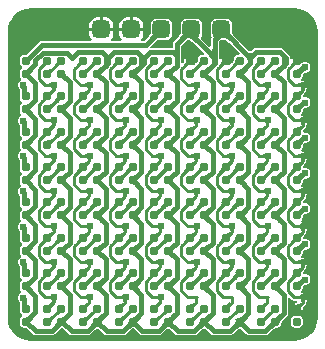
<source format=gtl>
G04*
G04 #@! TF.GenerationSoftware,Altium Limited,Altium Designer,22.5.1 (42)*
G04*
G04 Layer_Physical_Order=1*
G04 Layer_Color=255*
%FSLAX25Y25*%
%MOIN*%
G70*
G04*
G04 #@! TF.SameCoordinates,AC3B2383-AE7F-4156-BF80-1B445AE1BA2C*
G04*
G04*
G04 #@! TF.FilePolarity,Positive*
G04*
G01*
G75*
%ADD10C,0.01000*%
G04:AMPARAMS|DCode=12|XSize=27.56mil|YSize=27.56mil|CornerRadius=6.89mil|HoleSize=0mil|Usage=FLASHONLY|Rotation=0.000|XOffset=0mil|YOffset=0mil|HoleType=Round|Shape=RoundedRectangle|*
%AMROUNDEDRECTD12*
21,1,0.02756,0.01378,0,0,0.0*
21,1,0.01378,0.02756,0,0,0.0*
1,1,0.01378,0.00689,-0.00689*
1,1,0.01378,-0.00689,-0.00689*
1,1,0.01378,-0.00689,0.00689*
1,1,0.01378,0.00689,0.00689*
%
%ADD12ROUNDEDRECTD12*%
%ADD16C,0.01500*%
G04:AMPARAMS|DCode=17|XSize=59.06mil|YSize=59.06mil|CornerRadius=14.76mil|HoleSize=0mil|Usage=FLASHONLY|Rotation=0.000|XOffset=0mil|YOffset=0mil|HoleType=Round|Shape=RoundedRectangle|*
%AMROUNDEDRECTD17*
21,1,0.05906,0.02953,0,0,0.0*
21,1,0.02953,0.05906,0,0,0.0*
1,1,0.02953,0.01476,-0.01476*
1,1,0.02953,-0.01476,-0.01476*
1,1,0.02953,-0.01476,0.01476*
1,1,0.02953,0.01476,0.01476*
%
%ADD17ROUNDEDRECTD17*%
%ADD18C,0.09843*%
%ADD19C,0.02400*%
G36*
X106490Y116490D02*
X107922Y116056D01*
X109243Y115350D01*
X110400Y114400D01*
X111350Y113243D01*
X112056Y111923D01*
X112490Y110490D01*
X112636Y109011D01*
X112633Y109000D01*
Y13500D01*
X112636Y13488D01*
X112490Y12010D01*
X112056Y10577D01*
X111350Y9257D01*
X110400Y8100D01*
X109243Y7150D01*
X107922Y6444D01*
X106490Y6010D01*
X105011Y5864D01*
X105000Y5867D01*
X17000D01*
X16988Y5864D01*
X15510Y6010D01*
X14077Y6444D01*
X12757Y7150D01*
X11600Y8100D01*
X10650Y9257D01*
X9945Y10577D01*
X9510Y12010D01*
X9364Y13488D01*
X9367Y13500D01*
Y109000D01*
X9364Y109011D01*
X9510Y110490D01*
X9945Y111923D01*
X10650Y113243D01*
X11600Y114400D01*
X12757Y115350D01*
X14077Y116056D01*
X15510Y116490D01*
X16988Y116636D01*
X17000Y116633D01*
X105000D01*
X105011Y116636D01*
X106490Y116490D01*
D02*
G37*
%LPC*%
G36*
X52065Y113633D02*
X51089D01*
Y110131D01*
X54590D01*
Y111108D01*
X54398Y112074D01*
X53851Y112893D01*
X53032Y113441D01*
X52065Y113633D01*
D02*
G37*
G36*
X50089D02*
X49113D01*
X48146Y113441D01*
X47327Y112893D01*
X46780Y112074D01*
X46588Y111108D01*
Y110131D01*
X50089D01*
Y113633D01*
D02*
G37*
G36*
X42065D02*
X41089D01*
Y110131D01*
X44590D01*
Y111108D01*
X44398Y112074D01*
X43851Y112893D01*
X43032Y113441D01*
X42065Y113633D01*
D02*
G37*
G36*
X40089D02*
X39113D01*
X38146Y113441D01*
X37327Y112893D01*
X36780Y112074D01*
X36588Y111108D01*
Y110131D01*
X40089D01*
Y113633D01*
D02*
G37*
G36*
X82065Y113225D02*
X79113D01*
X78303Y113064D01*
X77616Y112605D01*
X77157Y111918D01*
X76996Y111108D01*
Y108155D01*
X77157Y107345D01*
X77321Y107099D01*
X77085Y106746D01*
X76981Y106219D01*
Y104066D01*
X76481Y103859D01*
X74194Y106146D01*
X74173Y106199D01*
X73930Y106452D01*
X73865Y106621D01*
X73789Y106958D01*
X73796Y107008D01*
X74021Y107345D01*
X74182Y108155D01*
Y111108D01*
X74021Y111918D01*
X73562Y112605D01*
X72875Y113064D01*
X72065Y113225D01*
X69113D01*
X68303Y113064D01*
X67616Y112605D01*
X67157Y111918D01*
X66996Y111108D01*
Y108175D01*
X66980Y108147D01*
X66850Y107958D01*
X66430Y107461D01*
X66156Y107177D01*
X66135Y107124D01*
X64788Y105777D01*
X64490Y105330D01*
X64385Y104804D01*
Y103419D01*
X57030D01*
X56823Y103919D01*
X58082Y105177D01*
X58135Y105199D01*
X58425Y105478D01*
X58681Y105705D01*
X58909Y105887D01*
X59105Y106022D01*
X59132Y106038D01*
X62065D01*
X62875Y106199D01*
X63562Y106658D01*
X64021Y107345D01*
X64182Y108155D01*
Y111108D01*
X64021Y111918D01*
X63562Y112605D01*
X62875Y113064D01*
X62065Y113225D01*
X59113D01*
X58302Y113064D01*
X57616Y112605D01*
X57157Y111918D01*
X56996Y111108D01*
Y108175D01*
X56980Y108147D01*
X56850Y107958D01*
X56430Y107461D01*
X56156Y107177D01*
X56135Y107124D01*
X54902Y105891D01*
X53996D01*
X53907Y106184D01*
X53865Y106391D01*
X54398Y107189D01*
X54590Y108155D01*
Y109131D01*
X46588D01*
Y108155D01*
X46780Y107189D01*
X47313Y106391D01*
X47271Y106184D01*
X47182Y105891D01*
X43996D01*
X43907Y106184D01*
X43865Y106391D01*
X44398Y107189D01*
X44590Y108155D01*
Y109131D01*
X36588D01*
Y108155D01*
X36780Y107189D01*
X37313Y106391D01*
X37271Y106184D01*
X37182Y105891D01*
X20721D01*
X20721Y105891D01*
X20194Y105786D01*
X19748Y105488D01*
X15428Y101168D01*
X14709D01*
X14206Y101068D01*
X13779Y100783D01*
X13494Y100357D01*
X13394Y99854D01*
Y98476D01*
X13494Y97973D01*
X13779Y97546D01*
X14206Y97262D01*
X14242Y97254D01*
Y96745D01*
X14206Y96737D01*
X13779Y96452D01*
X13494Y96026D01*
X13394Y95523D01*
Y94145D01*
X13494Y93642D01*
X13779Y93216D01*
X13802Y93200D01*
X13747Y92636D01*
X13480Y92526D01*
X12974Y92020D01*
X12700Y91358D01*
Y90642D01*
X12974Y89980D01*
X13345Y89609D01*
X13350Y89576D01*
X13369Y89291D01*
X13370Y89173D01*
X13372Y89169D01*
X13372Y89086D01*
X13375Y89078D01*
X13373Y89071D01*
X13389Y88463D01*
X13393Y88453D01*
Y88435D01*
X13391Y88428D01*
X13393Y88398D01*
Y87993D01*
X13394Y87987D01*
Y86676D01*
X13494Y86173D01*
X13779Y85747D01*
X14206Y85462D01*
X14243Y85454D01*
Y84945D01*
X14206Y84937D01*
X13779Y84653D01*
X13494Y84226D01*
X13394Y83723D01*
Y82345D01*
X13494Y81842D01*
X13779Y81416D01*
X13802Y81401D01*
X13747Y80836D01*
X13480Y80726D01*
X12974Y80220D01*
X12700Y79558D01*
Y78842D01*
X12974Y78180D01*
X13345Y77809D01*
X13350Y77776D01*
X13369Y77491D01*
X13370Y77373D01*
X13372Y77369D01*
X13372Y77286D01*
X13375Y77278D01*
X13373Y77271D01*
X13389Y76662D01*
X13393Y76653D01*
Y76635D01*
X13391Y76627D01*
X13393Y76598D01*
Y76193D01*
X13394Y76187D01*
Y74876D01*
X13494Y74373D01*
X13779Y73947D01*
X14206Y73662D01*
X14242Y73655D01*
Y73145D01*
X14206Y73137D01*
X13779Y72853D01*
X13494Y72426D01*
X13394Y71923D01*
Y70545D01*
X13494Y70042D01*
X13779Y69616D01*
X13802Y69601D01*
X13747Y69036D01*
X13480Y68926D01*
X12974Y68420D01*
X12700Y67758D01*
Y67042D01*
X12974Y66381D01*
X13345Y66009D01*
X13350Y65977D01*
X13369Y65691D01*
X13370Y65574D01*
X13372Y65570D01*
X13372Y65486D01*
X13375Y65478D01*
X13373Y65471D01*
X13389Y64863D01*
X13393Y64853D01*
Y64835D01*
X13391Y64828D01*
X13393Y64798D01*
Y64393D01*
X13394Y64387D01*
Y63076D01*
X13494Y62573D01*
X13779Y62147D01*
X14206Y61862D01*
X14242Y61855D01*
Y61345D01*
X14206Y61338D01*
X13779Y61053D01*
X13494Y60626D01*
X13394Y60123D01*
Y58745D01*
X13494Y58242D01*
X13779Y57816D01*
X13802Y57801D01*
X13747Y57236D01*
X13480Y57126D01*
X12974Y56620D01*
X12700Y55958D01*
Y55242D01*
X12974Y54581D01*
X13345Y54210D01*
X13350Y54177D01*
X13369Y53891D01*
X13370Y53773D01*
X13372Y53770D01*
X13372Y53686D01*
X13375Y53679D01*
X13373Y53671D01*
X13389Y53063D01*
X13393Y53053D01*
Y53035D01*
X13391Y53028D01*
X13393Y52998D01*
Y52593D01*
X13394Y52587D01*
Y51276D01*
X13494Y50773D01*
X13779Y50347D01*
X14206Y50062D01*
X14243Y50055D01*
Y49545D01*
X14206Y49538D01*
X13779Y49253D01*
X13494Y48826D01*
X13394Y48323D01*
Y46945D01*
X13494Y46442D01*
X13779Y46016D01*
X13802Y46001D01*
X13747Y45436D01*
X13480Y45326D01*
X12974Y44820D01*
X12700Y44158D01*
Y43442D01*
X12974Y42781D01*
X13345Y42410D01*
X13350Y42377D01*
X13369Y42091D01*
X13370Y41974D01*
X13372Y41970D01*
X13372Y41886D01*
X13375Y41879D01*
X13373Y41871D01*
X13389Y41263D01*
X13393Y41253D01*
Y41235D01*
X13391Y41228D01*
X13393Y41198D01*
Y40793D01*
X13394Y40787D01*
Y39476D01*
X13494Y38973D01*
X13779Y38547D01*
X14206Y38262D01*
X14242Y38255D01*
Y37745D01*
X14206Y37738D01*
X13779Y37453D01*
X13494Y37026D01*
X13394Y36524D01*
Y35146D01*
X13494Y34643D01*
X13779Y34216D01*
X13802Y34201D01*
X13747Y33637D01*
X13480Y33526D01*
X12974Y33020D01*
X12700Y32358D01*
Y31642D01*
X12974Y30981D01*
X13345Y30610D01*
X13350Y30577D01*
X13369Y30291D01*
X13370Y30174D01*
X13372Y30170D01*
X13372Y30086D01*
X13375Y30079D01*
X13373Y30071D01*
X13389Y29463D01*
X13393Y29453D01*
Y29435D01*
X13391Y29428D01*
X13393Y29398D01*
Y28993D01*
X13394Y28987D01*
Y27676D01*
X13494Y27173D01*
X13779Y26747D01*
X14206Y26462D01*
X14242Y26455D01*
Y25945D01*
X14206Y25938D01*
X13779Y25653D01*
X13494Y25226D01*
X13394Y24724D01*
Y23346D01*
X13494Y22843D01*
X13779Y22416D01*
X13802Y22401D01*
X13747Y21837D01*
X13480Y21726D01*
X12974Y21220D01*
X12700Y20558D01*
Y19842D01*
X12974Y19181D01*
X13345Y18810D01*
X13350Y18777D01*
X13369Y18491D01*
X13370Y18374D01*
X13372Y18370D01*
X13372Y18286D01*
X13375Y18279D01*
X13373Y18271D01*
X13389Y17663D01*
X13393Y17653D01*
Y17636D01*
X13391Y17628D01*
X13393Y17598D01*
Y17193D01*
X13394Y17187D01*
Y15876D01*
X13494Y15373D01*
X13779Y14947D01*
X14206Y14662D01*
X14243Y14655D01*
Y14145D01*
X14206Y14138D01*
X13779Y13853D01*
X13494Y13427D01*
X13394Y12924D01*
Y11546D01*
X13494Y11043D01*
X13779Y10616D01*
X14206Y10331D01*
X14480Y10277D01*
X14541Y10239D01*
X14594Y10252D01*
X14645Y10231D01*
X14666Y10240D01*
X14709Y10231D01*
X15247D01*
X15313Y10193D01*
X15512Y10054D01*
X16029Y9614D01*
X16326Y9328D01*
X16379Y9307D01*
X17659Y8027D01*
X17659Y8027D01*
X18105Y7728D01*
X18632Y7623D01*
X18632Y7624D01*
X24034D01*
X24561Y7728D01*
X25008Y8027D01*
X26281Y9300D01*
X26332Y9319D01*
X26915Y9862D01*
X27148Y10049D01*
X27342Y10185D01*
X27509Y10068D01*
X28035Y9620D01*
X28337Y9328D01*
X28374Y9313D01*
X28394Y9279D01*
X28427Y9270D01*
X29652Y8046D01*
X29652Y8046D01*
X30098Y7747D01*
X30625Y7643D01*
X30625Y7643D01*
X36027D01*
X36554Y7747D01*
X37000Y8046D01*
X38255Y9300D01*
X38306Y9319D01*
X38887Y9860D01*
X39120Y10047D01*
X39192Y10098D01*
X39254Y10054D01*
X39772Y9614D01*
X40068Y9328D01*
X40122Y9307D01*
X41402Y8027D01*
X41402Y8027D01*
X41848Y7728D01*
X42375Y7623D01*
X42375Y7624D01*
X47777D01*
X48304Y7728D01*
X48751Y8027D01*
X50024Y9300D01*
X50075Y9319D01*
X50658Y9862D01*
X50891Y10049D01*
X51012Y10134D01*
X51126Y10054D01*
X51644Y9614D01*
X51940Y9328D01*
X51993Y9307D01*
X53273Y8027D01*
X53273Y8027D01*
X53720Y7728D01*
X54246Y7623D01*
X54246Y7624D01*
X59649D01*
X60175Y7728D01*
X60622Y8027D01*
X61896Y9300D01*
X61946Y9319D01*
X62529Y9862D01*
X62762Y10049D01*
X62883Y10134D01*
X62997Y10054D01*
X63515Y9614D01*
X63811Y9328D01*
X63865Y9307D01*
X65145Y8027D01*
X65145Y8027D01*
X65591Y7728D01*
X66118Y7623D01*
X66118Y7624D01*
X71520D01*
X72047Y7728D01*
X72493Y8027D01*
X73767Y9300D01*
X73818Y9319D01*
X74401Y9862D01*
X74634Y10049D01*
X74755Y10134D01*
X74869Y10054D01*
X75387Y9614D01*
X75683Y9328D01*
X75736Y9307D01*
X77016Y8027D01*
X77016Y8027D01*
X77463Y7728D01*
X77989Y7623D01*
X77989Y7624D01*
X83391D01*
X83918Y7728D01*
X84365Y8027D01*
X85638Y9300D01*
X85689Y9319D01*
X86272Y9862D01*
X86505Y10049D01*
X86626Y10134D01*
X86740Y10054D01*
X87258Y9614D01*
X87554Y9328D01*
X87608Y9307D01*
X88887Y8027D01*
X88887Y8027D01*
X89334Y7728D01*
X89861Y7623D01*
X89861Y7624D01*
X95263D01*
X95790Y7728D01*
X96236Y8027D01*
X97510Y9300D01*
X97561Y9319D01*
X98144Y9862D01*
X98377Y10049D01*
X98582Y10193D01*
X98648Y10231D01*
X99186D01*
X99229Y10240D01*
X99251Y10231D01*
X99301Y10252D01*
X99354Y10239D01*
X99415Y10277D01*
X99689Y10331D01*
X100116Y10616D01*
X100401Y11043D01*
X100415Y11112D01*
X100447Y11154D01*
X100439Y11218D01*
X100469Y11276D01*
X100455Y11317D01*
X100501Y11546D01*
Y11889D01*
X100515Y11917D01*
X100651Y12126D01*
X101427Y13051D01*
X101781Y13415D01*
X101802Y13469D01*
X102349Y14015D01*
X102647Y14462D01*
X102752Y14989D01*
Y20272D01*
X103214Y20463D01*
X104131Y19546D01*
X104495Y19303D01*
X104924Y19217D01*
X104924Y19217D01*
X105708D01*
X105808Y19089D01*
X105728Y18631D01*
X105667Y18582D01*
X105617Y18561D01*
X105564Y18574D01*
X105393Y18469D01*
X105208Y18392D01*
X105187Y18341D01*
X105143Y18314D01*
X105141Y18313D01*
X105095Y18117D01*
X105018Y17933D01*
X105039Y17882D01*
X105026Y17829D01*
X105027Y17828D01*
X105131Y17659D01*
X105154Y17603D01*
X104909Y17358D01*
X104666Y16995D01*
X104581Y16565D01*
X104666Y16136D01*
X104909Y15772D01*
X105273Y15529D01*
X105702Y15444D01*
X106131Y15529D01*
X106495Y15772D01*
X106740Y16017D01*
X106796Y15994D01*
X106966Y15889D01*
X107019Y15902D01*
X107067Y15882D01*
X107070Y15881D01*
X107255Y15958D01*
X107450Y16004D01*
X107478Y16050D01*
X107529Y16071D01*
X107606Y16256D01*
X107711Y16427D01*
X107698Y16480D01*
X107719Y16530D01*
X107718Y16533D01*
X107642Y16715D01*
X107640Y16726D01*
X107657Y16766D01*
X107710Y16857D01*
X107790Y16972D01*
X108071Y17302D01*
X108256Y17493D01*
X108281Y17558D01*
X108533Y17810D01*
X108533Y17810D01*
X108777Y18174D01*
X108827Y18430D01*
X108887Y18543D01*
X108881Y18562D01*
X108889Y18579D01*
X108896Y18753D01*
X108900Y18794D01*
X108906Y18824D01*
X108906Y18827D01*
X108909Y18831D01*
X108909Y18836D01*
X108918Y18860D01*
X108918Y18865D01*
X109048Y19021D01*
X109045Y19048D01*
X109061Y19070D01*
X109023Y19292D01*
X109003Y19516D01*
X108982Y19533D01*
X108978Y19560D01*
X108864Y19640D01*
X109044Y19910D01*
X109130Y20339D01*
X109044Y20768D01*
X108801Y21132D01*
X108438Y21375D01*
X108008Y21460D01*
X108008Y21460D01*
X107687D01*
X107627Y21621D01*
X107615Y21626D01*
X107610Y21638D01*
X107391Y21729D01*
X107273Y21783D01*
X107134Y22291D01*
X107321Y22416D01*
X107606Y22843D01*
X107705Y23346D01*
Y23645D01*
X107719Y23678D01*
X107705Y23710D01*
Y23900D01*
X107726Y23938D01*
X107814Y24068D01*
X108142Y24452D01*
X108791D01*
X109452Y24726D01*
X109958Y25232D01*
X110232Y25894D01*
Y26610D01*
X109958Y27272D01*
X109452Y27778D01*
X108791Y28052D01*
X108150D01*
X108087Y28077D01*
X107882Y28218D01*
X107799Y28723D01*
X107802Y28785D01*
X108071Y29102D01*
X108256Y29293D01*
X108281Y29358D01*
X108533Y29610D01*
X108533Y29610D01*
X108777Y29974D01*
X108827Y30230D01*
X108887Y30343D01*
X108881Y30361D01*
X108889Y30379D01*
X108896Y30553D01*
X108900Y30594D01*
X108906Y30624D01*
X108906Y30626D01*
X108909Y30631D01*
X108909Y30637D01*
X108918Y30660D01*
X108918Y30665D01*
X109048Y30821D01*
X109045Y30848D01*
X109061Y30869D01*
X109023Y31092D01*
X109003Y31316D01*
X108982Y31333D01*
X108978Y31359D01*
X108864Y31440D01*
X109044Y31710D01*
X109130Y32139D01*
X109044Y32568D01*
X108801Y32932D01*
X108438Y33175D01*
X108008Y33260D01*
X108008Y33260D01*
X107687D01*
X107627Y33421D01*
X107615Y33426D01*
X107610Y33438D01*
X107391Y33529D01*
X107273Y33583D01*
X107134Y34091D01*
X107321Y34216D01*
X107606Y34643D01*
X107705Y35146D01*
Y35445D01*
X107719Y35478D01*
X107705Y35510D01*
Y35700D01*
X107726Y35738D01*
X107814Y35868D01*
X108142Y36252D01*
X108791D01*
X109452Y36526D01*
X109958Y37032D01*
X110232Y37694D01*
Y38410D01*
X109958Y39071D01*
X109452Y39578D01*
X108791Y39852D01*
X108150D01*
X108087Y39877D01*
X107882Y40018D01*
X107799Y40523D01*
X107802Y40585D01*
X108071Y40902D01*
X108256Y41093D01*
X108282Y41159D01*
X108533Y41410D01*
X108533Y41410D01*
X108777Y41774D01*
X108827Y42031D01*
X108887Y42143D01*
X108881Y42162D01*
X108889Y42179D01*
X108896Y42353D01*
X108900Y42394D01*
X108906Y42424D01*
X108906Y42427D01*
X108909Y42431D01*
X108909Y42437D01*
X108918Y42460D01*
X108918Y42465D01*
X109048Y42621D01*
X109045Y42648D01*
X109061Y42670D01*
X109023Y42892D01*
X109003Y43116D01*
X108982Y43133D01*
X108978Y43160D01*
X108864Y43240D01*
X109044Y43510D01*
X109130Y43939D01*
X109044Y44368D01*
X108801Y44732D01*
X108438Y44975D01*
X108008Y45060D01*
X108008Y45060D01*
X107687D01*
X107627Y45221D01*
X107615Y45226D01*
X107610Y45238D01*
X107391Y45329D01*
X107273Y45383D01*
X107134Y45892D01*
X107321Y46016D01*
X107606Y46442D01*
X107705Y46945D01*
Y47245D01*
X107719Y47278D01*
X107705Y47310D01*
Y47500D01*
X107726Y47538D01*
X107814Y47668D01*
X108142Y48052D01*
X108791D01*
X109452Y48326D01*
X109958Y48832D01*
X110232Y49494D01*
Y50210D01*
X109958Y50871D01*
X109452Y51378D01*
X108791Y51652D01*
X108150D01*
X108086Y51677D01*
X107881Y51818D01*
X107798Y52323D01*
X107802Y52385D01*
X108071Y52702D01*
X108256Y52893D01*
X108281Y52958D01*
X108533Y53210D01*
X108533Y53210D01*
X108777Y53574D01*
X108827Y53830D01*
X108887Y53943D01*
X108881Y53961D01*
X108889Y53979D01*
X108896Y54153D01*
X108900Y54194D01*
X108906Y54224D01*
X108906Y54227D01*
X108909Y54231D01*
X108909Y54237D01*
X108918Y54260D01*
X108918Y54265D01*
X109048Y54421D01*
X109045Y54448D01*
X109061Y54470D01*
X109023Y54692D01*
X109003Y54916D01*
X108982Y54933D01*
X108978Y54960D01*
X108864Y55040D01*
X109044Y55310D01*
X109130Y55739D01*
X109044Y56168D01*
X108801Y56532D01*
X108438Y56775D01*
X108008Y56860D01*
X108008Y56860D01*
X107687D01*
X107627Y57021D01*
X107615Y57026D01*
X107610Y57038D01*
X107391Y57129D01*
X107273Y57183D01*
X107134Y57692D01*
X107321Y57816D01*
X107606Y58242D01*
X107705Y58745D01*
Y59045D01*
X107719Y59077D01*
X107705Y59110D01*
Y59300D01*
X107726Y59338D01*
X107814Y59468D01*
X108142Y59852D01*
X108791D01*
X109452Y60126D01*
X109958Y60632D01*
X110232Y61294D01*
Y62010D01*
X109958Y62671D01*
X109452Y63178D01*
X108791Y63452D01*
X108150D01*
X108087Y63477D01*
X107882Y63618D01*
X107799Y64122D01*
X107802Y64185D01*
X108071Y64502D01*
X108256Y64693D01*
X108281Y64758D01*
X108533Y65010D01*
X108533Y65010D01*
X108777Y65374D01*
X108827Y65630D01*
X108887Y65743D01*
X108881Y65761D01*
X108889Y65779D01*
X108896Y65953D01*
X108900Y65994D01*
X108906Y66024D01*
X108906Y66026D01*
X108909Y66031D01*
X108909Y66036D01*
X108918Y66060D01*
X108918Y66065D01*
X109048Y66221D01*
X109045Y66248D01*
X109061Y66269D01*
X109023Y66492D01*
X109003Y66716D01*
X108982Y66733D01*
X108978Y66759D01*
X108864Y66840D01*
X109044Y67109D01*
X109130Y67538D01*
X109044Y67968D01*
X108801Y68332D01*
X108438Y68575D01*
X108008Y68660D01*
X108008Y68660D01*
X107687D01*
X107627Y68821D01*
X107615Y68826D01*
X107610Y68838D01*
X107391Y68929D01*
X107273Y68983D01*
X107134Y69491D01*
X107321Y69616D01*
X107606Y70042D01*
X107705Y70545D01*
Y70845D01*
X107719Y70877D01*
X107705Y70910D01*
Y71100D01*
X107726Y71138D01*
X107814Y71268D01*
X108142Y71652D01*
X108791D01*
X109452Y71926D01*
X109958Y72432D01*
X110232Y73094D01*
Y73810D01*
X109958Y74471D01*
X109452Y74978D01*
X108791Y75252D01*
X108150D01*
X108087Y75277D01*
X107882Y75418D01*
X107799Y75922D01*
X107802Y75985D01*
X108071Y76302D01*
X108256Y76493D01*
X108282Y76558D01*
X108533Y76810D01*
X108533Y76810D01*
X108777Y77174D01*
X108827Y77430D01*
X108887Y77543D01*
X108881Y77561D01*
X108889Y77579D01*
X108896Y77753D01*
X108900Y77794D01*
X108906Y77824D01*
X108906Y77826D01*
X108909Y77831D01*
X108909Y77836D01*
X108918Y77860D01*
X108918Y77865D01*
X109048Y78021D01*
X109045Y78048D01*
X109061Y78069D01*
X109023Y78292D01*
X109003Y78516D01*
X108982Y78533D01*
X108978Y78559D01*
X108864Y78640D01*
X109044Y78909D01*
X109130Y79339D01*
X109044Y79768D01*
X108801Y80132D01*
X108438Y80375D01*
X108008Y80460D01*
X108008Y80460D01*
X107687D01*
X107627Y80621D01*
X107615Y80626D01*
X107610Y80638D01*
X107391Y80729D01*
X107273Y80783D01*
X107134Y81291D01*
X107321Y81416D01*
X107606Y81842D01*
X107705Y82345D01*
Y82645D01*
X107719Y82677D01*
X107705Y82710D01*
Y82900D01*
X107726Y82938D01*
X107814Y83068D01*
X108142Y83452D01*
X108791D01*
X109452Y83726D01*
X109958Y84232D01*
X110232Y84894D01*
Y85610D01*
X109958Y86271D01*
X109452Y86778D01*
X108791Y87052D01*
X108150D01*
X108086Y87077D01*
X107881Y87218D01*
X107798Y87722D01*
X107802Y87785D01*
X108071Y88102D01*
X108256Y88293D01*
X108281Y88358D01*
X108533Y88610D01*
X108533Y88610D01*
X108777Y88974D01*
X108827Y89230D01*
X108887Y89343D01*
X108881Y89361D01*
X108889Y89378D01*
X108896Y89552D01*
X108900Y89594D01*
X108906Y89624D01*
X108906Y89626D01*
X108909Y89631D01*
X108909Y89636D01*
X108918Y89660D01*
X108918Y89665D01*
X109048Y89821D01*
X109045Y89847D01*
X109061Y89869D01*
X109023Y90091D01*
X109003Y90316D01*
X108982Y90333D01*
X108978Y90359D01*
X108864Y90440D01*
X109044Y90709D01*
X109130Y91138D01*
X109044Y91568D01*
X108801Y91931D01*
X108438Y92175D01*
X108008Y92260D01*
X108008Y92260D01*
X107687D01*
X107627Y92421D01*
X107615Y92426D01*
X107610Y92438D01*
X107391Y92529D01*
X107273Y92583D01*
X107134Y93091D01*
X107321Y93216D01*
X107606Y93642D01*
X107705Y94145D01*
Y94445D01*
X107719Y94477D01*
X107705Y94510D01*
Y94700D01*
X107726Y94738D01*
X107814Y94867D01*
X108142Y95252D01*
X108791D01*
X109452Y95525D01*
X109958Y96032D01*
X110232Y96693D01*
Y97409D01*
X109958Y98071D01*
X109452Y98577D01*
X108791Y98852D01*
X108074D01*
X107413Y98577D01*
X107106Y98270D01*
X107097Y98266D01*
X106554Y98426D01*
X106553Y98427D01*
X106561Y98469D01*
X106738Y98736D01*
X106824Y99165D01*
X106738Y99594D01*
X106495Y99958D01*
X106131Y100201D01*
X105702Y100286D01*
X105273Y100201D01*
X104909Y99958D01*
X104664Y99713D01*
X104609Y99736D01*
X104439Y99841D01*
X104386Y99828D01*
X104338Y99848D01*
X104335Y99849D01*
X104150Y99773D01*
X103976Y99731D01*
X103948Y99727D01*
X103795Y99748D01*
X103476Y99913D01*
Y100036D01*
X103371Y100563D01*
X103073Y101009D01*
X102639Y101300D01*
X102349Y101734D01*
X101066Y103016D01*
X100620Y103314D01*
X100093Y103419D01*
X92235D01*
X92235Y103419D01*
X91708Y103314D01*
X91262Y103016D01*
X91262Y103016D01*
X90903Y102657D01*
X90855Y102640D01*
X90672Y102476D01*
X90531Y102377D01*
X90412Y102318D01*
X90314Y102288D01*
X90228Y102280D01*
X90143Y102288D01*
X90044Y102318D01*
X89925Y102377D01*
X89785Y102476D01*
X89602Y102640D01*
X89554Y102657D01*
X85048Y107163D01*
X85027Y107216D01*
X84749Y107505D01*
X84522Y107760D01*
X84341Y107988D01*
X84205Y108184D01*
X84182Y108224D01*
Y111108D01*
X84021Y111918D01*
X83562Y112605D01*
X82876Y113064D01*
X82065Y113225D01*
D02*
G37*
G36*
X106391Y14238D02*
X105013D01*
X104510Y14138D01*
X104084Y13853D01*
X103799Y13427D01*
X103699Y12924D01*
Y11546D01*
X103799Y11043D01*
X104084Y10616D01*
X104510Y10331D01*
X105013Y10231D01*
X106391D01*
X106894Y10331D01*
X107321Y10616D01*
X107606Y11043D01*
X107705Y11546D01*
Y12924D01*
X107606Y13427D01*
X107321Y13853D01*
X106894Y14138D01*
X106391Y14238D01*
D02*
G37*
%LPD*%
G36*
X59757Y106690D02*
X59642Y106774D01*
X59506Y106817D01*
X59350Y106818D01*
X59174Y106778D01*
X58977Y106696D01*
X58759Y106573D01*
X58521Y106408D01*
X58262Y106202D01*
X57983Y105955D01*
X57684Y105666D01*
X56623Y106726D01*
X56912Y107026D01*
X57366Y107563D01*
X57531Y107801D01*
X57654Y108019D01*
X57735Y108216D01*
X57776Y108393D01*
X57775Y108549D01*
X57732Y108684D01*
X57648Y108799D01*
X59757Y106690D01*
D02*
G37*
G36*
X79801D02*
X79805Y106677D01*
X79788Y106645D01*
X79749Y106594D01*
X79689Y106523D01*
X79239Y106045D01*
X78887Y105689D01*
X77827Y106750D01*
X77884Y106807D01*
X78099Y106996D01*
X78128Y107016D01*
X78152Y107029D01*
X78171Y107036D01*
X78185Y107036D01*
X79801Y106690D01*
D02*
G37*
G36*
X83448Y108726D02*
X83407Y108589D01*
X83407Y108431D01*
X83449Y108254D01*
X83531Y108056D01*
X83654Y107838D01*
X83819Y107600D01*
X84025Y107342D01*
X84272Y107064D01*
X84560Y106765D01*
X83528Y105676D01*
X83228Y105965D01*
X82692Y106418D01*
X82454Y106582D01*
X82237Y106704D01*
X82042Y106785D01*
X81866Y106824D01*
X81712Y106821D01*
X81578Y106776D01*
X81465Y106690D01*
X83530Y108843D01*
X83448Y108726D01*
D02*
G37*
G36*
X69734Y106713D02*
X73228Y107284D01*
X73069Y107242D01*
X72956Y107175D01*
X72889Y107083D01*
X72868Y106967D01*
X72892Y106826D01*
X72963Y106660D01*
X73079Y106470D01*
X73242Y106254D01*
X73450Y106014D01*
X73705Y105749D01*
X72245Y105087D01*
X71904Y105418D01*
X71272Y105966D01*
X70981Y106184D01*
X70707Y106363D01*
X70451Y106504D01*
X70211Y106608D01*
X69988Y106673D01*
X69782Y106701D01*
X69748Y106699D01*
X69757Y106690D01*
X69745Y106699D01*
X69594Y106690D01*
X69727Y106712D01*
X69642Y106774D01*
X69506Y106817D01*
X69350Y106818D01*
X69174Y106778D01*
X68977Y106696D01*
X68759Y106573D01*
X68521Y106408D01*
X68262Y106202D01*
X67984Y105955D01*
X67684Y105666D01*
X66623Y106726D01*
X66912Y107026D01*
X67366Y107563D01*
X67531Y107801D01*
X67654Y108019D01*
X67735Y108216D01*
X67776Y108393D01*
X67774Y108549D01*
X67732Y108684D01*
X67648Y108799D01*
X69734Y106713D01*
D02*
G37*
G36*
X79107Y100036D02*
X77607Y98437D01*
X77596Y98692D01*
X77565Y98943D01*
X77512Y99189D01*
X77437Y99431D01*
X77342Y99668D01*
X77225Y99901D01*
X77087Y100129D01*
X76928Y100353D01*
X76748Y100572D01*
X76546Y100786D01*
Y102907D01*
X76748Y102721D01*
X76928Y102585D01*
X77087Y102501D01*
X77225Y102469D01*
X77342Y102487D01*
X77437Y102556D01*
X77512Y102677D01*
X77565Y102849D01*
X77596Y103072D01*
X77607Y103347D01*
X79107Y100036D01*
D02*
G37*
G36*
X92039Y100786D02*
X91838Y100572D01*
X91657Y100353D01*
X91498Y100129D01*
X91360Y99901D01*
X91243Y99668D01*
X91148Y99431D01*
X91074Y99189D01*
X91021Y98943D01*
X90989Y98692D01*
X90978Y98437D01*
X89478D01*
X89468Y98692D01*
X89436Y98943D01*
X89383Y99189D01*
X89309Y99431D01*
X89213Y99668D01*
X89096Y99901D01*
X88959Y100129D01*
X88800Y100353D01*
X88619Y100572D01*
X88418Y100786D01*
X89168Y102157D01*
X89380Y101966D01*
X89592Y101818D01*
X89804Y101712D01*
X90016Y101648D01*
X90228Y101627D01*
X90440Y101648D01*
X90653Y101712D01*
X90865Y101818D01*
X91077Y101966D01*
X91289Y102157D01*
X92039Y100786D01*
D02*
G37*
G36*
X105737Y97798D02*
X105661Y97853D01*
X105570Y97880D01*
X105464Y97879D01*
X105344Y97849D01*
X105210Y97792D01*
X105061Y97706D01*
X104898Y97591D01*
X104721Y97449D01*
X104323Y97079D01*
X103616Y97786D01*
X103815Y97992D01*
X104129Y98361D01*
X104243Y98524D01*
X104329Y98672D01*
X104387Y98807D01*
X104416Y98927D01*
X104418Y99032D01*
X104391Y99123D01*
X104335Y99200D01*
X105737Y97798D01*
D02*
G37*
G36*
X98236D02*
X98173Y97867D01*
X98094Y97905D01*
X97998Y97914D01*
X97886Y97892D01*
X97757Y97840D01*
X97612Y97758D01*
X97451Y97645D01*
X97273Y97502D01*
X96868Y97125D01*
X96141Y97812D01*
X96378Y98056D01*
X96761Y98494D01*
X96906Y98688D01*
X97020Y98865D01*
X97104Y99025D01*
X97156Y99168D01*
X97179Y99294D01*
X97170Y99404D01*
X97130Y99496D01*
X98236Y97798D01*
D02*
G37*
G36*
X93866D02*
X93789Y97853D01*
X93698Y97880D01*
X93593Y97879D01*
X93473Y97849D01*
X93338Y97792D01*
X93190Y97706D01*
X93027Y97591D01*
X92849Y97449D01*
X92452Y97079D01*
X91744Y97786D01*
X91944Y97992D01*
X92257Y98361D01*
X92371Y98524D01*
X92457Y98672D01*
X92515Y98807D01*
X92545Y98927D01*
X92546Y99032D01*
X92519Y99123D01*
X92463Y99200D01*
X93866Y97798D01*
D02*
G37*
G36*
X86365D02*
X86302Y97867D01*
X86222Y97905D01*
X86127Y97914D01*
X86014Y97892D01*
X85886Y97840D01*
X85741Y97758D01*
X85579Y97645D01*
X85402Y97502D01*
X84997Y97125D01*
X84270Y97812D01*
X84507Y98056D01*
X84889Y98494D01*
X85034Y98688D01*
X85149Y98865D01*
X85232Y99025D01*
X85285Y99168D01*
X85307Y99294D01*
X85298Y99404D01*
X85259Y99496D01*
X86365Y97798D01*
D02*
G37*
G36*
X81994D02*
X81918Y97853D01*
X81827Y97880D01*
X81721Y97879D01*
X81601Y97849D01*
X81467Y97792D01*
X81318Y97706D01*
X81155Y97591D01*
X80978Y97449D01*
X80580Y97079D01*
X79873Y97786D01*
X80072Y97992D01*
X80386Y98361D01*
X80500Y98524D01*
X80586Y98672D01*
X80644Y98807D01*
X80673Y98927D01*
X80674Y99032D01*
X80647Y99123D01*
X80592Y99200D01*
X81994Y97798D01*
D02*
G37*
G36*
X74493D02*
X74430Y97867D01*
X74351Y97905D01*
X74255Y97914D01*
X74143Y97892D01*
X74014Y97840D01*
X73869Y97758D01*
X73708Y97645D01*
X73530Y97502D01*
X73125Y97125D01*
X72398Y97812D01*
X72636Y98056D01*
X73018Y98494D01*
X73163Y98688D01*
X73277Y98865D01*
X73361Y99025D01*
X73414Y99168D01*
X73436Y99294D01*
X73427Y99404D01*
X73387Y99496D01*
X74493Y97798D01*
D02*
G37*
G36*
X70123D02*
X70046Y97853D01*
X69955Y97880D01*
X69850Y97879D01*
X69730Y97849D01*
X69596Y97792D01*
X69447Y97706D01*
X69284Y97591D01*
X69107Y97449D01*
X68709Y97079D01*
X68002Y97786D01*
X68201Y97992D01*
X68514Y98361D01*
X68629Y98524D01*
X68715Y98672D01*
X68772Y98807D01*
X68802Y98927D01*
X68803Y99032D01*
X68776Y99123D01*
X68721Y99200D01*
X70123Y97798D01*
D02*
G37*
G36*
X62622D02*
X62559Y97867D01*
X62479Y97905D01*
X62384Y97914D01*
X62271Y97892D01*
X62143Y97840D01*
X61998Y97758D01*
X61836Y97645D01*
X61659Y97502D01*
X61254Y97125D01*
X60527Y97812D01*
X60764Y98056D01*
X61146Y98494D01*
X61291Y98688D01*
X61406Y98865D01*
X61489Y99025D01*
X61542Y99168D01*
X61564Y99294D01*
X61555Y99404D01*
X61516Y99496D01*
X62622Y97798D01*
D02*
G37*
G36*
X58252D02*
X58175Y97853D01*
X58084Y97880D01*
X57978Y97879D01*
X57858Y97849D01*
X57724Y97792D01*
X57576Y97706D01*
X57412Y97591D01*
X57235Y97449D01*
X56837Y97079D01*
X56130Y97786D01*
X56329Y97992D01*
X56643Y98361D01*
X56757Y98524D01*
X56843Y98672D01*
X56901Y98807D01*
X56931Y98927D01*
X56932Y99032D01*
X56905Y99123D01*
X56849Y99200D01*
X58252Y97798D01*
D02*
G37*
G36*
X50751D02*
X50688Y97867D01*
X50608Y97905D01*
X50512Y97914D01*
X50400Y97892D01*
X50272Y97840D01*
X50127Y97757D01*
X49965Y97645D01*
X49788Y97502D01*
X49383Y97125D01*
X48656Y97812D01*
X48893Y98056D01*
X49275Y98494D01*
X49420Y98688D01*
X49534Y98864D01*
X49618Y99024D01*
X49671Y99168D01*
X49693Y99294D01*
X49684Y99403D01*
X49645Y99496D01*
X50751Y97798D01*
D02*
G37*
G36*
X46380D02*
X46303Y97853D01*
X46213Y97880D01*
X46107Y97879D01*
X45987Y97849D01*
X45853Y97792D01*
X45704Y97706D01*
X45541Y97591D01*
X45364Y97449D01*
X44966Y97079D01*
X44259Y97786D01*
X44458Y97992D01*
X44772Y98361D01*
X44886Y98524D01*
X44972Y98672D01*
X45030Y98807D01*
X45059Y98927D01*
X45061Y99032D01*
X45033Y99123D01*
X44978Y99200D01*
X46380Y97798D01*
D02*
G37*
G36*
X38879D02*
X38816Y97867D01*
X38737Y97905D01*
X38641Y97914D01*
X38529Y97892D01*
X38400Y97840D01*
X38255Y97757D01*
X38094Y97645D01*
X37916Y97502D01*
X37511Y97125D01*
X36784Y97812D01*
X37021Y98056D01*
X37404Y98494D01*
X37549Y98688D01*
X37663Y98864D01*
X37747Y99024D01*
X37799Y99168D01*
X37821Y99294D01*
X37813Y99403D01*
X37773Y99496D01*
X38879Y97798D01*
D02*
G37*
G36*
X34509D02*
X34432Y97853D01*
X34341Y97880D01*
X34236Y97879D01*
X34116Y97849D01*
X33981Y97792D01*
X33833Y97706D01*
X33670Y97591D01*
X33492Y97449D01*
X33095Y97079D01*
X32388Y97786D01*
X32587Y97992D01*
X32900Y98361D01*
X33015Y98524D01*
X33101Y98672D01*
X33158Y98807D01*
X33188Y98927D01*
X33189Y99032D01*
X33162Y99123D01*
X33107Y99200D01*
X34509Y97798D01*
D02*
G37*
G36*
X27008D02*
X26945Y97867D01*
X26865Y97905D01*
X26770Y97914D01*
X26657Y97892D01*
X26529Y97840D01*
X26384Y97757D01*
X26222Y97645D01*
X26045Y97502D01*
X25640Y97125D01*
X24913Y97812D01*
X25150Y98056D01*
X25532Y98494D01*
X25677Y98688D01*
X25792Y98864D01*
X25875Y99024D01*
X25928Y99168D01*
X25950Y99294D01*
X25941Y99403D01*
X25902Y99496D01*
X27008Y97798D01*
D02*
G37*
G36*
X22637D02*
X22561Y97853D01*
X22470Y97880D01*
X22364Y97879D01*
X22244Y97849D01*
X22110Y97792D01*
X21961Y97706D01*
X21799Y97591D01*
X21621Y97449D01*
X21223Y97079D01*
X20516Y97786D01*
X20715Y97992D01*
X21029Y98361D01*
X21143Y98524D01*
X21229Y98672D01*
X21287Y98807D01*
X21316Y98927D01*
X21318Y99032D01*
X21291Y99123D01*
X21235Y99200D01*
X22637Y97798D01*
D02*
G37*
G36*
X69853Y106036D02*
X69990Y105996D01*
X70165Y105920D01*
X70372Y105806D01*
X70608Y105651D01*
X70864Y105460D01*
X71465Y104939D01*
X71793Y104621D01*
X71847Y104599D01*
X74816Y101630D01*
X74625Y101168D01*
X74066D01*
X73563Y101068D01*
X73136Y100783D01*
X72852Y100357D01*
X72751Y99854D01*
Y99261D01*
X72715Y99192D01*
X72630Y99059D01*
X72513Y98903D01*
X72158Y98496D01*
X71933Y98264D01*
X71931Y98260D01*
X71926Y98258D01*
X71902Y98195D01*
X71358Y97651D01*
X71175Y97680D01*
X70764Y97901D01*
X70659Y98072D01*
X70636Y98127D01*
X70881Y98372D01*
X71124Y98736D01*
X71209Y99165D01*
X71124Y99594D01*
X70881Y99958D01*
X70517Y100201D01*
X70088Y100286D01*
X69659Y100201D01*
X69295Y99958D01*
X69050Y99713D01*
X68995Y99736D01*
X68824Y99841D01*
X68771Y99828D01*
X68723Y99848D01*
X68721Y99849D01*
X68535Y99773D01*
X68340Y99726D01*
X68312Y99680D01*
X68261Y99659D01*
X68185Y99474D01*
X68080Y99303D01*
X68092Y99250D01*
X68071Y99200D01*
X68072Y99197D01*
X68148Y99015D01*
X68150Y99004D01*
X68133Y98965D01*
X68081Y98874D01*
X68000Y98758D01*
X67719Y98428D01*
X67638Y98344D01*
X67141Y98489D01*
X67138Y98491D01*
Y100760D01*
X67138Y100760D01*
X67138Y100760D01*
Y104234D01*
X68082Y105177D01*
X68135Y105199D01*
X68425Y105478D01*
X68681Y105705D01*
X68909Y105887D01*
X69104Y106022D01*
X69132Y106038D01*
X69837D01*
X69853Y106036D01*
D02*
G37*
G36*
X82109Y106031D02*
X82297Y105901D01*
X82793Y105482D01*
X83077Y105209D01*
X83080Y105207D01*
X83081Y105204D01*
X83133Y105184D01*
X86688Y101630D01*
X86497Y101168D01*
X85937D01*
X85434Y101068D01*
X85008Y100783D01*
X84723Y100357D01*
X84623Y99854D01*
Y99261D01*
X84587Y99192D01*
X84501Y99059D01*
X84384Y98903D01*
X84029Y98496D01*
X83804Y98264D01*
X83802Y98260D01*
X83798Y98258D01*
X83773Y98195D01*
X83230Y97651D01*
X83046Y97680D01*
X82635Y97901D01*
X82530Y98072D01*
X82507Y98127D01*
X82752Y98372D01*
X82995Y98736D01*
X83081Y99165D01*
X82995Y99594D01*
X82752Y99958D01*
X82389Y100201D01*
X81959Y100286D01*
X81530Y100201D01*
X81166Y99958D01*
X80921Y99713D01*
X80866Y99736D01*
X80696Y99841D01*
X80642Y99828D01*
X80592Y99849D01*
X80407Y99773D01*
X80233Y99731D01*
X80205Y99727D01*
X80124Y99738D01*
X79756Y100057D01*
X79733Y100107D01*
Y105622D01*
X80125Y106038D01*
X82065D01*
X82088Y106043D01*
X82109Y106031D01*
D02*
G37*
G36*
X107643Y96713D02*
X108142Y96213D01*
X107985Y96052D01*
X108058Y95911D01*
X108022Y95916D01*
X107979Y95911D01*
X107930Y95894D01*
X107873Y95866D01*
X107810Y95827D01*
X107740Y95777D01*
X107727Y95765D01*
X107297Y95262D01*
X107172Y95077D01*
X107082Y94914D01*
X107027Y94773D01*
X107006Y94653D01*
X107021Y94554D01*
X107070Y94477D01*
X105345Y96201D01*
X105422Y96152D01*
X105521Y96138D01*
X105641Y96159D01*
X105782Y96214D01*
X105945Y96304D01*
X106130Y96428D01*
X106335Y96588D01*
X106811Y97010D01*
X107081Y97274D01*
X107112Y97243D01*
X107285Y97403D01*
X107643Y96713D01*
D02*
G37*
G36*
X95917Y96174D02*
X95720Y95969D01*
X95408Y95602D01*
X95295Y95440D01*
X95209Y95292D01*
X95151Y95157D01*
X95121Y95037D01*
X95119Y94930D01*
X95144Y94838D01*
X95198Y94759D01*
X93836Y96201D01*
X93910Y96144D01*
X94000Y96116D01*
X94104Y96116D01*
X94223Y96144D01*
X94357Y96201D01*
X94505Y96287D01*
X94668Y96402D01*
X94846Y96545D01*
X95246Y96917D01*
X95917Y96174D01*
D02*
G37*
G36*
X84046D02*
X83848Y95969D01*
X83537Y95602D01*
X83423Y95440D01*
X83337Y95292D01*
X83280Y95157D01*
X83249Y95037D01*
X83247Y94930D01*
X83273Y94838D01*
X83327Y94759D01*
X81964Y96201D01*
X82039Y96144D01*
X82129Y96116D01*
X82233Y96116D01*
X82352Y96144D01*
X82486Y96201D01*
X82634Y96287D01*
X82797Y96402D01*
X82975Y96545D01*
X83375Y96917D01*
X84046Y96174D01*
D02*
G37*
G36*
X72174D02*
X71977Y95969D01*
X71666Y95602D01*
X71552Y95440D01*
X71466Y95292D01*
X71408Y95157D01*
X71378Y95037D01*
X71376Y94930D01*
X71402Y94838D01*
X71455Y94759D01*
X70093Y96201D01*
X70168Y96144D01*
X70257Y96116D01*
X70362Y96116D01*
X70480Y96144D01*
X70614Y96201D01*
X70762Y96287D01*
X70926Y96402D01*
X71103Y96545D01*
X71503Y96917D01*
X72174Y96174D01*
D02*
G37*
G36*
X60303D02*
X60105Y95969D01*
X59794Y95602D01*
X59680Y95440D01*
X59595Y95292D01*
X59537Y95157D01*
X59507Y95037D01*
X59504Y94930D01*
X59530Y94838D01*
X59584Y94759D01*
X58221Y96201D01*
X58296Y96144D01*
X58386Y96116D01*
X58490Y96116D01*
X58609Y96144D01*
X58743Y96201D01*
X58891Y96287D01*
X59054Y96402D01*
X59232Y96545D01*
X59632Y96917D01*
X60303Y96174D01*
D02*
G37*
G36*
X48432D02*
X48234Y95969D01*
X47923Y95602D01*
X47809Y95440D01*
X47723Y95292D01*
X47665Y95157D01*
X47635Y95037D01*
X47633Y94930D01*
X47659Y94838D01*
X47712Y94759D01*
X46350Y96201D01*
X46425Y96144D01*
X46514Y96116D01*
X46619Y96116D01*
X46738Y96144D01*
X46872Y96201D01*
X47020Y96287D01*
X47183Y96402D01*
X47361Y96545D01*
X47760Y96917D01*
X48432Y96174D01*
D02*
G37*
G36*
X36560D02*
X36363Y95969D01*
X36052Y95602D01*
X35938Y95440D01*
X35852Y95292D01*
X35794Y95157D01*
X35764Y95037D01*
X35762Y94930D01*
X35787Y94838D01*
X35841Y94759D01*
X34479Y96201D01*
X34554Y96144D01*
X34643Y96116D01*
X34747Y96116D01*
X34866Y96144D01*
X35000Y96201D01*
X35149Y96287D01*
X35311Y96402D01*
X35489Y96545D01*
X35889Y96917D01*
X36560Y96174D01*
D02*
G37*
G36*
X24689D02*
X24491Y95969D01*
X24180Y95602D01*
X24066Y95440D01*
X23980Y95292D01*
X23923Y95157D01*
X23892Y95037D01*
X23890Y94930D01*
X23916Y94838D01*
X23970Y94759D01*
X22607Y96201D01*
X22682Y96144D01*
X22772Y96116D01*
X22876Y96116D01*
X22995Y96144D01*
X23129Y96201D01*
X23277Y96287D01*
X23440Y96402D01*
X23618Y96545D01*
X24018Y96917D01*
X24689Y96174D01*
D02*
G37*
G36*
X100937Y96213D02*
X100637Y95903D01*
X100164Y95346D01*
X99991Y95100D01*
X99862Y94876D01*
X99844Y94834D01*
X99862Y94792D01*
X99991Y94568D01*
X100164Y94323D01*
X100379Y94055D01*
X100937Y93455D01*
X99877Y92394D01*
X99566Y92695D01*
X99009Y93168D01*
X98763Y93340D01*
X98539Y93470D01*
X98337Y93557D01*
X98156Y93602D01*
X97997Y93604D01*
X97860Y93563D01*
X97745Y93480D01*
X99099Y94834D01*
X97745Y96188D01*
X97860Y96105D01*
X97997Y96064D01*
X98156Y96066D01*
X98337Y96111D01*
X98539Y96198D01*
X98763Y96328D01*
X99009Y96501D01*
X99277Y96716D01*
X99877Y97274D01*
X100937Y96213D01*
D02*
G37*
G36*
X89066D02*
X88766Y95903D01*
X88293Y95346D01*
X88120Y95100D01*
X87990Y94876D01*
X87972Y94834D01*
X87990Y94792D01*
X88120Y94568D01*
X88293Y94323D01*
X88508Y94055D01*
X89066Y93455D01*
X88005Y92394D01*
X87694Y92695D01*
X87138Y93168D01*
X86892Y93340D01*
X86668Y93470D01*
X86466Y93557D01*
X86285Y93602D01*
X86126Y93604D01*
X85989Y93563D01*
X85873Y93480D01*
X87227Y94834D01*
X85873Y96188D01*
X85989Y96105D01*
X86126Y96064D01*
X86285Y96066D01*
X86466Y96111D01*
X86668Y96198D01*
X86892Y96328D01*
X87138Y96501D01*
X87405Y96716D01*
X88005Y97274D01*
X89066Y96213D01*
D02*
G37*
G36*
X77195D02*
X76894Y95903D01*
X76421Y95346D01*
X76249Y95100D01*
X76119Y94876D01*
X76101Y94834D01*
X76119Y94792D01*
X76249Y94568D01*
X76421Y94323D01*
X76636Y94055D01*
X77195Y93455D01*
X76134Y92394D01*
X75823Y92695D01*
X75266Y93168D01*
X75020Y93340D01*
X74796Y93470D01*
X74594Y93557D01*
X74413Y93602D01*
X74255Y93604D01*
X74117Y93563D01*
X74002Y93480D01*
X75356Y94834D01*
X74002Y96188D01*
X74117Y96105D01*
X74255Y96064D01*
X74413Y96066D01*
X74594Y96111D01*
X74796Y96198D01*
X75020Y96328D01*
X75266Y96501D01*
X75534Y96716D01*
X76134Y97274D01*
X77195Y96213D01*
D02*
G37*
G36*
X53452D02*
X53151Y95903D01*
X52678Y95346D01*
X52506Y95100D01*
X52376Y94876D01*
X52358Y94834D01*
X52376Y94792D01*
X52506Y94568D01*
X52678Y94323D01*
X52894Y94055D01*
X53452Y93455D01*
X52391Y92394D01*
X52080Y92695D01*
X51523Y93168D01*
X51278Y93340D01*
X51054Y93470D01*
X50851Y93557D01*
X50671Y93602D01*
X50512Y93604D01*
X50374Y93563D01*
X50259Y93480D01*
X51613Y94834D01*
X50259Y96188D01*
X50374Y96105D01*
X50512Y96064D01*
X50671Y96066D01*
X50851Y96111D01*
X51054Y96198D01*
X51278Y96328D01*
X51523Y96501D01*
X51791Y96716D01*
X52391Y97274D01*
X53452Y96213D01*
D02*
G37*
G36*
X41580D02*
X41280Y95903D01*
X40807Y95346D01*
X40634Y95100D01*
X40505Y94876D01*
X40486Y94834D01*
X40505Y94792D01*
X40634Y94568D01*
X40807Y94323D01*
X41022Y94055D01*
X41580Y93455D01*
X40520Y92394D01*
X40209Y92695D01*
X39652Y93168D01*
X39406Y93340D01*
X39182Y93470D01*
X38980Y93557D01*
X38799Y93602D01*
X38640Y93604D01*
X38503Y93563D01*
X38388Y93480D01*
X39742Y94834D01*
X38388Y96188D01*
X38503Y96105D01*
X38640Y96064D01*
X38799Y96066D01*
X38980Y96111D01*
X39182Y96198D01*
X39406Y96328D01*
X39652Y96501D01*
X39919Y96716D01*
X40520Y97274D01*
X41580Y96213D01*
D02*
G37*
G36*
X17838D02*
X17537Y95903D01*
X17064Y95346D01*
X16892Y95100D01*
X16762Y94876D01*
X16744Y94834D01*
X16762Y94792D01*
X16892Y94568D01*
X17064Y94323D01*
X17279Y94055D01*
X17838Y93455D01*
X16777Y92394D01*
X16466Y92695D01*
X15909Y93168D01*
X15663Y93340D01*
X15439Y93470D01*
X15237Y93557D01*
X15056Y93602D01*
X14897Y93604D01*
X14760Y93563D01*
X14645Y93480D01*
X15999Y94834D01*
X14645Y96188D01*
X14760Y96105D01*
X14897Y96064D01*
X15056Y96066D01*
X15237Y96111D01*
X15439Y96198D01*
X15663Y96328D01*
X15909Y96501D01*
X16177Y96716D01*
X16777Y97274D01*
X17838Y96213D01*
D02*
G37*
G36*
X65709Y96456D02*
X65337Y96073D01*
X64516Y95096D01*
X64341Y94826D01*
X64287Y94724D01*
X64377Y94568D01*
X64550Y94323D01*
X64765Y94055D01*
X65323Y93455D01*
X64262Y92394D01*
X63952Y92695D01*
X63395Y93168D01*
X63149Y93340D01*
X62925Y93470D01*
X62723Y93557D01*
X62542Y93602D01*
X62383Y93604D01*
X62246Y93563D01*
X62130Y93480D01*
X63452Y94802D01*
X62284Y96201D01*
X62391Y96109D01*
X62522Y96061D01*
X62675Y96058D01*
X62853Y96099D01*
X63053Y96184D01*
X63277Y96313D01*
X63524Y96487D01*
X63794Y96705D01*
X64406Y97274D01*
X65709Y96456D01*
D02*
G37*
G36*
X28540Y95472D02*
X28499Y95334D01*
X28501Y95175D01*
X28546Y94995D01*
X28633Y94792D01*
X28763Y94568D01*
X28935Y94323D01*
X29151Y94055D01*
X29709Y93455D01*
X28648Y92394D01*
X28337Y92695D01*
X27781Y93168D01*
X27535Y93340D01*
X27311Y93470D01*
X27108Y93557D01*
X26928Y93602D01*
X26769Y93604D01*
X26632Y93563D01*
X26516Y93480D01*
X28623Y95587D01*
X28540Y95472D01*
D02*
G37*
G36*
X107151Y90306D02*
X108428Y90014D01*
X108392Y89995D01*
X108360Y89967D01*
X108332Y89930D01*
X108308Y89883D01*
X108287Y89826D01*
X108270Y89761D01*
X108257Y89685D01*
X108248Y89601D01*
X108240Y89403D01*
X107240Y89496D01*
X107239Y89632D01*
X107205Y90129D01*
X107192Y90192D01*
X107177Y90243D01*
X107160Y90282D01*
X107143Y90306D01*
X107082Y90363D01*
X107007Y90421D01*
X106925Y90472D01*
X106839Y90516D01*
X106746Y90553D01*
X106648Y90584D01*
X106544Y90608D01*
X106434Y90625D01*
X106319Y90635D01*
X106197Y90638D01*
Y91638D01*
X106319Y91642D01*
X106434Y91652D01*
X106544Y91669D01*
X106648Y91693D01*
X106746Y91723D01*
X106839Y91761D01*
X106925Y91805D01*
X107007Y91856D01*
X107082Y91914D01*
X107151Y91978D01*
Y90306D01*
D02*
G37*
G36*
X95280D02*
X96556Y90014D01*
X96521Y89995D01*
X96489Y89967D01*
X96461Y89930D01*
X96436Y89883D01*
X96416Y89826D01*
X96399Y89761D01*
X96386Y89685D01*
X96376Y89601D01*
X96369Y89403D01*
X95369Y89496D01*
X95368Y89632D01*
X95333Y90129D01*
X95320Y90192D01*
X95305Y90243D01*
X95288Y90282D01*
X95272Y90306D01*
X95210Y90363D01*
X95135Y90421D01*
X95054Y90472D01*
X94967Y90516D01*
X94875Y90553D01*
X94776Y90584D01*
X94672Y90608D01*
X94563Y90625D01*
X94447Y90635D01*
X94326Y90638D01*
Y91638D01*
X94447Y91642D01*
X94563Y91652D01*
X94672Y91669D01*
X94776Y91693D01*
X94875Y91723D01*
X94967Y91761D01*
X95054Y91805D01*
X95135Y91856D01*
X95210Y91914D01*
X95280Y91978D01*
Y90306D01*
D02*
G37*
G36*
X83408D02*
X84685Y90014D01*
X84649Y89995D01*
X84617Y89967D01*
X84589Y89930D01*
X84565Y89883D01*
X84544Y89826D01*
X84527Y89761D01*
X84514Y89685D01*
X84505Y89601D01*
X84497Y89403D01*
X83497Y89496D01*
X83496Y89632D01*
X83462Y90129D01*
X83449Y90192D01*
X83434Y90243D01*
X83417Y90282D01*
X83400Y90306D01*
X83339Y90363D01*
X83263Y90421D01*
X83182Y90472D01*
X83096Y90516D01*
X83003Y90553D01*
X82905Y90584D01*
X82801Y90608D01*
X82691Y90625D01*
X82576Y90635D01*
X82454Y90638D01*
Y91638D01*
X82576Y91642D01*
X82691Y91652D01*
X82801Y91669D01*
X82905Y91693D01*
X83003Y91723D01*
X83096Y91761D01*
X83182Y91805D01*
X83263Y91856D01*
X83339Y91914D01*
X83408Y91978D01*
Y90306D01*
D02*
G37*
G36*
X71537D02*
X72813Y90014D01*
X72778Y89995D01*
X72746Y89967D01*
X72718Y89930D01*
X72693Y89883D01*
X72673Y89826D01*
X72656Y89761D01*
X72643Y89685D01*
X72633Y89601D01*
X72626Y89403D01*
X71626Y89496D01*
X71625Y89632D01*
X71590Y90129D01*
X71577Y90192D01*
X71562Y90243D01*
X71546Y90282D01*
X71529Y90306D01*
X71467Y90363D01*
X71392Y90421D01*
X71311Y90472D01*
X71224Y90516D01*
X71132Y90553D01*
X71034Y90584D01*
X70929Y90608D01*
X70820Y90625D01*
X70704Y90635D01*
X70583Y90638D01*
Y91638D01*
X70704Y91642D01*
X70820Y91652D01*
X70929Y91669D01*
X71034Y91693D01*
X71132Y91723D01*
X71224Y91761D01*
X71311Y91805D01*
X71392Y91856D01*
X71467Y91914D01*
X71537Y91978D01*
Y90306D01*
D02*
G37*
G36*
X59665D02*
X60942Y90014D01*
X60906Y89995D01*
X60874Y89967D01*
X60846Y89930D01*
X60822Y89883D01*
X60801Y89826D01*
X60785Y89761D01*
X60771Y89685D01*
X60762Y89601D01*
X60755Y89403D01*
X59755Y89496D01*
X59754Y89632D01*
X59719Y90129D01*
X59706Y90192D01*
X59691Y90243D01*
X59674Y90282D01*
X59658Y90306D01*
X59596Y90363D01*
X59521Y90421D01*
X59440Y90472D01*
X59353Y90516D01*
X59260Y90553D01*
X59162Y90584D01*
X59058Y90608D01*
X58948Y90625D01*
X58833Y90635D01*
X58711Y90638D01*
Y91638D01*
X58833Y91642D01*
X58948Y91652D01*
X59058Y91669D01*
X59162Y91693D01*
X59260Y91723D01*
X59353Y91761D01*
X59440Y91805D01*
X59521Y91856D01*
X59596Y91914D01*
X59665Y91978D01*
Y90306D01*
D02*
G37*
G36*
X47794D02*
X49071Y90014D01*
X49035Y89995D01*
X49003Y89967D01*
X48975Y89930D01*
X48951Y89883D01*
X48930Y89826D01*
X48913Y89761D01*
X48900Y89685D01*
X48891Y89601D01*
X48883Y89403D01*
X47883Y89496D01*
X47882Y89632D01*
X47848Y90129D01*
X47835Y90192D01*
X47820Y90243D01*
X47803Y90282D01*
X47786Y90306D01*
X47725Y90363D01*
X47649Y90421D01*
X47568Y90472D01*
X47482Y90516D01*
X47389Y90553D01*
X47291Y90584D01*
X47187Y90608D01*
X47077Y90625D01*
X46962Y90635D01*
X46840Y90638D01*
Y91638D01*
X46962Y91642D01*
X47077Y91652D01*
X47187Y91669D01*
X47291Y91693D01*
X47389Y91723D01*
X47482Y91761D01*
X47568Y91805D01*
X47649Y91856D01*
X47725Y91914D01*
X47794Y91978D01*
Y90306D01*
D02*
G37*
G36*
X35923D02*
X37199Y90014D01*
X37164Y89995D01*
X37132Y89967D01*
X37104Y89930D01*
X37079Y89883D01*
X37059Y89826D01*
X37042Y89761D01*
X37029Y89685D01*
X37019Y89601D01*
X37012Y89403D01*
X36012Y89496D01*
X36011Y89632D01*
X35976Y90129D01*
X35963Y90192D01*
X35949Y90243D01*
X35932Y90282D01*
X35915Y90306D01*
X35853Y90363D01*
X35778Y90421D01*
X35697Y90472D01*
X35610Y90516D01*
X35518Y90553D01*
X35419Y90584D01*
X35315Y90608D01*
X35206Y90625D01*
X35090Y90635D01*
X34969Y90638D01*
Y91638D01*
X35090Y91642D01*
X35206Y91652D01*
X35315Y91669D01*
X35419Y91693D01*
X35518Y91723D01*
X35610Y91761D01*
X35697Y91805D01*
X35778Y91856D01*
X35853Y91914D01*
X35923Y91978D01*
Y90306D01*
D02*
G37*
G36*
X24051D02*
X25328Y90014D01*
X25292Y89995D01*
X25260Y89967D01*
X25232Y89930D01*
X25208Y89883D01*
X25187Y89826D01*
X25170Y89761D01*
X25157Y89685D01*
X25148Y89601D01*
X25141Y89403D01*
X24140Y89496D01*
X24139Y89632D01*
X24105Y90129D01*
X24092Y90192D01*
X24077Y90243D01*
X24060Y90282D01*
X24044Y90306D01*
X23982Y90363D01*
X23907Y90421D01*
X23825Y90472D01*
X23739Y90516D01*
X23646Y90553D01*
X23548Y90584D01*
X23444Y90608D01*
X23334Y90625D01*
X23219Y90635D01*
X23098Y90638D01*
Y91638D01*
X23219Y91642D01*
X23334Y91652D01*
X23444Y91669D01*
X23548Y91693D01*
X23646Y91723D01*
X23739Y91761D01*
X23825Y91805D01*
X23907Y91856D01*
X23982Y91914D01*
X24051Y91978D01*
Y90306D01*
D02*
G37*
G36*
X107789Y88744D02*
X107589Y88538D01*
X107276Y88169D01*
X107162Y88006D01*
X107076Y87857D01*
X107018Y87723D01*
X106988Y87603D01*
X106987Y87498D01*
X107014Y87407D01*
X107070Y87330D01*
X105667Y88732D01*
X105744Y88677D01*
X105835Y88650D01*
X105941Y88651D01*
X106060Y88680D01*
X106195Y88738D01*
X106343Y88824D01*
X106506Y88939D01*
X106684Y89081D01*
X107081Y89451D01*
X107789Y88744D01*
D02*
G37*
G36*
X95917D02*
X95718Y88538D01*
X95404Y88169D01*
X95290Y88006D01*
X95204Y87857D01*
X95146Y87723D01*
X95117Y87603D01*
X95116Y87498D01*
X95143Y87407D01*
X95198Y87330D01*
X93796Y88732D01*
X93872Y88677D01*
X93963Y88650D01*
X94069Y88651D01*
X94189Y88680D01*
X94323Y88738D01*
X94472Y88824D01*
X94635Y88939D01*
X94812Y89081D01*
X95210Y89451D01*
X95917Y88744D01*
D02*
G37*
G36*
X84046D02*
X83846Y88538D01*
X83533Y88169D01*
X83419Y88006D01*
X83333Y87857D01*
X83275Y87723D01*
X83245Y87603D01*
X83244Y87498D01*
X83271Y87407D01*
X83327Y87330D01*
X81924Y88732D01*
X82001Y88677D01*
X82092Y88650D01*
X82198Y88651D01*
X82317Y88680D01*
X82452Y88738D01*
X82600Y88824D01*
X82763Y88939D01*
X82941Y89081D01*
X83338Y89451D01*
X84046Y88744D01*
D02*
G37*
G36*
X72174D02*
X71975Y88538D01*
X71662Y88169D01*
X71547Y88006D01*
X71461Y87857D01*
X71403Y87723D01*
X71374Y87603D01*
X71373Y87498D01*
X71400Y87407D01*
X71455Y87330D01*
X70053Y88732D01*
X70130Y88677D01*
X70221Y88650D01*
X70326Y88651D01*
X70446Y88680D01*
X70580Y88738D01*
X70729Y88824D01*
X70892Y88939D01*
X71069Y89081D01*
X71467Y89451D01*
X72174Y88744D01*
D02*
G37*
G36*
X60303D02*
X60104Y88538D01*
X59790Y88169D01*
X59676Y88006D01*
X59590Y87857D01*
X59532Y87723D01*
X59502Y87603D01*
X59501Y87498D01*
X59528Y87407D01*
X59584Y87330D01*
X58182Y88732D01*
X58258Y88677D01*
X58349Y88650D01*
X58455Y88651D01*
X58575Y88680D01*
X58709Y88738D01*
X58857Y88824D01*
X59020Y88939D01*
X59198Y89081D01*
X59596Y89451D01*
X60303Y88744D01*
D02*
G37*
G36*
X48432D02*
X48232Y88538D01*
X47919Y88169D01*
X47804Y88006D01*
X47719Y87857D01*
X47661Y87723D01*
X47631Y87603D01*
X47630Y87498D01*
X47657Y87407D01*
X47712Y87330D01*
X46310Y88732D01*
X46387Y88677D01*
X46478Y88650D01*
X46584Y88651D01*
X46703Y88680D01*
X46838Y88738D01*
X46986Y88824D01*
X47149Y88939D01*
X47326Y89081D01*
X47725Y89451D01*
X48432Y88744D01*
D02*
G37*
G36*
X36560D02*
X36361Y88538D01*
X36047Y88169D01*
X35933Y88006D01*
X35847Y87857D01*
X35789Y87723D01*
X35760Y87603D01*
X35759Y87498D01*
X35786Y87407D01*
X35841Y87330D01*
X34439Y88732D01*
X34516Y88677D01*
X34607Y88650D01*
X34712Y88651D01*
X34832Y88680D01*
X34966Y88738D01*
X35115Y88824D01*
X35278Y88939D01*
X35455Y89081D01*
X35853Y89451D01*
X36560Y88744D01*
D02*
G37*
G36*
X24689D02*
X24489Y88538D01*
X24176Y88169D01*
X24062Y88006D01*
X23976Y87857D01*
X23918Y87723D01*
X23888Y87603D01*
X23887Y87498D01*
X23914Y87407D01*
X23970Y87330D01*
X22567Y88732D01*
X22644Y88677D01*
X22735Y88650D01*
X22841Y88651D01*
X22961Y88680D01*
X23095Y88738D01*
X23243Y88824D01*
X23406Y88939D01*
X23584Y89081D01*
X23982Y89451D01*
X24689Y88744D01*
D02*
G37*
G36*
X15513Y90241D02*
X15520Y90244D01*
X15527Y89927D01*
X15550Y89646D01*
X15587Y89401D01*
X15639Y89192D01*
X15707Y89019D01*
X15789Y88882D01*
X15886Y88781D01*
X15998Y88717D01*
X16125Y88688D01*
X16267Y88696D01*
X14071Y88318D01*
X14061Y88317D01*
X14052Y88343D01*
X14045Y88398D01*
X14038Y88480D01*
X14022Y89089D01*
X14021Y89181D01*
X14020Y89180D01*
X14018Y89315D01*
X13996Y89647D01*
X13983Y89733D01*
X13967Y89806D01*
X13948Y89867D01*
X13927Y89916D01*
X13902Y89952D01*
X13874Y89976D01*
X15511Y90354D01*
X15513Y90241D01*
D02*
G37*
G36*
X105737Y85998D02*
X105661Y86053D01*
X105570Y86080D01*
X105464Y86079D01*
X105344Y86050D01*
X105210Y85992D01*
X105061Y85906D01*
X104898Y85791D01*
X104721Y85649D01*
X104323Y85279D01*
X103616Y85986D01*
X103815Y86192D01*
X104129Y86561D01*
X104243Y86724D01*
X104329Y86873D01*
X104387Y87007D01*
X104416Y87127D01*
X104418Y87232D01*
X104391Y87323D01*
X104335Y87400D01*
X105737Y85998D01*
D02*
G37*
G36*
X98236D02*
X98173Y86067D01*
X98094Y86106D01*
X97998Y86114D01*
X97886Y86092D01*
X97757Y86040D01*
X97612Y85958D01*
X97451Y85845D01*
X97273Y85702D01*
X96868Y85325D01*
X96141Y86012D01*
X96378Y86256D01*
X96761Y86694D01*
X96906Y86888D01*
X97020Y87065D01*
X97104Y87225D01*
X97156Y87368D01*
X97179Y87494D01*
X97170Y87604D01*
X97130Y87696D01*
X98236Y85998D01*
D02*
G37*
G36*
X93866D02*
X93789Y86053D01*
X93698Y86080D01*
X93593Y86079D01*
X93473Y86050D01*
X93338Y85992D01*
X93190Y85906D01*
X93027Y85791D01*
X92849Y85649D01*
X92452Y85279D01*
X91744Y85986D01*
X91944Y86192D01*
X92257Y86561D01*
X92371Y86724D01*
X92457Y86873D01*
X92515Y87007D01*
X92545Y87127D01*
X92546Y87232D01*
X92519Y87323D01*
X92463Y87400D01*
X93866Y85998D01*
D02*
G37*
G36*
X86365D02*
X86302Y86067D01*
X86222Y86106D01*
X86127Y86114D01*
X86014Y86092D01*
X85886Y86040D01*
X85741Y85958D01*
X85579Y85845D01*
X85402Y85702D01*
X84997Y85325D01*
X84270Y86012D01*
X84507Y86256D01*
X84889Y86694D01*
X85034Y86888D01*
X85149Y87065D01*
X85232Y87225D01*
X85285Y87368D01*
X85307Y87494D01*
X85298Y87604D01*
X85259Y87696D01*
X86365Y85998D01*
D02*
G37*
G36*
X81994D02*
X81918Y86053D01*
X81827Y86080D01*
X81721Y86079D01*
X81601Y86050D01*
X81467Y85992D01*
X81318Y85906D01*
X81155Y85791D01*
X80978Y85649D01*
X80580Y85279D01*
X79873Y85986D01*
X80072Y86192D01*
X80386Y86561D01*
X80500Y86724D01*
X80586Y86873D01*
X80644Y87007D01*
X80673Y87127D01*
X80674Y87232D01*
X80647Y87323D01*
X80592Y87400D01*
X81994Y85998D01*
D02*
G37*
G36*
X74493D02*
X74430Y86067D01*
X74351Y86106D01*
X74255Y86114D01*
X74143Y86092D01*
X74014Y86040D01*
X73869Y85958D01*
X73708Y85845D01*
X73530Y85702D01*
X73125Y85325D01*
X72398Y86012D01*
X72636Y86256D01*
X73018Y86694D01*
X73163Y86888D01*
X73277Y87065D01*
X73361Y87225D01*
X73414Y87368D01*
X73436Y87494D01*
X73427Y87604D01*
X73387Y87696D01*
X74493Y85998D01*
D02*
G37*
G36*
X70123D02*
X70046Y86053D01*
X69955Y86080D01*
X69850Y86079D01*
X69730Y86050D01*
X69596Y85992D01*
X69447Y85906D01*
X69284Y85791D01*
X69107Y85649D01*
X68709Y85279D01*
X68002Y85986D01*
X68201Y86192D01*
X68514Y86561D01*
X68629Y86724D01*
X68715Y86873D01*
X68772Y87007D01*
X68802Y87127D01*
X68803Y87232D01*
X68776Y87323D01*
X68721Y87400D01*
X70123Y85998D01*
D02*
G37*
G36*
X62622D02*
X62559Y86067D01*
X62479Y86106D01*
X62384Y86114D01*
X62271Y86092D01*
X62143Y86040D01*
X61998Y85958D01*
X61836Y85845D01*
X61659Y85702D01*
X61254Y85325D01*
X60527Y86012D01*
X60764Y86256D01*
X61146Y86694D01*
X61291Y86888D01*
X61406Y87065D01*
X61489Y87225D01*
X61542Y87368D01*
X61564Y87494D01*
X61555Y87604D01*
X61516Y87696D01*
X62622Y85998D01*
D02*
G37*
G36*
X58252D02*
X58175Y86053D01*
X58084Y86080D01*
X57978Y86079D01*
X57858Y86050D01*
X57724Y85992D01*
X57576Y85906D01*
X57412Y85791D01*
X57235Y85649D01*
X56837Y85279D01*
X56130Y85986D01*
X56329Y86192D01*
X56643Y86561D01*
X56757Y86724D01*
X56843Y86873D01*
X56901Y87007D01*
X56931Y87127D01*
X56932Y87232D01*
X56905Y87323D01*
X56849Y87400D01*
X58252Y85998D01*
D02*
G37*
G36*
X50751D02*
X50688Y86067D01*
X50608Y86106D01*
X50512Y86114D01*
X50400Y86092D01*
X50272Y86040D01*
X50127Y85958D01*
X49965Y85845D01*
X49788Y85702D01*
X49383Y85325D01*
X48656Y86012D01*
X48893Y86256D01*
X49275Y86694D01*
X49420Y86888D01*
X49534Y87065D01*
X49618Y87225D01*
X49671Y87368D01*
X49693Y87494D01*
X49684Y87604D01*
X49645Y87696D01*
X50751Y85998D01*
D02*
G37*
G36*
X46380D02*
X46303Y86053D01*
X46213Y86080D01*
X46107Y86079D01*
X45987Y86050D01*
X45853Y85992D01*
X45704Y85906D01*
X45541Y85791D01*
X45364Y85649D01*
X44966Y85279D01*
X44259Y85986D01*
X44458Y86192D01*
X44772Y86561D01*
X44886Y86724D01*
X44972Y86873D01*
X45030Y87007D01*
X45059Y87127D01*
X45061Y87232D01*
X45033Y87323D01*
X44978Y87400D01*
X46380Y85998D01*
D02*
G37*
G36*
X38879D02*
X38816Y86067D01*
X38737Y86106D01*
X38641Y86114D01*
X38529Y86092D01*
X38400Y86040D01*
X38255Y85958D01*
X38094Y85845D01*
X37916Y85702D01*
X37511Y85325D01*
X36784Y86012D01*
X37021Y86256D01*
X37404Y86694D01*
X37549Y86888D01*
X37663Y87065D01*
X37747Y87225D01*
X37799Y87368D01*
X37821Y87494D01*
X37813Y87604D01*
X37773Y87696D01*
X38879Y85998D01*
D02*
G37*
G36*
X34509D02*
X34432Y86053D01*
X34341Y86080D01*
X34236Y86079D01*
X34116Y86050D01*
X33981Y85992D01*
X33833Y85906D01*
X33670Y85791D01*
X33492Y85649D01*
X33095Y85279D01*
X32388Y85986D01*
X32587Y86192D01*
X32900Y86561D01*
X33015Y86724D01*
X33101Y86873D01*
X33158Y87007D01*
X33188Y87127D01*
X33189Y87232D01*
X33162Y87323D01*
X33107Y87400D01*
X34509Y85998D01*
D02*
G37*
G36*
X27008D02*
X26945Y86067D01*
X26865Y86106D01*
X26770Y86114D01*
X26657Y86092D01*
X26529Y86040D01*
X26384Y85958D01*
X26222Y85845D01*
X26045Y85702D01*
X25640Y85325D01*
X24913Y86012D01*
X25150Y86256D01*
X25532Y86694D01*
X25677Y86888D01*
X25792Y87065D01*
X25875Y87225D01*
X25928Y87368D01*
X25950Y87494D01*
X25941Y87604D01*
X25902Y87696D01*
X27008Y85998D01*
D02*
G37*
G36*
X22637D02*
X22561Y86053D01*
X22470Y86080D01*
X22364Y86079D01*
X22244Y86050D01*
X22110Y85992D01*
X21961Y85906D01*
X21799Y85791D01*
X21621Y85649D01*
X21223Y85279D01*
X20516Y85986D01*
X20715Y86192D01*
X21029Y86561D01*
X21143Y86724D01*
X21229Y86873D01*
X21287Y87007D01*
X21316Y87127D01*
X21318Y87232D01*
X21291Y87323D01*
X21235Y87400D01*
X22637Y85998D01*
D02*
G37*
G36*
X107643Y84913D02*
X108142Y84413D01*
X107985Y84253D01*
X108058Y84111D01*
X108022Y84117D01*
X107979Y84111D01*
X107930Y84094D01*
X107873Y84066D01*
X107810Y84027D01*
X107740Y83977D01*
X107727Y83965D01*
X107297Y83461D01*
X107172Y83277D01*
X107082Y83114D01*
X107027Y82973D01*
X107006Y82853D01*
X107021Y82754D01*
X107070Y82677D01*
X105345Y84401D01*
X105422Y84352D01*
X105521Y84338D01*
X105641Y84359D01*
X105782Y84414D01*
X105945Y84504D01*
X106130Y84628D01*
X106335Y84788D01*
X106811Y85211D01*
X107081Y85474D01*
X107112Y85443D01*
X107285Y85603D01*
X107643Y84913D01*
D02*
G37*
G36*
X95317Y85038D02*
X95374Y85091D01*
X95608Y84716D01*
X95917Y84374D01*
X95859Y84314D01*
X95917Y84220D01*
X95727Y84023D01*
X95424Y83665D01*
X95313Y83505D01*
X95228Y83358D01*
X95169Y83222D01*
X95137Y83100D01*
X95135Y83071D01*
X95144Y83038D01*
X95198Y82960D01*
X95133Y83028D01*
X95131Y82989D01*
X95151Y82892D01*
X95198Y82806D01*
X94610Y83581D01*
X93835Y84401D01*
X93910Y84344D01*
X94000Y84316D01*
X94054Y84316D01*
X93989Y84401D01*
X94056Y84337D01*
X94107Y84316D01*
X94223Y84344D01*
X94357Y84402D01*
X94505Y84487D01*
X94668Y84602D01*
X94846Y84745D01*
X95246Y85117D01*
X95317Y85038D01*
D02*
G37*
G36*
X83445D02*
X83502Y85091D01*
X83736Y84716D01*
X84046Y84374D01*
X83987Y84314D01*
X84046Y84220D01*
X83855Y84023D01*
X83553Y83665D01*
X83442Y83505D01*
X83356Y83358D01*
X83298Y83222D01*
X83265Y83100D01*
X83264Y83071D01*
X83273Y83038D01*
X83327Y82960D01*
X83262Y83028D01*
X83259Y82989D01*
X83280Y82892D01*
X83327Y82806D01*
X82739Y83581D01*
X81964Y84401D01*
X82039Y84344D01*
X82128Y84316D01*
X82182Y84316D01*
X82117Y84401D01*
X82185Y84337D01*
X82235Y84316D01*
X82352Y84344D01*
X82485Y84402D01*
X82634Y84487D01*
X82797Y84602D01*
X82975Y84745D01*
X83374Y85117D01*
X83445Y85038D01*
D02*
G37*
G36*
X71574D02*
X71631Y85091D01*
X71865Y84716D01*
X72174Y84374D01*
X72116Y84314D01*
X72174Y84220D01*
X71984Y84023D01*
X71682Y83665D01*
X71570Y83505D01*
X71485Y83358D01*
X71426Y83222D01*
X71394Y83100D01*
X71392Y83071D01*
X71402Y83038D01*
X71455Y82960D01*
X71390Y83028D01*
X71388Y82989D01*
X71408Y82892D01*
X71455Y82806D01*
X70868Y83581D01*
X70092Y84401D01*
X70167Y84344D01*
X70257Y84316D01*
X70311Y84316D01*
X70246Y84401D01*
X70314Y84337D01*
X70364Y84316D01*
X70480Y84344D01*
X70614Y84402D01*
X70762Y84487D01*
X70925Y84602D01*
X71103Y84745D01*
X71503Y85117D01*
X71574Y85038D01*
D02*
G37*
G36*
X59702D02*
X59759Y85091D01*
X59994Y84716D01*
X60303Y84374D01*
X60245Y84314D01*
X60303Y84220D01*
X60112Y84023D01*
X59810Y83665D01*
X59699Y83505D01*
X59614Y83358D01*
X59555Y83222D01*
X59522Y83100D01*
X59521Y83071D01*
X59530Y83038D01*
X59584Y82960D01*
X59519Y83028D01*
X59517Y82989D01*
X59537Y82892D01*
X59584Y82806D01*
X58996Y83581D01*
X58221Y84401D01*
X58296Y84344D01*
X58386Y84316D01*
X58439Y84316D01*
X58374Y84401D01*
X58442Y84337D01*
X58492Y84316D01*
X58609Y84344D01*
X58742Y84402D01*
X58891Y84487D01*
X59054Y84602D01*
X59232Y84745D01*
X59632Y85117D01*
X59702Y85038D01*
D02*
G37*
G36*
X47831D02*
X47888Y85091D01*
X48122Y84716D01*
X48432Y84374D01*
X48373Y84314D01*
X48432Y84220D01*
X48241Y84023D01*
X47939Y83665D01*
X47828Y83505D01*
X47742Y83358D01*
X47684Y83222D01*
X47651Y83100D01*
X47650Y83071D01*
X47659Y83038D01*
X47712Y82960D01*
X47647Y83028D01*
X47645Y82989D01*
X47666Y82892D01*
X47712Y82806D01*
X47125Y83581D01*
X46350Y84401D01*
X46425Y84344D01*
X46514Y84316D01*
X46568Y84316D01*
X46503Y84401D01*
X46571Y84337D01*
X46621Y84316D01*
X46738Y84344D01*
X46871Y84402D01*
X47020Y84487D01*
X47183Y84602D01*
X47361Y84745D01*
X47760Y85117D01*
X47831Y85038D01*
D02*
G37*
G36*
X35960D02*
X36017Y85091D01*
X36251Y84716D01*
X36560Y84374D01*
X36502Y84314D01*
X36560Y84220D01*
X36370Y84023D01*
X36068Y83665D01*
X35956Y83505D01*
X35871Y83358D01*
X35812Y83222D01*
X35780Y83100D01*
X35778Y83071D01*
X35787Y83038D01*
X35841Y82960D01*
X35776Y83028D01*
X35774Y82989D01*
X35794Y82892D01*
X35841Y82806D01*
X35254Y83581D01*
X34478Y84401D01*
X34553Y84344D01*
X34643Y84316D01*
X34697Y84316D01*
X34632Y84401D01*
X34700Y84337D01*
X34750Y84316D01*
X34866Y84344D01*
X35000Y84402D01*
X35148Y84487D01*
X35311Y84602D01*
X35489Y84745D01*
X35889Y85117D01*
X35960Y85038D01*
D02*
G37*
G36*
X24088D02*
X24145Y85091D01*
X24379Y84716D01*
X24689Y84374D01*
X24631Y84314D01*
X24689Y84220D01*
X24498Y84023D01*
X24196Y83665D01*
X24085Y83505D01*
X24000Y83358D01*
X23941Y83222D01*
X23908Y83100D01*
X23907Y83071D01*
X23916Y83038D01*
X23970Y82960D01*
X23905Y83028D01*
X23902Y82989D01*
X23923Y82892D01*
X23970Y82806D01*
X23382Y83581D01*
X22607Y84401D01*
X22682Y84344D01*
X22772Y84316D01*
X22825Y84316D01*
X22760Y84401D01*
X22828Y84337D01*
X22878Y84316D01*
X22995Y84344D01*
X23129Y84402D01*
X23277Y84487D01*
X23440Y84602D01*
X23618Y84745D01*
X24017Y85117D01*
X24088Y85038D01*
D02*
G37*
G36*
X101315Y84667D02*
X100944Y84286D01*
X100128Y83312D01*
X99954Y83044D01*
X99896Y82933D01*
X99991Y82768D01*
X100164Y82523D01*
X100379Y82255D01*
X100937Y81655D01*
X99877Y80594D01*
X99566Y80895D01*
X99009Y81368D01*
X98763Y81540D01*
X98539Y81670D01*
X98337Y81757D01*
X98156Y81802D01*
X97997Y81804D01*
X97860Y81763D01*
X97745Y81680D01*
X99071Y83006D01*
X97879Y84401D01*
X97990Y84313D01*
X98129Y84273D01*
X98296Y84283D01*
X98491Y84342D01*
X98714Y84450D01*
X98966Y84607D01*
X99246Y84814D01*
X99554Y85070D01*
X100254Y85728D01*
X101315Y84667D01*
D02*
G37*
G36*
X89444D02*
X89073Y84286D01*
X88256Y83312D01*
X88082Y83044D01*
X88024Y82933D01*
X88120Y82768D01*
X88293Y82523D01*
X88508Y82255D01*
X89066Y81655D01*
X88005Y80594D01*
X87694Y80895D01*
X87138Y81368D01*
X86892Y81540D01*
X86668Y81670D01*
X86466Y81757D01*
X86285Y81802D01*
X86126Y81804D01*
X85989Y81763D01*
X85873Y81680D01*
X87199Y83006D01*
X86008Y84401D01*
X86118Y84313D01*
X86257Y84273D01*
X86424Y84283D01*
X86620Y84342D01*
X86843Y84450D01*
X87095Y84607D01*
X87374Y84814D01*
X87682Y85070D01*
X88383Y85728D01*
X89444Y84667D01*
D02*
G37*
G36*
X77572D02*
X77202Y84286D01*
X76385Y83312D01*
X76211Y83044D01*
X76153Y82933D01*
X76249Y82768D01*
X76421Y82523D01*
X76636Y82255D01*
X77195Y81655D01*
X76134Y80594D01*
X75823Y80895D01*
X75266Y81368D01*
X75020Y81540D01*
X74796Y81670D01*
X74594Y81757D01*
X74413Y81802D01*
X74255Y81804D01*
X74117Y81763D01*
X74002Y81680D01*
X75328Y83006D01*
X74136Y84401D01*
X74247Y84313D01*
X74386Y84273D01*
X74553Y84283D01*
X74748Y84342D01*
X74972Y84450D01*
X75223Y84607D01*
X75503Y84814D01*
X75811Y85070D01*
X76512Y85728D01*
X77572Y84667D01*
D02*
G37*
G36*
X65701D02*
X65330Y84286D01*
X64513Y83312D01*
X64339Y83044D01*
X64282Y82933D01*
X64377Y82768D01*
X64550Y82523D01*
X64765Y82255D01*
X65323Y81655D01*
X64262Y80594D01*
X63952Y80895D01*
X63395Y81368D01*
X63149Y81540D01*
X62925Y81670D01*
X62723Y81757D01*
X62542Y81802D01*
X62383Y81804D01*
X62246Y81763D01*
X62130Y81680D01*
X63456Y83006D01*
X62265Y84401D01*
X62375Y84313D01*
X62514Y84273D01*
X62681Y84283D01*
X62877Y84342D01*
X63100Y84450D01*
X63352Y84607D01*
X63632Y84814D01*
X63940Y85070D01*
X64640Y85728D01*
X65701Y84667D01*
D02*
G37*
G36*
X53829Y84667D02*
X53459Y84286D01*
X52642Y83312D01*
X52468Y83044D01*
X52410Y82933D01*
X52506Y82768D01*
X52678Y82523D01*
X52894Y82255D01*
X53452Y81655D01*
X52391Y80594D01*
X52080Y80895D01*
X51523Y81368D01*
X51278Y81540D01*
X51054Y81670D01*
X50851Y81757D01*
X50671Y81802D01*
X50512Y81804D01*
X50374Y81763D01*
X50259Y81680D01*
X51585Y83006D01*
X50394Y84401D01*
X50504Y84313D01*
X50643Y84273D01*
X50810Y84283D01*
X51005Y84342D01*
X51229Y84450D01*
X51481Y84607D01*
X51760Y84814D01*
X52068Y85069D01*
X52769Y85728D01*
X53829Y84667D01*
D02*
G37*
G36*
X41958D02*
X41587Y84286D01*
X40771Y83312D01*
X40597Y83044D01*
X40539Y82933D01*
X40634Y82768D01*
X40807Y82523D01*
X41022Y82255D01*
X41580Y81655D01*
X40520Y80594D01*
X40209Y80895D01*
X39652Y81368D01*
X39406Y81540D01*
X39182Y81670D01*
X38980Y81757D01*
X38799Y81802D01*
X38640Y81804D01*
X38503Y81763D01*
X38388Y81680D01*
X39713Y83006D01*
X38522Y84401D01*
X38633Y84313D01*
X38772Y84273D01*
X38939Y84283D01*
X39134Y84342D01*
X39357Y84450D01*
X39609Y84607D01*
X39889Y84814D01*
X40197Y85069D01*
X40897Y85728D01*
X41958Y84667D01*
D02*
G37*
G36*
X30087D02*
X29716Y84286D01*
X28899Y83312D01*
X28725Y83044D01*
X28667Y82933D01*
X28763Y82768D01*
X28935Y82523D01*
X29151Y82255D01*
X29709Y81655D01*
X28648Y80594D01*
X28337Y80895D01*
X27781Y81368D01*
X27535Y81540D01*
X27311Y81670D01*
X27108Y81757D01*
X26928Y81802D01*
X26769Y81804D01*
X26632Y81763D01*
X26516Y81680D01*
X27842Y83006D01*
X26651Y84401D01*
X26761Y84313D01*
X26900Y84273D01*
X27067Y84283D01*
X27263Y84342D01*
X27486Y84450D01*
X27738Y84607D01*
X28018Y84814D01*
X28325Y85069D01*
X29026Y85728D01*
X30087Y84667D01*
D02*
G37*
G36*
X17838Y84413D02*
X17537Y84102D01*
X17064Y83546D01*
X16892Y83300D01*
X16762Y83076D01*
X16744Y83034D01*
X16762Y82993D01*
X16892Y82768D01*
X17064Y82523D01*
X17279Y82255D01*
X17838Y81655D01*
X16777Y80594D01*
X16466Y80895D01*
X15909Y81368D01*
X15663Y81540D01*
X15439Y81670D01*
X15237Y81757D01*
X15056Y81802D01*
X14897Y81804D01*
X14760Y81763D01*
X14645Y81680D01*
X15999Y83034D01*
X14645Y84389D01*
X14760Y84305D01*
X14897Y84264D01*
X15056Y84266D01*
X15237Y84311D01*
X15439Y84398D01*
X15663Y84528D01*
X15909Y84701D01*
X16177Y84916D01*
X16777Y85474D01*
X17838Y84413D01*
D02*
G37*
G36*
X107151Y78507D02*
X108428Y78214D01*
X108392Y78196D01*
X108360Y78168D01*
X108332Y78130D01*
X108308Y78083D01*
X108287Y78027D01*
X108270Y77961D01*
X108257Y77886D01*
X108248Y77801D01*
X108240Y77603D01*
X107240Y77697D01*
X107239Y77832D01*
X107205Y78329D01*
X107192Y78392D01*
X107177Y78443D01*
X107160Y78482D01*
X107143Y78506D01*
X107082Y78563D01*
X107007Y78621D01*
X106925Y78672D01*
X106839Y78716D01*
X106746Y78754D01*
X106648Y78784D01*
X106544Y78808D01*
X106434Y78825D01*
X106319Y78835D01*
X106197Y78839D01*
Y79839D01*
X106319Y79842D01*
X106434Y79852D01*
X106544Y79869D01*
X106648Y79893D01*
X106746Y79924D01*
X106839Y79961D01*
X106925Y80005D01*
X107007Y80056D01*
X107082Y80114D01*
X107151Y80179D01*
Y78507D01*
D02*
G37*
G36*
X95280D02*
X96556Y78214D01*
X96521Y78196D01*
X96489Y78168D01*
X96461Y78130D01*
X96436Y78083D01*
X96416Y78027D01*
X96399Y77961D01*
X96386Y77886D01*
X96376Y77801D01*
X96369Y77603D01*
X95369Y77697D01*
X95368Y77832D01*
X95333Y78329D01*
X95320Y78392D01*
X95305Y78443D01*
X95288Y78482D01*
X95272Y78506D01*
X95210Y78563D01*
X95135Y78621D01*
X95054Y78672D01*
X94967Y78716D01*
X94875Y78754D01*
X94776Y78784D01*
X94672Y78808D01*
X94563Y78825D01*
X94447Y78835D01*
X94326Y78839D01*
Y79839D01*
X94447Y79842D01*
X94563Y79852D01*
X94672Y79869D01*
X94776Y79893D01*
X94875Y79924D01*
X94967Y79961D01*
X95054Y80005D01*
X95135Y80056D01*
X95210Y80114D01*
X95280Y80179D01*
Y78507D01*
D02*
G37*
G36*
X83408D02*
X84685Y78214D01*
X84649Y78196D01*
X84617Y78168D01*
X84589Y78130D01*
X84565Y78083D01*
X84544Y78027D01*
X84527Y77961D01*
X84514Y77886D01*
X84505Y77801D01*
X84497Y77603D01*
X83497Y77697D01*
X83496Y77832D01*
X83462Y78329D01*
X83449Y78392D01*
X83434Y78443D01*
X83417Y78482D01*
X83400Y78506D01*
X83339Y78563D01*
X83263Y78621D01*
X83182Y78672D01*
X83096Y78716D01*
X83003Y78754D01*
X82905Y78784D01*
X82801Y78808D01*
X82691Y78825D01*
X82576Y78835D01*
X82454Y78839D01*
Y79839D01*
X82576Y79842D01*
X82691Y79852D01*
X82801Y79869D01*
X82905Y79893D01*
X83003Y79924D01*
X83096Y79961D01*
X83182Y80005D01*
X83263Y80056D01*
X83339Y80114D01*
X83408Y80179D01*
Y78507D01*
D02*
G37*
G36*
X71537D02*
X72813Y78214D01*
X72778Y78196D01*
X72746Y78168D01*
X72718Y78130D01*
X72693Y78083D01*
X72673Y78027D01*
X72656Y77961D01*
X72643Y77886D01*
X72633Y77801D01*
X72626Y77603D01*
X71626Y77697D01*
X71625Y77832D01*
X71590Y78329D01*
X71577Y78392D01*
X71562Y78443D01*
X71546Y78482D01*
X71529Y78506D01*
X71467Y78563D01*
X71392Y78621D01*
X71311Y78672D01*
X71224Y78716D01*
X71132Y78754D01*
X71034Y78784D01*
X70929Y78808D01*
X70820Y78825D01*
X70704Y78835D01*
X70583Y78839D01*
Y79839D01*
X70704Y79842D01*
X70820Y79852D01*
X70929Y79869D01*
X71034Y79893D01*
X71132Y79924D01*
X71224Y79961D01*
X71311Y80005D01*
X71392Y80056D01*
X71467Y80114D01*
X71537Y80179D01*
Y78507D01*
D02*
G37*
G36*
X59665D02*
X60942Y78214D01*
X60906Y78196D01*
X60874Y78168D01*
X60846Y78130D01*
X60822Y78083D01*
X60801Y78027D01*
X60785Y77961D01*
X60771Y77886D01*
X60762Y77801D01*
X60755Y77603D01*
X59755Y77697D01*
X59754Y77832D01*
X59719Y78329D01*
X59706Y78392D01*
X59691Y78443D01*
X59674Y78482D01*
X59658Y78506D01*
X59596Y78563D01*
X59521Y78621D01*
X59440Y78672D01*
X59353Y78716D01*
X59260Y78754D01*
X59162Y78784D01*
X59058Y78808D01*
X58948Y78825D01*
X58833Y78835D01*
X58711Y78839D01*
Y79839D01*
X58833Y79842D01*
X58948Y79852D01*
X59058Y79869D01*
X59162Y79893D01*
X59260Y79924D01*
X59353Y79961D01*
X59440Y80005D01*
X59521Y80056D01*
X59596Y80114D01*
X59665Y80179D01*
Y78507D01*
D02*
G37*
G36*
X47794D02*
X49071Y78214D01*
X49035Y78196D01*
X49003Y78168D01*
X48975Y78130D01*
X48951Y78083D01*
X48930Y78027D01*
X48913Y77961D01*
X48900Y77886D01*
X48891Y77801D01*
X48883Y77603D01*
X47883Y77697D01*
X47882Y77832D01*
X47848Y78329D01*
X47835Y78392D01*
X47820Y78443D01*
X47803Y78482D01*
X47786Y78506D01*
X47725Y78563D01*
X47649Y78621D01*
X47568Y78672D01*
X47482Y78716D01*
X47389Y78754D01*
X47291Y78784D01*
X47187Y78808D01*
X47077Y78825D01*
X46962Y78835D01*
X46840Y78839D01*
Y79839D01*
X46962Y79842D01*
X47077Y79852D01*
X47187Y79869D01*
X47291Y79893D01*
X47389Y79924D01*
X47482Y79961D01*
X47568Y80005D01*
X47649Y80056D01*
X47725Y80114D01*
X47794Y80179D01*
Y78507D01*
D02*
G37*
G36*
X35923D02*
X37199Y78214D01*
X37164Y78196D01*
X37132Y78168D01*
X37104Y78130D01*
X37079Y78083D01*
X37059Y78027D01*
X37042Y77961D01*
X37029Y77886D01*
X37019Y77801D01*
X37012Y77603D01*
X36012Y77697D01*
X36011Y77832D01*
X35976Y78329D01*
X35963Y78392D01*
X35949Y78443D01*
X35932Y78482D01*
X35915Y78506D01*
X35853Y78563D01*
X35778Y78621D01*
X35697Y78672D01*
X35610Y78716D01*
X35518Y78754D01*
X35419Y78784D01*
X35315Y78808D01*
X35206Y78825D01*
X35090Y78835D01*
X34969Y78839D01*
Y79839D01*
X35090Y79842D01*
X35206Y79852D01*
X35315Y79869D01*
X35419Y79893D01*
X35518Y79924D01*
X35610Y79961D01*
X35697Y80005D01*
X35778Y80056D01*
X35853Y80114D01*
X35923Y80179D01*
Y78507D01*
D02*
G37*
G36*
X24051D02*
X25328Y78214D01*
X25292Y78196D01*
X25260Y78168D01*
X25232Y78130D01*
X25208Y78083D01*
X25187Y78027D01*
X25170Y77961D01*
X25157Y77886D01*
X25148Y77801D01*
X25141Y77603D01*
X24140Y77697D01*
X24139Y77832D01*
X24105Y78329D01*
X24092Y78392D01*
X24077Y78443D01*
X24060Y78482D01*
X24044Y78506D01*
X23982Y78563D01*
X23907Y78621D01*
X23825Y78672D01*
X23739Y78716D01*
X23646Y78754D01*
X23548Y78784D01*
X23444Y78808D01*
X23334Y78825D01*
X23219Y78835D01*
X23098Y78839D01*
Y79839D01*
X23219Y79842D01*
X23334Y79852D01*
X23444Y79869D01*
X23548Y79893D01*
X23646Y79924D01*
X23739Y79961D01*
X23825Y80005D01*
X23907Y80056D01*
X23982Y80114D01*
X24051Y80179D01*
Y78507D01*
D02*
G37*
G36*
X107789Y76944D02*
X107589Y76738D01*
X107276Y76369D01*
X107162Y76206D01*
X107076Y76057D01*
X107018Y75923D01*
X106988Y75803D01*
X106987Y75698D01*
X107014Y75607D01*
X107070Y75530D01*
X105667Y76932D01*
X105744Y76877D01*
X105835Y76850D01*
X105941Y76851D01*
X106060Y76880D01*
X106195Y76938D01*
X106343Y77024D01*
X106506Y77139D01*
X106684Y77281D01*
X107081Y77651D01*
X107789Y76944D01*
D02*
G37*
G36*
X95917D02*
X95718Y76738D01*
X95404Y76369D01*
X95290Y76206D01*
X95204Y76057D01*
X95146Y75923D01*
X95117Y75803D01*
X95116Y75698D01*
X95143Y75607D01*
X95198Y75530D01*
X93796Y76932D01*
X93872Y76877D01*
X93963Y76850D01*
X94069Y76851D01*
X94189Y76880D01*
X94323Y76938D01*
X94472Y77024D01*
X94635Y77139D01*
X94812Y77281D01*
X95210Y77651D01*
X95917Y76944D01*
D02*
G37*
G36*
X84046D02*
X83846Y76738D01*
X83533Y76369D01*
X83419Y76206D01*
X83333Y76057D01*
X83275Y75923D01*
X83245Y75803D01*
X83244Y75698D01*
X83271Y75607D01*
X83327Y75530D01*
X81924Y76932D01*
X82001Y76877D01*
X82092Y76850D01*
X82198Y76851D01*
X82317Y76880D01*
X82452Y76938D01*
X82600Y77024D01*
X82763Y77139D01*
X82941Y77281D01*
X83338Y77651D01*
X84046Y76944D01*
D02*
G37*
G36*
X72174D02*
X71975Y76738D01*
X71662Y76369D01*
X71547Y76206D01*
X71461Y76057D01*
X71403Y75923D01*
X71374Y75803D01*
X71373Y75698D01*
X71400Y75607D01*
X71455Y75530D01*
X70053Y76932D01*
X70130Y76877D01*
X70221Y76850D01*
X70326Y76851D01*
X70446Y76880D01*
X70580Y76938D01*
X70729Y77024D01*
X70892Y77139D01*
X71069Y77281D01*
X71467Y77651D01*
X72174Y76944D01*
D02*
G37*
G36*
X60303D02*
X60104Y76738D01*
X59790Y76369D01*
X59676Y76206D01*
X59590Y76057D01*
X59532Y75923D01*
X59502Y75803D01*
X59501Y75698D01*
X59528Y75607D01*
X59584Y75530D01*
X58182Y76932D01*
X58258Y76877D01*
X58349Y76850D01*
X58455Y76851D01*
X58575Y76880D01*
X58709Y76938D01*
X58857Y77024D01*
X59020Y77139D01*
X59198Y77281D01*
X59596Y77651D01*
X60303Y76944D01*
D02*
G37*
G36*
X48432D02*
X48232Y76738D01*
X47919Y76369D01*
X47804Y76206D01*
X47719Y76057D01*
X47661Y75923D01*
X47631Y75803D01*
X47630Y75698D01*
X47657Y75607D01*
X47712Y75530D01*
X46310Y76932D01*
X46387Y76877D01*
X46478Y76850D01*
X46584Y76851D01*
X46703Y76880D01*
X46838Y76938D01*
X46986Y77024D01*
X47149Y77139D01*
X47326Y77281D01*
X47725Y77651D01*
X48432Y76944D01*
D02*
G37*
G36*
X36560D02*
X36361Y76738D01*
X36047Y76369D01*
X35933Y76206D01*
X35847Y76057D01*
X35789Y75923D01*
X35760Y75803D01*
X35759Y75698D01*
X35786Y75607D01*
X35841Y75530D01*
X34439Y76932D01*
X34516Y76877D01*
X34607Y76850D01*
X34712Y76851D01*
X34832Y76880D01*
X34966Y76938D01*
X35115Y77024D01*
X35278Y77139D01*
X35455Y77281D01*
X35853Y77651D01*
X36560Y76944D01*
D02*
G37*
G36*
X24689D02*
X24489Y76738D01*
X24176Y76369D01*
X24062Y76206D01*
X23976Y76057D01*
X23918Y75923D01*
X23888Y75803D01*
X23887Y75698D01*
X23914Y75607D01*
X23970Y75530D01*
X22567Y76932D01*
X22644Y76877D01*
X22735Y76850D01*
X22841Y76851D01*
X22961Y76880D01*
X23095Y76938D01*
X23243Y77024D01*
X23406Y77139D01*
X23584Y77281D01*
X23982Y77651D01*
X24689Y76944D01*
D02*
G37*
G36*
X15513Y78441D02*
X15520Y78444D01*
X15527Y78127D01*
X15550Y77846D01*
X15587Y77601D01*
X15639Y77391D01*
X15707Y77219D01*
X15789Y77082D01*
X15886Y76981D01*
X15998Y76917D01*
X16125Y76888D01*
X16267Y76896D01*
X14071Y76518D01*
X14061Y76517D01*
X14052Y76543D01*
X14045Y76598D01*
X14038Y76680D01*
X14022Y77288D01*
X14021Y77381D01*
X14020Y77380D01*
X14018Y77516D01*
X13996Y77847D01*
X13983Y77933D01*
X13967Y78006D01*
X13948Y78067D01*
X13927Y78116D01*
X13902Y78152D01*
X13874Y78176D01*
X15511Y78554D01*
X15513Y78441D01*
D02*
G37*
G36*
X105737Y74198D02*
X105661Y74253D01*
X105570Y74280D01*
X105464Y74279D01*
X105344Y74250D01*
X105210Y74192D01*
X105061Y74106D01*
X104898Y73991D01*
X104721Y73849D01*
X104323Y73479D01*
X103616Y74186D01*
X103815Y74392D01*
X104129Y74761D01*
X104243Y74924D01*
X104329Y75073D01*
X104387Y75207D01*
X104416Y75327D01*
X104418Y75432D01*
X104391Y75523D01*
X104335Y75600D01*
X105737Y74198D01*
D02*
G37*
G36*
X98236D02*
X98173Y74267D01*
X98094Y74305D01*
X97998Y74314D01*
X97886Y74292D01*
X97757Y74240D01*
X97612Y74158D01*
X97451Y74045D01*
X97273Y73902D01*
X96868Y73525D01*
X96141Y74212D01*
X96378Y74456D01*
X96761Y74894D01*
X96906Y75088D01*
X97020Y75265D01*
X97104Y75425D01*
X97156Y75568D01*
X97179Y75694D01*
X97170Y75804D01*
X97130Y75896D01*
X98236Y74198D01*
D02*
G37*
G36*
X93866D02*
X93789Y74253D01*
X93698Y74280D01*
X93593Y74279D01*
X93473Y74250D01*
X93338Y74192D01*
X93190Y74106D01*
X93027Y73991D01*
X92849Y73849D01*
X92452Y73479D01*
X91744Y74186D01*
X91944Y74392D01*
X92257Y74761D01*
X92371Y74924D01*
X92457Y75073D01*
X92515Y75207D01*
X92545Y75327D01*
X92546Y75432D01*
X92519Y75523D01*
X92463Y75600D01*
X93866Y74198D01*
D02*
G37*
G36*
X86365D02*
X86302Y74267D01*
X86222Y74305D01*
X86127Y74314D01*
X86014Y74292D01*
X85886Y74240D01*
X85741Y74158D01*
X85579Y74045D01*
X85402Y73902D01*
X84997Y73525D01*
X84270Y74212D01*
X84507Y74456D01*
X84889Y74894D01*
X85034Y75088D01*
X85149Y75265D01*
X85232Y75425D01*
X85285Y75568D01*
X85307Y75694D01*
X85298Y75804D01*
X85259Y75896D01*
X86365Y74198D01*
D02*
G37*
G36*
X81994D02*
X81918Y74253D01*
X81827Y74280D01*
X81721Y74279D01*
X81601Y74250D01*
X81467Y74192D01*
X81318Y74106D01*
X81155Y73991D01*
X80978Y73849D01*
X80580Y73479D01*
X79873Y74186D01*
X80072Y74392D01*
X80386Y74761D01*
X80500Y74924D01*
X80586Y75073D01*
X80644Y75207D01*
X80673Y75327D01*
X80674Y75432D01*
X80647Y75523D01*
X80592Y75600D01*
X81994Y74198D01*
D02*
G37*
G36*
X74493D02*
X74430Y74267D01*
X74351Y74305D01*
X74255Y74314D01*
X74143Y74292D01*
X74014Y74240D01*
X73869Y74158D01*
X73708Y74045D01*
X73530Y73902D01*
X73125Y73525D01*
X72398Y74212D01*
X72636Y74456D01*
X73018Y74894D01*
X73163Y75088D01*
X73277Y75265D01*
X73361Y75425D01*
X73414Y75568D01*
X73436Y75694D01*
X73427Y75804D01*
X73387Y75896D01*
X74493Y74198D01*
D02*
G37*
G36*
X70123D02*
X70046Y74253D01*
X69955Y74280D01*
X69850Y74279D01*
X69730Y74250D01*
X69596Y74192D01*
X69447Y74106D01*
X69284Y73991D01*
X69107Y73849D01*
X68709Y73479D01*
X68002Y74186D01*
X68201Y74392D01*
X68514Y74761D01*
X68629Y74924D01*
X68715Y75073D01*
X68772Y75207D01*
X68802Y75327D01*
X68803Y75432D01*
X68776Y75523D01*
X68721Y75600D01*
X70123Y74198D01*
D02*
G37*
G36*
X62622D02*
X62559Y74267D01*
X62479Y74305D01*
X62384Y74314D01*
X62271Y74292D01*
X62143Y74240D01*
X61998Y74158D01*
X61836Y74045D01*
X61659Y73902D01*
X61254Y73525D01*
X60527Y74212D01*
X60764Y74456D01*
X61146Y74894D01*
X61291Y75088D01*
X61406Y75265D01*
X61489Y75425D01*
X61542Y75568D01*
X61564Y75694D01*
X61555Y75804D01*
X61516Y75896D01*
X62622Y74198D01*
D02*
G37*
G36*
X58252D02*
X58175Y74253D01*
X58084Y74280D01*
X57978Y74279D01*
X57858Y74250D01*
X57724Y74192D01*
X57576Y74106D01*
X57412Y73991D01*
X57235Y73849D01*
X56837Y73479D01*
X56130Y74186D01*
X56329Y74392D01*
X56643Y74761D01*
X56757Y74924D01*
X56843Y75073D01*
X56901Y75207D01*
X56931Y75327D01*
X56932Y75432D01*
X56905Y75523D01*
X56849Y75600D01*
X58252Y74198D01*
D02*
G37*
G36*
X50751D02*
X50688Y74267D01*
X50608Y74305D01*
X50512Y74314D01*
X50400Y74292D01*
X50272Y74240D01*
X50127Y74158D01*
X49965Y74045D01*
X49788Y73902D01*
X49383Y73525D01*
X48656Y74212D01*
X48893Y74456D01*
X49275Y74894D01*
X49420Y75088D01*
X49534Y75265D01*
X49618Y75425D01*
X49671Y75568D01*
X49693Y75694D01*
X49684Y75804D01*
X49645Y75896D01*
X50751Y74198D01*
D02*
G37*
G36*
X46380D02*
X46303Y74253D01*
X46213Y74280D01*
X46107Y74279D01*
X45987Y74250D01*
X45853Y74192D01*
X45704Y74106D01*
X45541Y73991D01*
X45364Y73849D01*
X44966Y73479D01*
X44259Y74186D01*
X44458Y74392D01*
X44772Y74761D01*
X44886Y74924D01*
X44972Y75073D01*
X45030Y75207D01*
X45059Y75327D01*
X45061Y75432D01*
X45033Y75523D01*
X44978Y75600D01*
X46380Y74198D01*
D02*
G37*
G36*
X38879D02*
X38816Y74267D01*
X38737Y74305D01*
X38641Y74314D01*
X38529Y74292D01*
X38400Y74240D01*
X38255Y74158D01*
X38094Y74045D01*
X37916Y73902D01*
X37511Y73525D01*
X36784Y74212D01*
X37021Y74456D01*
X37404Y74894D01*
X37549Y75088D01*
X37663Y75265D01*
X37747Y75425D01*
X37799Y75568D01*
X37821Y75694D01*
X37813Y75804D01*
X37773Y75896D01*
X38879Y74198D01*
D02*
G37*
G36*
X34509D02*
X34432Y74253D01*
X34341Y74280D01*
X34236Y74279D01*
X34116Y74250D01*
X33981Y74192D01*
X33833Y74106D01*
X33670Y73991D01*
X33492Y73849D01*
X33095Y73479D01*
X32388Y74186D01*
X32587Y74392D01*
X32900Y74761D01*
X33015Y74924D01*
X33101Y75073D01*
X33158Y75207D01*
X33188Y75327D01*
X33189Y75432D01*
X33162Y75523D01*
X33107Y75600D01*
X34509Y74198D01*
D02*
G37*
G36*
X27008D02*
X26945Y74267D01*
X26865Y74305D01*
X26770Y74314D01*
X26657Y74292D01*
X26529Y74240D01*
X26384Y74158D01*
X26222Y74045D01*
X26045Y73902D01*
X25640Y73525D01*
X24913Y74212D01*
X25150Y74456D01*
X25532Y74894D01*
X25677Y75088D01*
X25792Y75265D01*
X25875Y75425D01*
X25928Y75568D01*
X25950Y75694D01*
X25941Y75804D01*
X25902Y75896D01*
X27008Y74198D01*
D02*
G37*
G36*
X22637D02*
X22561Y74253D01*
X22470Y74280D01*
X22364Y74279D01*
X22244Y74250D01*
X22110Y74192D01*
X21961Y74106D01*
X21799Y73991D01*
X21621Y73849D01*
X21223Y73479D01*
X20516Y74186D01*
X20715Y74392D01*
X21029Y74761D01*
X21143Y74924D01*
X21229Y75073D01*
X21287Y75207D01*
X21316Y75327D01*
X21318Y75432D01*
X21291Y75523D01*
X21235Y75600D01*
X22637Y74198D01*
D02*
G37*
G36*
X107643Y73113D02*
X108142Y72614D01*
X107985Y72453D01*
X108058Y72311D01*
X108022Y72317D01*
X107979Y72311D01*
X107930Y72294D01*
X107873Y72266D01*
X107810Y72227D01*
X107740Y72177D01*
X107727Y72165D01*
X107297Y71662D01*
X107172Y71477D01*
X107082Y71314D01*
X107027Y71173D01*
X107006Y71053D01*
X107021Y70954D01*
X107070Y70877D01*
X105345Y72601D01*
X105422Y72553D01*
X105521Y72538D01*
X105641Y72559D01*
X105782Y72614D01*
X105945Y72704D01*
X106130Y72828D01*
X106335Y72988D01*
X106811Y73411D01*
X107081Y73674D01*
X107112Y73643D01*
X107285Y73803D01*
X107643Y73113D01*
D02*
G37*
G36*
X95317Y73238D02*
X95373Y73291D01*
X95608Y72916D01*
X95917Y72574D01*
X95859Y72514D01*
X95917Y72421D01*
X95726Y72223D01*
X95424Y71865D01*
X95313Y71705D01*
X95228Y71558D01*
X95169Y71423D01*
X95137Y71300D01*
X95135Y71271D01*
X95144Y71238D01*
X95198Y71159D01*
X95133Y71228D01*
X95131Y71190D01*
X95151Y71092D01*
X95198Y71007D01*
X94610Y71781D01*
X93836Y72601D01*
X93910Y72544D01*
X94000Y72516D01*
X94054Y72516D01*
X93989Y72601D01*
X94056Y72537D01*
X94107Y72516D01*
X94223Y72544D01*
X94357Y72602D01*
X94505Y72688D01*
X94668Y72802D01*
X94846Y72945D01*
X95246Y73317D01*
X95317Y73238D01*
D02*
G37*
G36*
X83445D02*
X83502Y73291D01*
X83736Y72916D01*
X84046Y72574D01*
X83988Y72514D01*
X84046Y72421D01*
X83855Y72223D01*
X83553Y71865D01*
X83442Y71705D01*
X83356Y71558D01*
X83298Y71423D01*
X83265Y71300D01*
X83264Y71271D01*
X83273Y71238D01*
X83327Y71159D01*
X83262Y71228D01*
X83259Y71190D01*
X83280Y71092D01*
X83327Y71007D01*
X82739Y71781D01*
X81964Y72601D01*
X82039Y72544D01*
X82129Y72516D01*
X82182Y72516D01*
X82117Y72601D01*
X82185Y72537D01*
X82235Y72516D01*
X82352Y72544D01*
X82486Y72602D01*
X82634Y72688D01*
X82797Y72802D01*
X82975Y72945D01*
X83375Y73317D01*
X83445Y73238D01*
D02*
G37*
G36*
X71574D02*
X71631Y73291D01*
X71865Y72916D01*
X72174Y72574D01*
X72116Y72514D01*
X72174Y72421D01*
X71984Y72223D01*
X71682Y71865D01*
X71570Y71705D01*
X71485Y71558D01*
X71426Y71423D01*
X71394Y71300D01*
X71392Y71271D01*
X71402Y71238D01*
X71455Y71159D01*
X71390Y71228D01*
X71388Y71190D01*
X71408Y71092D01*
X71455Y71007D01*
X70868Y71781D01*
X70093Y72601D01*
X70168Y72544D01*
X70257Y72516D01*
X70311Y72516D01*
X70246Y72601D01*
X70314Y72537D01*
X70364Y72516D01*
X70480Y72544D01*
X70614Y72602D01*
X70762Y72688D01*
X70926Y72802D01*
X71103Y72945D01*
X71503Y73317D01*
X71574Y73238D01*
D02*
G37*
G36*
X59702D02*
X59759Y73291D01*
X59994Y72916D01*
X60303Y72574D01*
X60245Y72514D01*
X60303Y72421D01*
X60112Y72223D01*
X59810Y71865D01*
X59699Y71705D01*
X59614Y71558D01*
X59555Y71423D01*
X59522Y71300D01*
X59521Y71271D01*
X59530Y71238D01*
X59584Y71159D01*
X59519Y71228D01*
X59517Y71190D01*
X59537Y71092D01*
X59584Y71007D01*
X58996Y71781D01*
X58221Y72601D01*
X58296Y72544D01*
X58386Y72516D01*
X58439Y72516D01*
X58374Y72601D01*
X58442Y72537D01*
X58492Y72516D01*
X58609Y72544D01*
X58743Y72602D01*
X58891Y72688D01*
X59054Y72802D01*
X59232Y72945D01*
X59632Y73317D01*
X59702Y73238D01*
D02*
G37*
G36*
X47831D02*
X47888Y73291D01*
X48122Y72916D01*
X48432Y72574D01*
X48374Y72514D01*
X48432Y72421D01*
X48241Y72223D01*
X47939Y71865D01*
X47827Y71705D01*
X47742Y71558D01*
X47684Y71423D01*
X47651Y71300D01*
X47650Y71271D01*
X47659Y71238D01*
X47712Y71159D01*
X47647Y71228D01*
X47645Y71190D01*
X47666Y71092D01*
X47712Y71007D01*
X47125Y71781D01*
X46350Y72601D01*
X46425Y72544D01*
X46514Y72516D01*
X46568Y72516D01*
X46503Y72601D01*
X46571Y72537D01*
X46621Y72516D01*
X46738Y72544D01*
X46872Y72602D01*
X47020Y72688D01*
X47183Y72802D01*
X47361Y72945D01*
X47760Y73317D01*
X47831Y73238D01*
D02*
G37*
G36*
X35960D02*
X36017Y73291D01*
X36251Y72916D01*
X36560Y72574D01*
X36502Y72514D01*
X36560Y72421D01*
X36369Y72223D01*
X36068Y71865D01*
X35956Y71705D01*
X35871Y71558D01*
X35812Y71423D01*
X35780Y71300D01*
X35778Y71271D01*
X35787Y71238D01*
X35841Y71159D01*
X35776Y71228D01*
X35774Y71190D01*
X35794Y71092D01*
X35841Y71007D01*
X35254Y71781D01*
X34479Y72601D01*
X34554Y72544D01*
X34643Y72516D01*
X34697Y72516D01*
X34632Y72601D01*
X34699Y72537D01*
X34750Y72516D01*
X34866Y72544D01*
X35000Y72602D01*
X35149Y72688D01*
X35311Y72802D01*
X35489Y72945D01*
X35889Y73317D01*
X35960Y73238D01*
D02*
G37*
G36*
X24088D02*
X24145Y73291D01*
X24379Y72916D01*
X24689Y72574D01*
X24631Y72514D01*
X24689Y72421D01*
X24498Y72223D01*
X24196Y71865D01*
X24085Y71705D01*
X24000Y71558D01*
X23941Y71423D01*
X23908Y71300D01*
X23907Y71271D01*
X23916Y71238D01*
X23970Y71159D01*
X23905Y71228D01*
X23902Y71190D01*
X23923Y71092D01*
X23970Y71007D01*
X23382Y71781D01*
X22607Y72601D01*
X22682Y72544D01*
X22772Y72516D01*
X22825Y72516D01*
X22760Y72601D01*
X22828Y72537D01*
X22878Y72516D01*
X22995Y72544D01*
X23129Y72602D01*
X23277Y72688D01*
X23440Y72802D01*
X23618Y72945D01*
X24018Y73317D01*
X24088Y73238D01*
D02*
G37*
G36*
X101315Y72868D02*
X100944Y72487D01*
X100127Y71513D01*
X99954Y71245D01*
X99896Y71134D01*
X99991Y70969D01*
X100164Y70723D01*
X100379Y70455D01*
X100937Y69855D01*
X99877Y68794D01*
X99566Y69095D01*
X99009Y69568D01*
X98763Y69740D01*
X98539Y69870D01*
X98337Y69958D01*
X98156Y70002D01*
X97997Y70004D01*
X97860Y69963D01*
X97745Y69880D01*
X99071Y71206D01*
X97879Y72601D01*
X97990Y72513D01*
X98128Y72474D01*
X98295Y72483D01*
X98491Y72542D01*
X98714Y72650D01*
X98966Y72808D01*
X99246Y73014D01*
X99554Y73270D01*
X100254Y73928D01*
X101315Y72868D01*
D02*
G37*
G36*
X89444D02*
X89073Y72487D01*
X88256Y71513D01*
X88082Y71245D01*
X88024Y71134D01*
X88120Y70969D01*
X88293Y70723D01*
X88508Y70455D01*
X89066Y69855D01*
X88005Y68794D01*
X87694Y69095D01*
X87138Y69568D01*
X86892Y69740D01*
X86668Y69870D01*
X86466Y69958D01*
X86285Y70002D01*
X86126Y70004D01*
X85989Y69963D01*
X85873Y69880D01*
X87199Y71206D01*
X86007Y72601D01*
X86118Y72513D01*
X86257Y72474D01*
X86424Y72483D01*
X86619Y72542D01*
X86843Y72650D01*
X87094Y72808D01*
X87374Y73014D01*
X87682Y73270D01*
X88383Y73928D01*
X89444Y72868D01*
D02*
G37*
G36*
X77572D02*
X77202Y72487D01*
X76385Y71513D01*
X76211Y71245D01*
X76153Y71134D01*
X76249Y70969D01*
X76421Y70723D01*
X76636Y70455D01*
X77195Y69855D01*
X76134Y68794D01*
X75823Y69095D01*
X75266Y69568D01*
X75020Y69740D01*
X74796Y69870D01*
X74594Y69958D01*
X74413Y70002D01*
X74255Y70004D01*
X74117Y69963D01*
X74002Y69880D01*
X75328Y71206D01*
X74136Y72601D01*
X74247Y72513D01*
X74386Y72474D01*
X74553Y72483D01*
X74748Y72542D01*
X74971Y72650D01*
X75223Y72808D01*
X75503Y73014D01*
X75811Y73270D01*
X76512Y73928D01*
X77572Y72868D01*
D02*
G37*
G36*
X65701D02*
X65330Y72487D01*
X64513Y71513D01*
X64339Y71245D01*
X64281Y71134D01*
X64377Y70969D01*
X64550Y70723D01*
X64765Y70455D01*
X65323Y69855D01*
X64262Y68794D01*
X63952Y69095D01*
X63395Y69568D01*
X63149Y69740D01*
X62925Y69870D01*
X62723Y69958D01*
X62542Y70002D01*
X62383Y70004D01*
X62246Y69963D01*
X62130Y69880D01*
X63456Y71206D01*
X62265Y72601D01*
X62375Y72513D01*
X62514Y72474D01*
X62681Y72483D01*
X62876Y72542D01*
X63100Y72650D01*
X63352Y72808D01*
X63631Y73014D01*
X63939Y73270D01*
X64640Y73928D01*
X65701Y72868D01*
D02*
G37*
G36*
X53829Y72868D02*
X53459Y72487D01*
X52642Y71513D01*
X52468Y71244D01*
X52410Y71133D01*
X52506Y70969D01*
X52678Y70723D01*
X52894Y70455D01*
X53452Y69855D01*
X52391Y68794D01*
X52080Y69095D01*
X51523Y69568D01*
X51278Y69740D01*
X51054Y69870D01*
X50851Y69958D01*
X50671Y70002D01*
X50512Y70004D01*
X50374Y69963D01*
X50259Y69880D01*
X51585Y71206D01*
X50393Y72601D01*
X50504Y72513D01*
X50643Y72474D01*
X50810Y72483D01*
X51005Y72542D01*
X51229Y72650D01*
X51480Y72808D01*
X51760Y73014D01*
X52068Y73270D01*
X52769Y73928D01*
X53829Y72868D01*
D02*
G37*
G36*
X41958D02*
X41587Y72487D01*
X40771Y71513D01*
X40597Y71244D01*
X40539Y71133D01*
X40634Y70969D01*
X40807Y70723D01*
X41022Y70455D01*
X41580Y69855D01*
X40520Y68794D01*
X40209Y69095D01*
X39652Y69568D01*
X39406Y69740D01*
X39182Y69870D01*
X38980Y69958D01*
X38799Y70002D01*
X38640Y70004D01*
X38503Y69963D01*
X38388Y69880D01*
X39713Y71206D01*
X38522Y72601D01*
X38633Y72513D01*
X38772Y72474D01*
X38939Y72483D01*
X39134Y72542D01*
X39357Y72650D01*
X39609Y72808D01*
X39889Y73014D01*
X40197Y73270D01*
X40897Y73928D01*
X41958Y72868D01*
D02*
G37*
G36*
X30087D02*
X29716Y72487D01*
X28899Y71513D01*
X28725Y71244D01*
X28667Y71133D01*
X28763Y70969D01*
X28935Y70723D01*
X29151Y70455D01*
X29709Y69855D01*
X28648Y68794D01*
X28337Y69095D01*
X27781Y69568D01*
X27535Y69740D01*
X27311Y69870D01*
X27108Y69958D01*
X26928Y70002D01*
X26769Y70004D01*
X26632Y69963D01*
X26516Y69880D01*
X27842Y71206D01*
X26651Y72601D01*
X26761Y72513D01*
X26900Y72474D01*
X27067Y72483D01*
X27262Y72542D01*
X27486Y72650D01*
X27738Y72808D01*
X28017Y73014D01*
X28325Y73270D01*
X29026Y73928D01*
X30087Y72868D01*
D02*
G37*
G36*
X17838Y72614D02*
X17537Y72303D01*
X17064Y71746D01*
X16892Y71500D01*
X16762Y71276D01*
X16744Y71234D01*
X16762Y71193D01*
X16892Y70969D01*
X17064Y70723D01*
X17279Y70455D01*
X17838Y69855D01*
X16777Y68794D01*
X16466Y69095D01*
X15909Y69568D01*
X15663Y69740D01*
X15439Y69870D01*
X15237Y69958D01*
X15056Y70002D01*
X14897Y70004D01*
X14760Y69963D01*
X14645Y69880D01*
X15999Y71234D01*
X14645Y72588D01*
X14760Y72505D01*
X14897Y72465D01*
X15056Y72466D01*
X15237Y72511D01*
X15439Y72598D01*
X15663Y72728D01*
X15909Y72901D01*
X16177Y73116D01*
X16777Y73674D01*
X17838Y72614D01*
D02*
G37*
G36*
X107151Y66707D02*
X108428Y66414D01*
X108392Y66395D01*
X108360Y66367D01*
X108332Y66330D01*
X108308Y66283D01*
X108287Y66227D01*
X108270Y66161D01*
X108257Y66085D01*
X108248Y66001D01*
X108240Y65803D01*
X107240Y65896D01*
X107239Y66032D01*
X107205Y66529D01*
X107192Y66592D01*
X107177Y66643D01*
X107160Y66682D01*
X107143Y66706D01*
X107082Y66763D01*
X107007Y66821D01*
X106925Y66872D01*
X106839Y66916D01*
X106746Y66953D01*
X106648Y66984D01*
X106544Y67008D01*
X106434Y67025D01*
X106319Y67035D01*
X106197Y67039D01*
Y68038D01*
X106319Y68042D01*
X106434Y68052D01*
X106544Y68069D01*
X106648Y68093D01*
X106746Y68124D01*
X106839Y68161D01*
X106925Y68205D01*
X107007Y68256D01*
X107082Y68314D01*
X107151Y68379D01*
Y66707D01*
D02*
G37*
G36*
X95280D02*
X96556Y66414D01*
X96521Y66395D01*
X96489Y66367D01*
X96461Y66330D01*
X96436Y66283D01*
X96416Y66227D01*
X96399Y66161D01*
X96386Y66085D01*
X96376Y66001D01*
X96369Y65803D01*
X95369Y65896D01*
X95368Y66032D01*
X95333Y66529D01*
X95320Y66592D01*
X95305Y66643D01*
X95288Y66682D01*
X95272Y66706D01*
X95210Y66763D01*
X95135Y66821D01*
X95054Y66872D01*
X94967Y66916D01*
X94875Y66953D01*
X94776Y66984D01*
X94672Y67008D01*
X94563Y67025D01*
X94447Y67035D01*
X94326Y67039D01*
Y68038D01*
X94447Y68042D01*
X94563Y68052D01*
X94672Y68069D01*
X94776Y68093D01*
X94875Y68124D01*
X94967Y68161D01*
X95054Y68205D01*
X95135Y68256D01*
X95210Y68314D01*
X95280Y68379D01*
Y66707D01*
D02*
G37*
G36*
X83408D02*
X84685Y66414D01*
X84649Y66395D01*
X84617Y66367D01*
X84589Y66330D01*
X84565Y66283D01*
X84544Y66227D01*
X84527Y66161D01*
X84514Y66085D01*
X84505Y66001D01*
X84497Y65803D01*
X83497Y65896D01*
X83496Y66032D01*
X83462Y66529D01*
X83449Y66592D01*
X83434Y66643D01*
X83417Y66682D01*
X83400Y66706D01*
X83339Y66763D01*
X83263Y66821D01*
X83182Y66872D01*
X83096Y66916D01*
X83003Y66953D01*
X82905Y66984D01*
X82801Y67008D01*
X82691Y67025D01*
X82576Y67035D01*
X82454Y67039D01*
Y68038D01*
X82576Y68042D01*
X82691Y68052D01*
X82801Y68069D01*
X82905Y68093D01*
X83003Y68124D01*
X83096Y68161D01*
X83182Y68205D01*
X83263Y68256D01*
X83339Y68314D01*
X83408Y68379D01*
Y66707D01*
D02*
G37*
G36*
X71537D02*
X72813Y66414D01*
X72778Y66395D01*
X72746Y66367D01*
X72718Y66330D01*
X72693Y66283D01*
X72673Y66227D01*
X72656Y66161D01*
X72643Y66085D01*
X72633Y66001D01*
X72626Y65803D01*
X71626Y65896D01*
X71625Y66032D01*
X71590Y66529D01*
X71577Y66592D01*
X71562Y66643D01*
X71546Y66682D01*
X71529Y66706D01*
X71467Y66763D01*
X71392Y66821D01*
X71311Y66872D01*
X71224Y66916D01*
X71132Y66953D01*
X71034Y66984D01*
X70929Y67008D01*
X70820Y67025D01*
X70704Y67035D01*
X70583Y67039D01*
Y68038D01*
X70704Y68042D01*
X70820Y68052D01*
X70929Y68069D01*
X71034Y68093D01*
X71132Y68124D01*
X71224Y68161D01*
X71311Y68205D01*
X71392Y68256D01*
X71467Y68314D01*
X71537Y68379D01*
Y66707D01*
D02*
G37*
G36*
X59665D02*
X60942Y66414D01*
X60906Y66395D01*
X60874Y66367D01*
X60846Y66330D01*
X60822Y66283D01*
X60801Y66227D01*
X60785Y66161D01*
X60771Y66085D01*
X60762Y66001D01*
X60755Y65803D01*
X59755Y65896D01*
X59754Y66032D01*
X59719Y66529D01*
X59706Y66592D01*
X59691Y66643D01*
X59674Y66682D01*
X59658Y66706D01*
X59596Y66763D01*
X59521Y66821D01*
X59440Y66872D01*
X59353Y66916D01*
X59260Y66953D01*
X59162Y66984D01*
X59058Y67008D01*
X58948Y67025D01*
X58833Y67035D01*
X58711Y67039D01*
Y68038D01*
X58833Y68042D01*
X58948Y68052D01*
X59058Y68069D01*
X59162Y68093D01*
X59260Y68124D01*
X59353Y68161D01*
X59440Y68205D01*
X59521Y68256D01*
X59596Y68314D01*
X59665Y68379D01*
Y66707D01*
D02*
G37*
G36*
X47794D02*
X49071Y66414D01*
X49035Y66395D01*
X49003Y66367D01*
X48975Y66330D01*
X48951Y66283D01*
X48930Y66227D01*
X48913Y66161D01*
X48900Y66085D01*
X48891Y66001D01*
X48883Y65803D01*
X47883Y65896D01*
X47882Y66032D01*
X47848Y66529D01*
X47835Y66592D01*
X47820Y66643D01*
X47803Y66682D01*
X47786Y66706D01*
X47725Y66763D01*
X47649Y66821D01*
X47568Y66872D01*
X47482Y66916D01*
X47389Y66953D01*
X47291Y66984D01*
X47187Y67008D01*
X47077Y67025D01*
X46962Y67035D01*
X46840Y67039D01*
Y68038D01*
X46962Y68042D01*
X47077Y68052D01*
X47187Y68069D01*
X47291Y68093D01*
X47389Y68124D01*
X47482Y68161D01*
X47568Y68205D01*
X47649Y68256D01*
X47725Y68314D01*
X47794Y68379D01*
Y66707D01*
D02*
G37*
G36*
X35923D02*
X37199Y66414D01*
X37164Y66395D01*
X37132Y66367D01*
X37104Y66330D01*
X37079Y66283D01*
X37059Y66227D01*
X37042Y66161D01*
X37029Y66085D01*
X37019Y66001D01*
X37012Y65803D01*
X36012Y65896D01*
X36011Y66032D01*
X35976Y66529D01*
X35963Y66592D01*
X35949Y66643D01*
X35932Y66682D01*
X35915Y66706D01*
X35853Y66763D01*
X35778Y66821D01*
X35697Y66872D01*
X35610Y66916D01*
X35518Y66953D01*
X35419Y66984D01*
X35315Y67008D01*
X35206Y67025D01*
X35090Y67035D01*
X34969Y67039D01*
Y68038D01*
X35090Y68042D01*
X35206Y68052D01*
X35315Y68069D01*
X35419Y68093D01*
X35518Y68124D01*
X35610Y68161D01*
X35697Y68205D01*
X35778Y68256D01*
X35853Y68314D01*
X35923Y68379D01*
Y66707D01*
D02*
G37*
G36*
X24051D02*
X25328Y66414D01*
X25292Y66395D01*
X25260Y66367D01*
X25232Y66330D01*
X25208Y66283D01*
X25187Y66227D01*
X25170Y66161D01*
X25157Y66085D01*
X25148Y66001D01*
X25141Y65803D01*
X24140Y65896D01*
X24139Y66032D01*
X24105Y66529D01*
X24092Y66592D01*
X24077Y66643D01*
X24060Y66682D01*
X24044Y66706D01*
X23982Y66763D01*
X23907Y66821D01*
X23825Y66872D01*
X23739Y66916D01*
X23646Y66953D01*
X23548Y66984D01*
X23444Y67008D01*
X23334Y67025D01*
X23219Y67035D01*
X23098Y67039D01*
Y68038D01*
X23219Y68042D01*
X23334Y68052D01*
X23444Y68069D01*
X23548Y68093D01*
X23646Y68124D01*
X23739Y68161D01*
X23825Y68205D01*
X23907Y68256D01*
X23982Y68314D01*
X24051Y68379D01*
Y66707D01*
D02*
G37*
G36*
X107789Y65144D02*
X107589Y64938D01*
X107276Y64569D01*
X107162Y64406D01*
X107076Y64257D01*
X107018Y64123D01*
X106988Y64003D01*
X106987Y63898D01*
X107014Y63807D01*
X107070Y63730D01*
X105667Y65132D01*
X105744Y65077D01*
X105835Y65050D01*
X105941Y65051D01*
X106060Y65080D01*
X106195Y65138D01*
X106343Y65224D01*
X106506Y65339D01*
X106684Y65481D01*
X107081Y65851D01*
X107789Y65144D01*
D02*
G37*
G36*
X95917D02*
X95718Y64938D01*
X95404Y64569D01*
X95290Y64406D01*
X95204Y64257D01*
X95146Y64123D01*
X95117Y64003D01*
X95116Y63898D01*
X95143Y63807D01*
X95198Y63730D01*
X93796Y65132D01*
X93872Y65077D01*
X93963Y65050D01*
X94069Y65051D01*
X94189Y65080D01*
X94323Y65138D01*
X94472Y65224D01*
X94635Y65339D01*
X94812Y65481D01*
X95210Y65851D01*
X95917Y65144D01*
D02*
G37*
G36*
X84046D02*
X83846Y64938D01*
X83533Y64569D01*
X83419Y64406D01*
X83333Y64257D01*
X83275Y64123D01*
X83245Y64003D01*
X83244Y63898D01*
X83271Y63807D01*
X83327Y63730D01*
X81924Y65132D01*
X82001Y65077D01*
X82092Y65050D01*
X82198Y65051D01*
X82317Y65080D01*
X82452Y65138D01*
X82600Y65224D01*
X82763Y65339D01*
X82941Y65481D01*
X83338Y65851D01*
X84046Y65144D01*
D02*
G37*
G36*
X72174D02*
X71975Y64938D01*
X71662Y64569D01*
X71547Y64406D01*
X71461Y64257D01*
X71403Y64123D01*
X71374Y64003D01*
X71373Y63898D01*
X71400Y63807D01*
X71455Y63730D01*
X70053Y65132D01*
X70130Y65077D01*
X70221Y65050D01*
X70326Y65051D01*
X70446Y65080D01*
X70580Y65138D01*
X70729Y65224D01*
X70892Y65339D01*
X71069Y65481D01*
X71467Y65851D01*
X72174Y65144D01*
D02*
G37*
G36*
X60303D02*
X60104Y64938D01*
X59790Y64569D01*
X59676Y64406D01*
X59590Y64257D01*
X59532Y64123D01*
X59502Y64003D01*
X59501Y63898D01*
X59528Y63807D01*
X59584Y63730D01*
X58182Y65132D01*
X58258Y65077D01*
X58349Y65050D01*
X58455Y65051D01*
X58575Y65080D01*
X58709Y65138D01*
X58857Y65224D01*
X59020Y65339D01*
X59198Y65481D01*
X59596Y65851D01*
X60303Y65144D01*
D02*
G37*
G36*
X48432D02*
X48232Y64938D01*
X47919Y64569D01*
X47804Y64406D01*
X47719Y64257D01*
X47661Y64123D01*
X47631Y64003D01*
X47630Y63898D01*
X47657Y63807D01*
X47712Y63730D01*
X46310Y65132D01*
X46387Y65077D01*
X46478Y65050D01*
X46584Y65051D01*
X46703Y65080D01*
X46838Y65138D01*
X46986Y65224D01*
X47149Y65339D01*
X47326Y65481D01*
X47725Y65851D01*
X48432Y65144D01*
D02*
G37*
G36*
X36560D02*
X36361Y64938D01*
X36047Y64569D01*
X35933Y64406D01*
X35847Y64257D01*
X35789Y64123D01*
X35760Y64003D01*
X35759Y63898D01*
X35786Y63807D01*
X35841Y63730D01*
X34439Y65132D01*
X34516Y65077D01*
X34607Y65050D01*
X34712Y65051D01*
X34832Y65080D01*
X34966Y65138D01*
X35115Y65224D01*
X35278Y65339D01*
X35455Y65481D01*
X35853Y65851D01*
X36560Y65144D01*
D02*
G37*
G36*
X24689D02*
X24489Y64938D01*
X24176Y64569D01*
X24062Y64406D01*
X23976Y64257D01*
X23918Y64123D01*
X23888Y64003D01*
X23887Y63898D01*
X23914Y63807D01*
X23970Y63730D01*
X22567Y65132D01*
X22644Y65077D01*
X22735Y65050D01*
X22841Y65051D01*
X22961Y65080D01*
X23095Y65138D01*
X23243Y65224D01*
X23406Y65339D01*
X23584Y65481D01*
X23982Y65851D01*
X24689Y65144D01*
D02*
G37*
G36*
X15513Y66641D02*
X15520Y66644D01*
X15527Y66327D01*
X15550Y66046D01*
X15587Y65801D01*
X15639Y65592D01*
X15707Y65419D01*
X15789Y65282D01*
X15886Y65181D01*
X15998Y65117D01*
X16125Y65088D01*
X16267Y65096D01*
X14071Y64718D01*
X14061Y64717D01*
X14052Y64743D01*
X14045Y64798D01*
X14038Y64880D01*
X14022Y65488D01*
X14021Y65581D01*
X14020Y65580D01*
X14018Y65716D01*
X13996Y66047D01*
X13983Y66133D01*
X13967Y66206D01*
X13948Y66267D01*
X13927Y66316D01*
X13902Y66352D01*
X13874Y66376D01*
X15511Y66754D01*
X15513Y66641D01*
D02*
G37*
G36*
X105737Y62398D02*
X105661Y62453D01*
X105570Y62480D01*
X105464Y62479D01*
X105344Y62450D01*
X105210Y62392D01*
X105061Y62306D01*
X104898Y62191D01*
X104721Y62049D01*
X104323Y61679D01*
X103616Y62386D01*
X103815Y62592D01*
X104129Y62961D01*
X104243Y63124D01*
X104329Y63273D01*
X104387Y63407D01*
X104416Y63527D01*
X104418Y63632D01*
X104391Y63723D01*
X104335Y63800D01*
X105737Y62398D01*
D02*
G37*
G36*
X98236D02*
X98173Y62467D01*
X98093Y62506D01*
X97998Y62514D01*
X97886Y62492D01*
X97757Y62440D01*
X97612Y62358D01*
X97451Y62245D01*
X97273Y62102D01*
X96868Y61725D01*
X96141Y62412D01*
X96378Y62656D01*
X96761Y63094D01*
X96906Y63288D01*
X97020Y63465D01*
X97104Y63625D01*
X97156Y63768D01*
X97178Y63894D01*
X97170Y64004D01*
X97130Y64097D01*
X98236Y62398D01*
D02*
G37*
G36*
X93866D02*
X93789Y62453D01*
X93698Y62480D01*
X93593Y62479D01*
X93473Y62450D01*
X93338Y62392D01*
X93190Y62306D01*
X93027Y62191D01*
X92849Y62049D01*
X92452Y61679D01*
X91744Y62386D01*
X91944Y62592D01*
X92257Y62961D01*
X92371Y63124D01*
X92457Y63273D01*
X92515Y63407D01*
X92545Y63527D01*
X92546Y63632D01*
X92519Y63723D01*
X92463Y63800D01*
X93866Y62398D01*
D02*
G37*
G36*
X86365D02*
X86301Y62467D01*
X86222Y62506D01*
X86126Y62514D01*
X86014Y62492D01*
X85886Y62440D01*
X85741Y62358D01*
X85579Y62245D01*
X85401Y62102D01*
X84997Y61725D01*
X84270Y62412D01*
X84507Y62656D01*
X84889Y63094D01*
X85034Y63288D01*
X85149Y63465D01*
X85232Y63625D01*
X85285Y63768D01*
X85307Y63894D01*
X85298Y64004D01*
X85259Y64097D01*
X86365Y62398D01*
D02*
G37*
G36*
X81994D02*
X81918Y62453D01*
X81827Y62480D01*
X81721Y62479D01*
X81601Y62450D01*
X81467Y62392D01*
X81318Y62306D01*
X81155Y62191D01*
X80978Y62049D01*
X80580Y61679D01*
X79873Y62386D01*
X80072Y62592D01*
X80386Y62961D01*
X80500Y63124D01*
X80586Y63273D01*
X80644Y63407D01*
X80673Y63527D01*
X80674Y63632D01*
X80647Y63723D01*
X80592Y63800D01*
X81994Y62398D01*
D02*
G37*
G36*
X74493D02*
X74430Y62467D01*
X74351Y62506D01*
X74255Y62514D01*
X74143Y62492D01*
X74014Y62440D01*
X73869Y62358D01*
X73708Y62245D01*
X73530Y62102D01*
X73125Y61725D01*
X72398Y62412D01*
X72636Y62656D01*
X73018Y63094D01*
X73163Y63288D01*
X73277Y63465D01*
X73361Y63625D01*
X73413Y63768D01*
X73436Y63894D01*
X73427Y64004D01*
X73387Y64097D01*
X74493Y62398D01*
D02*
G37*
G36*
X70123D02*
X70046Y62453D01*
X69955Y62480D01*
X69850Y62479D01*
X69730Y62450D01*
X69596Y62392D01*
X69447Y62306D01*
X69284Y62191D01*
X69107Y62049D01*
X68709Y61679D01*
X68002Y62386D01*
X68201Y62592D01*
X68514Y62961D01*
X68629Y63124D01*
X68715Y63273D01*
X68772Y63407D01*
X68802Y63527D01*
X68803Y63632D01*
X68776Y63723D01*
X68721Y63800D01*
X70123Y62398D01*
D02*
G37*
G36*
X62622D02*
X62559Y62467D01*
X62479Y62506D01*
X62384Y62514D01*
X62271Y62492D01*
X62143Y62440D01*
X61998Y62358D01*
X61836Y62245D01*
X61659Y62102D01*
X61254Y61725D01*
X60527Y62412D01*
X60764Y62656D01*
X61146Y63094D01*
X61291Y63288D01*
X61406Y63465D01*
X61489Y63625D01*
X61542Y63768D01*
X61564Y63894D01*
X61555Y64004D01*
X61516Y64097D01*
X62622Y62398D01*
D02*
G37*
G36*
X58252D02*
X58175Y62453D01*
X58084Y62480D01*
X57978Y62479D01*
X57858Y62450D01*
X57724Y62392D01*
X57576Y62306D01*
X57412Y62191D01*
X57235Y62049D01*
X56837Y61679D01*
X56130Y62386D01*
X56329Y62592D01*
X56643Y62961D01*
X56757Y63124D01*
X56843Y63273D01*
X56901Y63407D01*
X56931Y63527D01*
X56932Y63632D01*
X56905Y63723D01*
X56849Y63800D01*
X58252Y62398D01*
D02*
G37*
G36*
X50750D02*
X50687Y62467D01*
X50608Y62506D01*
X50512Y62514D01*
X50400Y62492D01*
X50271Y62440D01*
X50126Y62358D01*
X49965Y62245D01*
X49787Y62102D01*
X49383Y61725D01*
X48655Y62412D01*
X48893Y62656D01*
X49275Y63094D01*
X49420Y63288D01*
X49534Y63465D01*
X49618Y63625D01*
X49671Y63768D01*
X49693Y63894D01*
X49684Y64004D01*
X49645Y64096D01*
X50750Y62398D01*
D02*
G37*
G36*
X46380D02*
X46303Y62453D01*
X46213Y62480D01*
X46107Y62479D01*
X45987Y62450D01*
X45853Y62392D01*
X45704Y62306D01*
X45541Y62191D01*
X45364Y62049D01*
X44966Y61679D01*
X44259Y62386D01*
X44458Y62592D01*
X44772Y62961D01*
X44886Y63124D01*
X44972Y63273D01*
X45030Y63407D01*
X45059Y63527D01*
X45061Y63632D01*
X45033Y63723D01*
X44978Y63800D01*
X46380Y62398D01*
D02*
G37*
G36*
X38879D02*
X38816Y62467D01*
X38737Y62506D01*
X38641Y62514D01*
X38529Y62492D01*
X38400Y62440D01*
X38255Y62358D01*
X38094Y62245D01*
X37916Y62102D01*
X37511Y61725D01*
X36784Y62412D01*
X37021Y62656D01*
X37404Y63094D01*
X37549Y63288D01*
X37663Y63465D01*
X37747Y63625D01*
X37799Y63768D01*
X37821Y63894D01*
X37813Y64004D01*
X37773Y64096D01*
X38879Y62398D01*
D02*
G37*
G36*
X34509D02*
X34432Y62453D01*
X34341Y62480D01*
X34236Y62479D01*
X34116Y62450D01*
X33981Y62392D01*
X33833Y62306D01*
X33670Y62191D01*
X33492Y62049D01*
X33095Y61679D01*
X32388Y62386D01*
X32587Y62592D01*
X32900Y62961D01*
X33015Y63124D01*
X33101Y63273D01*
X33158Y63407D01*
X33188Y63527D01*
X33189Y63632D01*
X33162Y63723D01*
X33107Y63800D01*
X34509Y62398D01*
D02*
G37*
G36*
X27008D02*
X26945Y62467D01*
X26865Y62506D01*
X26769Y62514D01*
X26657Y62492D01*
X26529Y62440D01*
X26384Y62358D01*
X26222Y62245D01*
X26044Y62102D01*
X25640Y61725D01*
X24913Y62412D01*
X25150Y62656D01*
X25532Y63094D01*
X25677Y63288D01*
X25792Y63465D01*
X25875Y63625D01*
X25928Y63768D01*
X25950Y63894D01*
X25941Y64004D01*
X25902Y64096D01*
X27008Y62398D01*
D02*
G37*
G36*
X22637D02*
X22561Y62453D01*
X22470Y62480D01*
X22364Y62479D01*
X22244Y62450D01*
X22110Y62392D01*
X21961Y62306D01*
X21799Y62191D01*
X21621Y62049D01*
X21223Y61679D01*
X20516Y62386D01*
X20715Y62592D01*
X21029Y62961D01*
X21143Y63124D01*
X21229Y63273D01*
X21287Y63407D01*
X21316Y63527D01*
X21318Y63632D01*
X21291Y63723D01*
X21235Y63800D01*
X22637Y62398D01*
D02*
G37*
G36*
X107643Y61313D02*
X108142Y60814D01*
X107985Y60653D01*
X108058Y60511D01*
X108022Y60517D01*
X107979Y60511D01*
X107930Y60494D01*
X107873Y60466D01*
X107810Y60427D01*
X107740Y60377D01*
X107727Y60365D01*
X107297Y59862D01*
X107172Y59677D01*
X107082Y59514D01*
X107027Y59373D01*
X107006Y59253D01*
X107021Y59154D01*
X107070Y59077D01*
X105345Y60802D01*
X105422Y60753D01*
X105521Y60738D01*
X105641Y60759D01*
X105782Y60814D01*
X105945Y60904D01*
X106130Y61028D01*
X106335Y61188D01*
X106811Y61611D01*
X107081Y61874D01*
X107112Y61844D01*
X107285Y62003D01*
X107643Y61313D01*
D02*
G37*
G36*
X95317Y61438D02*
X95374Y61492D01*
X95608Y61116D01*
X95917Y60774D01*
X95859Y60714D01*
X95917Y60621D01*
X95727Y60423D01*
X95424Y60065D01*
X95313Y59905D01*
X95228Y59758D01*
X95169Y59622D01*
X95137Y59500D01*
X95135Y59471D01*
X95144Y59438D01*
X95198Y59360D01*
X95133Y59429D01*
X95131Y59390D01*
X95151Y59292D01*
X95198Y59206D01*
X94610Y59981D01*
X93835Y60802D01*
X93910Y60744D01*
X94000Y60716D01*
X94054Y60716D01*
X93989Y60802D01*
X94056Y60737D01*
X94107Y60716D01*
X94223Y60745D01*
X94357Y60802D01*
X94505Y60887D01*
X94668Y61002D01*
X94846Y61145D01*
X95246Y61517D01*
X95317Y61438D01*
D02*
G37*
G36*
X83445D02*
X83502Y61492D01*
X83736Y61116D01*
X84046Y60774D01*
X83987Y60714D01*
X84046Y60621D01*
X83855Y60423D01*
X83553Y60065D01*
X83442Y59905D01*
X83356Y59758D01*
X83298Y59622D01*
X83265Y59500D01*
X83264Y59471D01*
X83273Y59438D01*
X83327Y59360D01*
X83262Y59429D01*
X83259Y59390D01*
X83280Y59292D01*
X83327Y59206D01*
X82739Y59981D01*
X81964Y60802D01*
X82039Y60744D01*
X82128Y60716D01*
X82182Y60716D01*
X82117Y60802D01*
X82185Y60737D01*
X82235Y60716D01*
X82352Y60745D01*
X82485Y60802D01*
X82634Y60887D01*
X82797Y61002D01*
X82975Y61145D01*
X83374Y61517D01*
X83445Y61438D01*
D02*
G37*
G36*
X71574D02*
X71631Y61492D01*
X71865Y61116D01*
X72174Y60774D01*
X72116Y60714D01*
X72174Y60621D01*
X71984Y60423D01*
X71682Y60065D01*
X71570Y59905D01*
X71485Y59758D01*
X71426Y59622D01*
X71394Y59500D01*
X71392Y59471D01*
X71402Y59438D01*
X71455Y59360D01*
X71390Y59429D01*
X71388Y59390D01*
X71408Y59292D01*
X71455Y59206D01*
X70868Y59981D01*
X70092Y60802D01*
X70167Y60744D01*
X70257Y60716D01*
X70311Y60716D01*
X70246Y60802D01*
X70314Y60737D01*
X70364Y60716D01*
X70480Y60745D01*
X70614Y60802D01*
X70762Y60887D01*
X70925Y61002D01*
X71103Y61145D01*
X71503Y61517D01*
X71574Y61438D01*
D02*
G37*
G36*
X59702D02*
X59759Y61492D01*
X59994Y61116D01*
X60303Y60774D01*
X60245Y60714D01*
X60303Y60621D01*
X60112Y60423D01*
X59810Y60065D01*
X59699Y59905D01*
X59614Y59758D01*
X59555Y59622D01*
X59522Y59500D01*
X59521Y59471D01*
X59530Y59438D01*
X59584Y59360D01*
X59519Y59429D01*
X59517Y59390D01*
X59537Y59292D01*
X59584Y59206D01*
X58996Y59981D01*
X58221Y60802D01*
X58296Y60744D01*
X58386Y60716D01*
X58439Y60716D01*
X58374Y60802D01*
X58442Y60737D01*
X58492Y60716D01*
X58609Y60745D01*
X58742Y60802D01*
X58891Y60887D01*
X59054Y61002D01*
X59232Y61145D01*
X59632Y61517D01*
X59702Y61438D01*
D02*
G37*
G36*
X47831D02*
X47888Y61492D01*
X48122Y61116D01*
X48432Y60774D01*
X48373Y60714D01*
X48432Y60621D01*
X48241Y60423D01*
X47939Y60065D01*
X47828Y59905D01*
X47742Y59758D01*
X47684Y59622D01*
X47651Y59500D01*
X47650Y59471D01*
X47659Y59438D01*
X47712Y59360D01*
X47647Y59429D01*
X47645Y59390D01*
X47666Y59292D01*
X47712Y59206D01*
X47125Y59981D01*
X46350Y60802D01*
X46425Y60744D01*
X46514Y60716D01*
X46568Y60716D01*
X46503Y60802D01*
X46571Y60737D01*
X46621Y60716D01*
X46738Y60745D01*
X46871Y60802D01*
X47020Y60887D01*
X47183Y61002D01*
X47361Y61145D01*
X47760Y61517D01*
X47831Y61438D01*
D02*
G37*
G36*
X35960D02*
X36017Y61492D01*
X36251Y61116D01*
X36560Y60774D01*
X36502Y60714D01*
X36560Y60621D01*
X36370Y60423D01*
X36068Y60065D01*
X35956Y59905D01*
X35871Y59758D01*
X35812Y59622D01*
X35780Y59500D01*
X35778Y59471D01*
X35787Y59438D01*
X35841Y59360D01*
X35776Y59429D01*
X35774Y59390D01*
X35794Y59292D01*
X35841Y59206D01*
X35254Y59981D01*
X34478Y60802D01*
X34553Y60744D01*
X34643Y60716D01*
X34697Y60716D01*
X34632Y60802D01*
X34700Y60737D01*
X34750Y60716D01*
X34866Y60745D01*
X35000Y60802D01*
X35148Y60887D01*
X35311Y61002D01*
X35489Y61145D01*
X35889Y61517D01*
X35960Y61438D01*
D02*
G37*
G36*
X24088D02*
X24145Y61492D01*
X24379Y61116D01*
X24689Y60774D01*
X24631Y60714D01*
X24689Y60621D01*
X24498Y60423D01*
X24196Y60065D01*
X24085Y59905D01*
X24000Y59758D01*
X23941Y59622D01*
X23908Y59500D01*
X23907Y59471D01*
X23916Y59438D01*
X23970Y59360D01*
X23905Y59429D01*
X23902Y59390D01*
X23923Y59292D01*
X23970Y59206D01*
X23382Y59981D01*
X22607Y60802D01*
X22682Y60744D01*
X22772Y60716D01*
X22825Y60716D01*
X22760Y60802D01*
X22828Y60737D01*
X22878Y60716D01*
X22995Y60745D01*
X23129Y60802D01*
X23277Y60887D01*
X23440Y61002D01*
X23618Y61145D01*
X24017Y61517D01*
X24088Y61438D01*
D02*
G37*
G36*
X101315Y61068D02*
X100944Y60686D01*
X100128Y59713D01*
X99954Y59444D01*
X99896Y59333D01*
X99991Y59169D01*
X100164Y58923D01*
X100379Y58655D01*
X100937Y58055D01*
X99877Y56994D01*
X99566Y57295D01*
X99009Y57768D01*
X98763Y57941D01*
X98539Y58070D01*
X98337Y58158D01*
X98156Y58202D01*
X97997Y58204D01*
X97860Y58163D01*
X97745Y58080D01*
X99071Y59406D01*
X97879Y60802D01*
X97990Y60713D01*
X98129Y60674D01*
X98296Y60683D01*
X98491Y60742D01*
X98714Y60850D01*
X98966Y61008D01*
X99246Y61214D01*
X99554Y61470D01*
X100254Y62128D01*
X101315Y61068D01*
D02*
G37*
G36*
X89444D02*
X89073Y60686D01*
X88256Y59713D01*
X88082Y59444D01*
X88024Y59333D01*
X88120Y59169D01*
X88293Y58923D01*
X88508Y58655D01*
X89066Y58055D01*
X88005Y56994D01*
X87694Y57295D01*
X87138Y57768D01*
X86892Y57941D01*
X86668Y58070D01*
X86466Y58158D01*
X86285Y58202D01*
X86126Y58204D01*
X85989Y58163D01*
X85873Y58080D01*
X87199Y59406D01*
X86008Y60802D01*
X86118Y60713D01*
X86257Y60674D01*
X86424Y60683D01*
X86620Y60742D01*
X86843Y60850D01*
X87095Y61008D01*
X87374Y61214D01*
X87682Y61470D01*
X88383Y62128D01*
X89444Y61068D01*
D02*
G37*
G36*
X77572D02*
X77202Y60686D01*
X76385Y59713D01*
X76211Y59444D01*
X76153Y59333D01*
X76249Y59169D01*
X76421Y58923D01*
X76636Y58655D01*
X77195Y58055D01*
X76134Y56994D01*
X75823Y57295D01*
X75266Y57768D01*
X75020Y57941D01*
X74796Y58070D01*
X74594Y58158D01*
X74413Y58202D01*
X74255Y58204D01*
X74117Y58163D01*
X74002Y58080D01*
X75328Y59406D01*
X74136Y60802D01*
X74247Y60713D01*
X74386Y60674D01*
X74553Y60683D01*
X74748Y60742D01*
X74972Y60850D01*
X75223Y61008D01*
X75503Y61214D01*
X75811Y61470D01*
X76512Y62128D01*
X77572Y61068D01*
D02*
G37*
G36*
X65701D02*
X65330Y60686D01*
X64513Y59713D01*
X64339Y59444D01*
X64282Y59333D01*
X64377Y59169D01*
X64550Y58923D01*
X64765Y58655D01*
X65323Y58055D01*
X64262Y56994D01*
X63952Y57295D01*
X63395Y57768D01*
X63149Y57941D01*
X62925Y58070D01*
X62723Y58158D01*
X62542Y58202D01*
X62383Y58204D01*
X62246Y58163D01*
X62130Y58080D01*
X63456Y59406D01*
X62265Y60802D01*
X62375Y60713D01*
X62514Y60674D01*
X62681Y60683D01*
X62877Y60742D01*
X63100Y60850D01*
X63352Y61008D01*
X63632Y61214D01*
X63940Y61470D01*
X64640Y62128D01*
X65701Y61068D01*
D02*
G37*
G36*
X53829Y61067D02*
X53459Y60686D01*
X52642Y59712D01*
X52468Y59444D01*
X52410Y59333D01*
X52506Y59169D01*
X52678Y58923D01*
X52894Y58655D01*
X53452Y58055D01*
X52391Y56994D01*
X52080Y57295D01*
X51523Y57768D01*
X51278Y57941D01*
X51054Y58070D01*
X50851Y58158D01*
X50671Y58202D01*
X50512Y58204D01*
X50374Y58163D01*
X50259Y58080D01*
X51585Y59406D01*
X50394Y60802D01*
X50504Y60713D01*
X50643Y60674D01*
X50810Y60683D01*
X51005Y60742D01*
X51229Y60850D01*
X51481Y61008D01*
X51760Y61214D01*
X52068Y61470D01*
X52769Y62128D01*
X53829Y61067D01*
D02*
G37*
G36*
X41958D02*
X41587Y60686D01*
X40771Y59712D01*
X40597Y59444D01*
X40539Y59333D01*
X40634Y59169D01*
X40807Y58923D01*
X41022Y58655D01*
X41580Y58055D01*
X40520Y56994D01*
X40209Y57295D01*
X39652Y57768D01*
X39406Y57941D01*
X39182Y58070D01*
X38980Y58158D01*
X38799Y58202D01*
X38640Y58204D01*
X38503Y58163D01*
X38388Y58080D01*
X39713Y59406D01*
X38522Y60802D01*
X38633Y60713D01*
X38772Y60674D01*
X38939Y60683D01*
X39134Y60742D01*
X39357Y60850D01*
X39609Y61008D01*
X39889Y61214D01*
X40197Y61470D01*
X40897Y62128D01*
X41958Y61067D01*
D02*
G37*
G36*
X30087D02*
X29716Y60686D01*
X28899Y59712D01*
X28725Y59444D01*
X28667Y59333D01*
X28763Y59169D01*
X28935Y58923D01*
X29151Y58655D01*
X29709Y58055D01*
X28648Y56994D01*
X28337Y57295D01*
X27781Y57768D01*
X27535Y57941D01*
X27311Y58070D01*
X27108Y58158D01*
X26928Y58202D01*
X26769Y58204D01*
X26632Y58163D01*
X26516Y58080D01*
X27842Y59406D01*
X26651Y60802D01*
X26761Y60713D01*
X26900Y60674D01*
X27067Y60683D01*
X27263Y60742D01*
X27486Y60850D01*
X27738Y61008D01*
X28018Y61214D01*
X28325Y61470D01*
X29026Y62128D01*
X30087Y61067D01*
D02*
G37*
G36*
X17838Y60814D02*
X17537Y60503D01*
X17064Y59946D01*
X16892Y59700D01*
X16762Y59476D01*
X16744Y59434D01*
X16762Y59393D01*
X16892Y59169D01*
X17064Y58923D01*
X17279Y58655D01*
X17838Y58055D01*
X16777Y56994D01*
X16466Y57295D01*
X15909Y57768D01*
X15663Y57941D01*
X15439Y58070D01*
X15237Y58158D01*
X15056Y58202D01*
X14897Y58204D01*
X14760Y58163D01*
X14645Y58080D01*
X15999Y59434D01*
X14645Y60789D01*
X14760Y60705D01*
X14897Y60665D01*
X15056Y60667D01*
X15237Y60711D01*
X15439Y60798D01*
X15663Y60928D01*
X15909Y61101D01*
X16177Y61316D01*
X16777Y61874D01*
X17838Y60814D01*
D02*
G37*
G36*
X107151Y54907D02*
X108428Y54615D01*
X108392Y54596D01*
X108360Y54568D01*
X108332Y54530D01*
X108308Y54483D01*
X108287Y54427D01*
X108270Y54361D01*
X108257Y54286D01*
X108248Y54201D01*
X108240Y54004D01*
X107240Y54097D01*
X107239Y54232D01*
X107205Y54729D01*
X107192Y54792D01*
X107177Y54843D01*
X107160Y54882D01*
X107143Y54906D01*
X107082Y54963D01*
X107007Y55021D01*
X106925Y55072D01*
X106839Y55116D01*
X106746Y55154D01*
X106648Y55184D01*
X106544Y55208D01*
X106434Y55225D01*
X106319Y55235D01*
X106197Y55239D01*
Y56239D01*
X106319Y56242D01*
X106434Y56252D01*
X106544Y56269D01*
X106648Y56293D01*
X106746Y56324D01*
X106839Y56361D01*
X106925Y56405D01*
X107007Y56456D01*
X107082Y56514D01*
X107151Y56579D01*
Y54907D01*
D02*
G37*
G36*
X95280D02*
X96556Y54615D01*
X96521Y54596D01*
X96489Y54568D01*
X96461Y54530D01*
X96436Y54483D01*
X96416Y54427D01*
X96399Y54361D01*
X96386Y54286D01*
X96376Y54201D01*
X96369Y54004D01*
X95369Y54097D01*
X95368Y54232D01*
X95333Y54729D01*
X95320Y54792D01*
X95305Y54843D01*
X95288Y54882D01*
X95272Y54906D01*
X95210Y54963D01*
X95135Y55021D01*
X95054Y55072D01*
X94967Y55116D01*
X94875Y55154D01*
X94776Y55184D01*
X94672Y55208D01*
X94563Y55225D01*
X94447Y55235D01*
X94326Y55239D01*
Y56239D01*
X94447Y56242D01*
X94563Y56252D01*
X94672Y56269D01*
X94776Y56293D01*
X94875Y56324D01*
X94967Y56361D01*
X95054Y56405D01*
X95135Y56456D01*
X95210Y56514D01*
X95280Y56579D01*
Y54907D01*
D02*
G37*
G36*
X83408D02*
X84685Y54615D01*
X84649Y54596D01*
X84617Y54568D01*
X84589Y54530D01*
X84565Y54483D01*
X84544Y54427D01*
X84527Y54361D01*
X84514Y54286D01*
X84505Y54201D01*
X84497Y54004D01*
X83497Y54097D01*
X83496Y54232D01*
X83462Y54729D01*
X83449Y54792D01*
X83434Y54843D01*
X83417Y54882D01*
X83400Y54906D01*
X83339Y54963D01*
X83263Y55021D01*
X83182Y55072D01*
X83096Y55116D01*
X83003Y55154D01*
X82905Y55184D01*
X82801Y55208D01*
X82691Y55225D01*
X82576Y55235D01*
X82454Y55239D01*
Y56239D01*
X82576Y56242D01*
X82691Y56252D01*
X82801Y56269D01*
X82905Y56293D01*
X83003Y56324D01*
X83096Y56361D01*
X83182Y56405D01*
X83263Y56456D01*
X83339Y56514D01*
X83408Y56579D01*
Y54907D01*
D02*
G37*
G36*
X71537D02*
X72813Y54615D01*
X72778Y54596D01*
X72746Y54568D01*
X72718Y54530D01*
X72693Y54483D01*
X72673Y54427D01*
X72656Y54361D01*
X72643Y54286D01*
X72633Y54201D01*
X72626Y54004D01*
X71626Y54097D01*
X71625Y54232D01*
X71590Y54729D01*
X71577Y54792D01*
X71562Y54843D01*
X71546Y54882D01*
X71529Y54906D01*
X71467Y54963D01*
X71392Y55021D01*
X71311Y55072D01*
X71224Y55116D01*
X71132Y55154D01*
X71034Y55184D01*
X70929Y55208D01*
X70820Y55225D01*
X70704Y55235D01*
X70583Y55239D01*
Y56239D01*
X70704Y56242D01*
X70820Y56252D01*
X70929Y56269D01*
X71034Y56293D01*
X71132Y56324D01*
X71224Y56361D01*
X71311Y56405D01*
X71392Y56456D01*
X71467Y56514D01*
X71537Y56579D01*
Y54907D01*
D02*
G37*
G36*
X59665D02*
X60942Y54615D01*
X60906Y54596D01*
X60874Y54568D01*
X60846Y54530D01*
X60822Y54483D01*
X60801Y54427D01*
X60785Y54361D01*
X60771Y54286D01*
X60762Y54201D01*
X60755Y54004D01*
X59755Y54097D01*
X59754Y54232D01*
X59719Y54729D01*
X59706Y54792D01*
X59691Y54843D01*
X59674Y54882D01*
X59658Y54906D01*
X59596Y54963D01*
X59521Y55021D01*
X59440Y55072D01*
X59353Y55116D01*
X59260Y55154D01*
X59162Y55184D01*
X59058Y55208D01*
X58948Y55225D01*
X58833Y55235D01*
X58711Y55239D01*
Y56239D01*
X58833Y56242D01*
X58948Y56252D01*
X59058Y56269D01*
X59162Y56293D01*
X59260Y56324D01*
X59353Y56361D01*
X59440Y56405D01*
X59521Y56456D01*
X59596Y56514D01*
X59665Y56579D01*
Y54907D01*
D02*
G37*
G36*
X47794D02*
X49071Y54615D01*
X49035Y54596D01*
X49003Y54568D01*
X48975Y54530D01*
X48951Y54483D01*
X48930Y54427D01*
X48913Y54361D01*
X48900Y54286D01*
X48891Y54201D01*
X48883Y54004D01*
X47883Y54097D01*
X47882Y54232D01*
X47848Y54729D01*
X47835Y54792D01*
X47820Y54843D01*
X47803Y54882D01*
X47786Y54906D01*
X47725Y54963D01*
X47649Y55021D01*
X47568Y55072D01*
X47482Y55116D01*
X47389Y55154D01*
X47291Y55184D01*
X47187Y55208D01*
X47077Y55225D01*
X46962Y55235D01*
X46840Y55239D01*
Y56239D01*
X46962Y56242D01*
X47077Y56252D01*
X47187Y56269D01*
X47291Y56293D01*
X47389Y56324D01*
X47482Y56361D01*
X47568Y56405D01*
X47649Y56456D01*
X47725Y56514D01*
X47794Y56579D01*
Y54907D01*
D02*
G37*
G36*
X35923D02*
X37199Y54615D01*
X37164Y54596D01*
X37132Y54568D01*
X37104Y54530D01*
X37079Y54483D01*
X37059Y54427D01*
X37042Y54361D01*
X37029Y54286D01*
X37019Y54201D01*
X37012Y54004D01*
X36012Y54097D01*
X36011Y54232D01*
X35976Y54729D01*
X35963Y54792D01*
X35949Y54843D01*
X35932Y54882D01*
X35915Y54906D01*
X35853Y54963D01*
X35778Y55021D01*
X35697Y55072D01*
X35610Y55116D01*
X35518Y55154D01*
X35419Y55184D01*
X35315Y55208D01*
X35206Y55225D01*
X35090Y55235D01*
X34969Y55239D01*
Y56239D01*
X35090Y56242D01*
X35206Y56252D01*
X35315Y56269D01*
X35419Y56293D01*
X35518Y56324D01*
X35610Y56361D01*
X35697Y56405D01*
X35778Y56456D01*
X35853Y56514D01*
X35923Y56579D01*
Y54907D01*
D02*
G37*
G36*
X24051D02*
X25328Y54615D01*
X25292Y54596D01*
X25260Y54568D01*
X25232Y54530D01*
X25208Y54483D01*
X25187Y54427D01*
X25170Y54361D01*
X25157Y54286D01*
X25148Y54201D01*
X25141Y54004D01*
X24140Y54097D01*
X24139Y54232D01*
X24105Y54729D01*
X24092Y54792D01*
X24077Y54843D01*
X24060Y54882D01*
X24044Y54906D01*
X23982Y54963D01*
X23907Y55021D01*
X23825Y55072D01*
X23739Y55116D01*
X23646Y55154D01*
X23548Y55184D01*
X23444Y55208D01*
X23334Y55225D01*
X23219Y55235D01*
X23098Y55239D01*
Y56239D01*
X23219Y56242D01*
X23334Y56252D01*
X23444Y56269D01*
X23548Y56293D01*
X23646Y56324D01*
X23739Y56361D01*
X23825Y56405D01*
X23907Y56456D01*
X23982Y56514D01*
X24051Y56579D01*
Y54907D01*
D02*
G37*
G36*
X107789Y53344D02*
X107589Y53138D01*
X107276Y52769D01*
X107162Y52606D01*
X107076Y52458D01*
X107018Y52323D01*
X106988Y52204D01*
X106987Y52098D01*
X107014Y52007D01*
X107070Y51930D01*
X105667Y53332D01*
X105744Y53277D01*
X105835Y53250D01*
X105941Y53251D01*
X106060Y53281D01*
X106195Y53338D01*
X106343Y53425D01*
X106506Y53539D01*
X106684Y53681D01*
X107081Y54052D01*
X107789Y53344D01*
D02*
G37*
G36*
X95917D02*
X95718Y53138D01*
X95404Y52769D01*
X95290Y52606D01*
X95204Y52458D01*
X95146Y52323D01*
X95117Y52204D01*
X95116Y52098D01*
X95143Y52007D01*
X95198Y51930D01*
X93796Y53332D01*
X93872Y53277D01*
X93963Y53250D01*
X94069Y53251D01*
X94189Y53281D01*
X94323Y53338D01*
X94472Y53425D01*
X94635Y53539D01*
X94812Y53681D01*
X95210Y54052D01*
X95917Y53344D01*
D02*
G37*
G36*
X84046D02*
X83846Y53138D01*
X83533Y52769D01*
X83419Y52606D01*
X83333Y52458D01*
X83275Y52323D01*
X83245Y52204D01*
X83244Y52098D01*
X83271Y52007D01*
X83327Y51930D01*
X81924Y53332D01*
X82001Y53277D01*
X82092Y53250D01*
X82198Y53251D01*
X82317Y53281D01*
X82452Y53338D01*
X82600Y53425D01*
X82763Y53539D01*
X82941Y53681D01*
X83338Y54052D01*
X84046Y53344D01*
D02*
G37*
G36*
X72174D02*
X71975Y53138D01*
X71662Y52769D01*
X71547Y52606D01*
X71461Y52458D01*
X71403Y52323D01*
X71374Y52204D01*
X71373Y52098D01*
X71400Y52007D01*
X71455Y51930D01*
X70053Y53332D01*
X70130Y53277D01*
X70221Y53250D01*
X70326Y53251D01*
X70446Y53281D01*
X70580Y53338D01*
X70729Y53425D01*
X70892Y53539D01*
X71069Y53681D01*
X71467Y54052D01*
X72174Y53344D01*
D02*
G37*
G36*
X60303D02*
X60104Y53138D01*
X59790Y52769D01*
X59676Y52606D01*
X59590Y52458D01*
X59532Y52323D01*
X59502Y52204D01*
X59501Y52098D01*
X59528Y52007D01*
X59584Y51930D01*
X58182Y53332D01*
X58258Y53277D01*
X58349Y53250D01*
X58455Y53251D01*
X58575Y53281D01*
X58709Y53338D01*
X58857Y53425D01*
X59020Y53539D01*
X59198Y53681D01*
X59596Y54052D01*
X60303Y53344D01*
D02*
G37*
G36*
X48432D02*
X48232Y53138D01*
X47919Y52769D01*
X47804Y52606D01*
X47719Y52458D01*
X47661Y52323D01*
X47631Y52204D01*
X47630Y52098D01*
X47657Y52007D01*
X47712Y51930D01*
X46310Y53332D01*
X46387Y53277D01*
X46478Y53250D01*
X46584Y53251D01*
X46703Y53281D01*
X46838Y53338D01*
X46986Y53425D01*
X47149Y53539D01*
X47326Y53681D01*
X47725Y54052D01*
X48432Y53344D01*
D02*
G37*
G36*
X36560D02*
X36361Y53138D01*
X36047Y52769D01*
X35933Y52606D01*
X35847Y52458D01*
X35789Y52323D01*
X35760Y52204D01*
X35759Y52098D01*
X35786Y52007D01*
X35841Y51930D01*
X34439Y53332D01*
X34516Y53277D01*
X34607Y53250D01*
X34712Y53251D01*
X34832Y53281D01*
X34966Y53338D01*
X35115Y53425D01*
X35278Y53539D01*
X35455Y53681D01*
X35853Y54052D01*
X36560Y53344D01*
D02*
G37*
G36*
X24689D02*
X24489Y53138D01*
X24176Y52769D01*
X24062Y52606D01*
X23976Y52458D01*
X23918Y52323D01*
X23888Y52204D01*
X23887Y52098D01*
X23914Y52007D01*
X23970Y51930D01*
X22567Y53332D01*
X22644Y53277D01*
X22735Y53250D01*
X22841Y53251D01*
X22961Y53281D01*
X23095Y53338D01*
X23243Y53425D01*
X23406Y53539D01*
X23584Y53681D01*
X23982Y54052D01*
X24689Y53344D01*
D02*
G37*
G36*
X15513Y54841D02*
X15520Y54844D01*
X15527Y54527D01*
X15550Y54246D01*
X15587Y54001D01*
X15639Y53792D01*
X15707Y53619D01*
X15789Y53482D01*
X15886Y53382D01*
X15998Y53317D01*
X16125Y53289D01*
X16267Y53296D01*
X14071Y52918D01*
X14061Y52917D01*
X14052Y52943D01*
X14045Y52998D01*
X14038Y53080D01*
X14022Y53689D01*
X14021Y53781D01*
X14020Y53781D01*
X14018Y53916D01*
X13996Y54247D01*
X13983Y54333D01*
X13967Y54406D01*
X13948Y54467D01*
X13927Y54516D01*
X13902Y54552D01*
X13874Y54576D01*
X15511Y54954D01*
X15513Y54841D01*
D02*
G37*
G36*
X105737Y50598D02*
X105661Y50653D01*
X105570Y50681D01*
X105464Y50679D01*
X105344Y50650D01*
X105210Y50592D01*
X105061Y50506D01*
X104898Y50392D01*
X104721Y50249D01*
X104323Y49879D01*
X103616Y50586D01*
X103815Y50792D01*
X104129Y51161D01*
X104243Y51324D01*
X104329Y51473D01*
X104387Y51607D01*
X104416Y51727D01*
X104418Y51832D01*
X104391Y51924D01*
X104335Y52000D01*
X105737Y50598D01*
D02*
G37*
G36*
X98236D02*
X98173Y50667D01*
X98094Y50706D01*
X97998Y50714D01*
X97886Y50692D01*
X97757Y50640D01*
X97612Y50558D01*
X97451Y50445D01*
X97273Y50302D01*
X96868Y49925D01*
X96141Y50612D01*
X96378Y50857D01*
X96761Y51294D01*
X96906Y51488D01*
X97020Y51665D01*
X97104Y51825D01*
X97156Y51968D01*
X97179Y52095D01*
X97170Y52204D01*
X97130Y52297D01*
X98236Y50598D01*
D02*
G37*
G36*
X93866D02*
X93789Y50653D01*
X93698Y50681D01*
X93593Y50679D01*
X93473Y50650D01*
X93338Y50592D01*
X93190Y50506D01*
X93027Y50392D01*
X92849Y50249D01*
X92452Y49879D01*
X91744Y50586D01*
X91944Y50792D01*
X92257Y51161D01*
X92371Y51324D01*
X92457Y51473D01*
X92515Y51607D01*
X92545Y51727D01*
X92546Y51832D01*
X92519Y51924D01*
X92463Y52000D01*
X93866Y50598D01*
D02*
G37*
G36*
X86365D02*
X86302Y50667D01*
X86222Y50706D01*
X86127Y50714D01*
X86014Y50692D01*
X85886Y50640D01*
X85741Y50558D01*
X85579Y50445D01*
X85402Y50302D01*
X84997Y49925D01*
X84270Y50612D01*
X84507Y50857D01*
X84889Y51294D01*
X85034Y51488D01*
X85149Y51665D01*
X85232Y51825D01*
X85285Y51968D01*
X85307Y52095D01*
X85298Y52204D01*
X85259Y52297D01*
X86365Y50598D01*
D02*
G37*
G36*
X81994D02*
X81918Y50653D01*
X81827Y50681D01*
X81721Y50679D01*
X81601Y50650D01*
X81467Y50592D01*
X81318Y50506D01*
X81155Y50392D01*
X80978Y50249D01*
X80580Y49879D01*
X79873Y50586D01*
X80072Y50792D01*
X80386Y51161D01*
X80500Y51324D01*
X80586Y51473D01*
X80644Y51607D01*
X80673Y51727D01*
X80674Y51832D01*
X80647Y51924D01*
X80592Y52000D01*
X81994Y50598D01*
D02*
G37*
G36*
X74493D02*
X74430Y50667D01*
X74351Y50706D01*
X74255Y50714D01*
X74143Y50692D01*
X74014Y50640D01*
X73869Y50558D01*
X73708Y50445D01*
X73530Y50302D01*
X73125Y49925D01*
X72398Y50612D01*
X72636Y50857D01*
X73018Y51294D01*
X73163Y51488D01*
X73277Y51665D01*
X73361Y51825D01*
X73414Y51968D01*
X73436Y52095D01*
X73427Y52204D01*
X73387Y52297D01*
X74493Y50598D01*
D02*
G37*
G36*
X70123D02*
X70046Y50653D01*
X69955Y50681D01*
X69850Y50679D01*
X69730Y50650D01*
X69596Y50592D01*
X69447Y50506D01*
X69284Y50392D01*
X69107Y50249D01*
X68709Y49879D01*
X68002Y50586D01*
X68201Y50792D01*
X68514Y51161D01*
X68629Y51324D01*
X68715Y51473D01*
X68772Y51607D01*
X68802Y51727D01*
X68803Y51832D01*
X68776Y51924D01*
X68721Y52000D01*
X70123Y50598D01*
D02*
G37*
G36*
X62622D02*
X62559Y50667D01*
X62479Y50706D01*
X62384Y50714D01*
X62271Y50692D01*
X62143Y50640D01*
X61998Y50558D01*
X61836Y50445D01*
X61659Y50302D01*
X61254Y49925D01*
X60527Y50612D01*
X60764Y50857D01*
X61146Y51294D01*
X61291Y51488D01*
X61406Y51665D01*
X61489Y51825D01*
X61542Y51968D01*
X61564Y52095D01*
X61555Y52204D01*
X61516Y52297D01*
X62622Y50598D01*
D02*
G37*
G36*
X58252D02*
X58175Y50653D01*
X58084Y50681D01*
X57978Y50679D01*
X57858Y50650D01*
X57724Y50592D01*
X57576Y50506D01*
X57412Y50392D01*
X57235Y50249D01*
X56837Y49879D01*
X56130Y50586D01*
X56329Y50792D01*
X56643Y51161D01*
X56757Y51324D01*
X56843Y51473D01*
X56901Y51607D01*
X56931Y51727D01*
X56932Y51832D01*
X56905Y51924D01*
X56849Y52000D01*
X58252Y50598D01*
D02*
G37*
G36*
X50751D02*
X50688Y50667D01*
X50608Y50706D01*
X50512Y50714D01*
X50400Y50692D01*
X50272Y50640D01*
X50127Y50558D01*
X49965Y50445D01*
X49788Y50302D01*
X49383Y49925D01*
X48656Y50612D01*
X48893Y50856D01*
X49275Y51294D01*
X49420Y51488D01*
X49534Y51665D01*
X49618Y51825D01*
X49671Y51968D01*
X49693Y52094D01*
X49684Y52204D01*
X49645Y52296D01*
X50751Y50598D01*
D02*
G37*
G36*
X46380D02*
X46303Y50653D01*
X46213Y50681D01*
X46107Y50679D01*
X45987Y50650D01*
X45853Y50592D01*
X45704Y50506D01*
X45541Y50392D01*
X45364Y50249D01*
X44966Y49879D01*
X44259Y50586D01*
X44458Y50792D01*
X44772Y51161D01*
X44886Y51324D01*
X44972Y51473D01*
X45030Y51607D01*
X45059Y51727D01*
X45061Y51832D01*
X45033Y51924D01*
X44978Y52000D01*
X46380Y50598D01*
D02*
G37*
G36*
X38879D02*
X38816Y50667D01*
X38737Y50706D01*
X38641Y50714D01*
X38529Y50692D01*
X38400Y50640D01*
X38255Y50558D01*
X38094Y50445D01*
X37916Y50302D01*
X37511Y49925D01*
X36784Y50612D01*
X37021Y50856D01*
X37404Y51294D01*
X37549Y51488D01*
X37663Y51665D01*
X37747Y51825D01*
X37799Y51968D01*
X37821Y52094D01*
X37813Y52204D01*
X37773Y52296D01*
X38879Y50598D01*
D02*
G37*
G36*
X34509D02*
X34432Y50653D01*
X34341Y50681D01*
X34236Y50679D01*
X34116Y50650D01*
X33981Y50592D01*
X33833Y50506D01*
X33670Y50392D01*
X33492Y50249D01*
X33095Y49879D01*
X32388Y50586D01*
X32587Y50792D01*
X32900Y51161D01*
X33015Y51324D01*
X33101Y51473D01*
X33158Y51607D01*
X33188Y51727D01*
X33189Y51832D01*
X33162Y51924D01*
X33107Y52000D01*
X34509Y50598D01*
D02*
G37*
G36*
X27008D02*
X26945Y50667D01*
X26865Y50706D01*
X26770Y50714D01*
X26657Y50692D01*
X26529Y50640D01*
X26384Y50558D01*
X26222Y50445D01*
X26045Y50302D01*
X25640Y49925D01*
X24913Y50612D01*
X25150Y50856D01*
X25532Y51294D01*
X25677Y51488D01*
X25792Y51665D01*
X25875Y51825D01*
X25928Y51968D01*
X25950Y52094D01*
X25941Y52204D01*
X25902Y52296D01*
X27008Y50598D01*
D02*
G37*
G36*
X22637D02*
X22561Y50653D01*
X22470Y50681D01*
X22364Y50679D01*
X22244Y50650D01*
X22110Y50592D01*
X21961Y50506D01*
X21799Y50392D01*
X21621Y50249D01*
X21223Y49879D01*
X20516Y50586D01*
X20715Y50792D01*
X21029Y51161D01*
X21143Y51324D01*
X21229Y51473D01*
X21287Y51607D01*
X21316Y51727D01*
X21318Y51832D01*
X21291Y51924D01*
X21235Y52000D01*
X22637Y50598D01*
D02*
G37*
G36*
X107643Y49513D02*
X108142Y49014D01*
X107985Y48853D01*
X108058Y48711D01*
X108022Y48717D01*
X107979Y48711D01*
X107930Y48694D01*
X107873Y48666D01*
X107810Y48627D01*
X107740Y48577D01*
X107727Y48565D01*
X107297Y48062D01*
X107172Y47877D01*
X107082Y47714D01*
X107027Y47573D01*
X107006Y47453D01*
X107021Y47355D01*
X107070Y47278D01*
X105345Y49002D01*
X105422Y48953D01*
X105521Y48938D01*
X105641Y48959D01*
X105782Y49014D01*
X105945Y49104D01*
X106130Y49229D01*
X106335Y49388D01*
X106811Y49811D01*
X107081Y50074D01*
X107112Y50044D01*
X107285Y50203D01*
X107643Y49513D01*
D02*
G37*
G36*
X95317Y49639D02*
X95373Y49692D01*
X95608Y49316D01*
X95917Y48974D01*
X95859Y48914D01*
X95917Y48821D01*
X95726Y48623D01*
X95424Y48266D01*
X95313Y48105D01*
X95228Y47958D01*
X95169Y47823D01*
X95137Y47700D01*
X95135Y47671D01*
X95144Y47638D01*
X95198Y47560D01*
X95133Y47629D01*
X95131Y47590D01*
X95151Y47492D01*
X95198Y47407D01*
X94610Y48182D01*
X93835Y49002D01*
X93910Y48945D01*
X94000Y48916D01*
X94054Y48916D01*
X93989Y49002D01*
X94056Y48937D01*
X94107Y48917D01*
X94223Y48945D01*
X94357Y49002D01*
X94505Y49088D01*
X94668Y49202D01*
X94846Y49345D01*
X95246Y49717D01*
X95317Y49639D01*
D02*
G37*
G36*
X83445D02*
X83502Y49692D01*
X83736Y49316D01*
X84046Y48974D01*
X83987Y48914D01*
X84046Y48821D01*
X83855Y48623D01*
X83553Y48266D01*
X83442Y48105D01*
X83356Y47958D01*
X83298Y47823D01*
X83265Y47700D01*
X83264Y47671D01*
X83273Y47638D01*
X83327Y47560D01*
X83262Y47629D01*
X83259Y47590D01*
X83280Y47492D01*
X83327Y47407D01*
X82739Y48182D01*
X81964Y49002D01*
X82039Y48945D01*
X82128Y48916D01*
X82182Y48916D01*
X82117Y49002D01*
X82185Y48937D01*
X82235Y48917D01*
X82352Y48945D01*
X82485Y49002D01*
X82634Y49088D01*
X82797Y49202D01*
X82975Y49345D01*
X83374Y49717D01*
X83445Y49639D01*
D02*
G37*
G36*
X71574D02*
X71631Y49692D01*
X71865Y49316D01*
X72174Y48974D01*
X72116Y48914D01*
X72174Y48821D01*
X71984Y48623D01*
X71682Y48266D01*
X71570Y48105D01*
X71485Y47958D01*
X71426Y47823D01*
X71394Y47700D01*
X71392Y47671D01*
X71402Y47638D01*
X71455Y47560D01*
X71390Y47629D01*
X71388Y47590D01*
X71408Y47492D01*
X71455Y47407D01*
X70868Y48182D01*
X70092Y49002D01*
X70167Y48945D01*
X70257Y48916D01*
X70311Y48916D01*
X70246Y49002D01*
X70314Y48937D01*
X70364Y48917D01*
X70480Y48945D01*
X70614Y49002D01*
X70762Y49088D01*
X70925Y49202D01*
X71103Y49345D01*
X71503Y49717D01*
X71574Y49639D01*
D02*
G37*
G36*
X59702D02*
X59759Y49692D01*
X59993Y49316D01*
X60303Y48974D01*
X60245Y48914D01*
X60303Y48821D01*
X60112Y48623D01*
X59810Y48266D01*
X59699Y48105D01*
X59614Y47958D01*
X59555Y47823D01*
X59522Y47700D01*
X59521Y47671D01*
X59530Y47638D01*
X59584Y47560D01*
X59519Y47629D01*
X59517Y47590D01*
X59537Y47492D01*
X59584Y47407D01*
X58996Y48182D01*
X58221Y49002D01*
X58296Y48945D01*
X58386Y48916D01*
X58439Y48916D01*
X58374Y49002D01*
X58442Y48937D01*
X58492Y48917D01*
X58609Y48945D01*
X58742Y49002D01*
X58891Y49088D01*
X59054Y49202D01*
X59232Y49345D01*
X59632Y49717D01*
X59702Y49639D01*
D02*
G37*
G36*
X47831D02*
X47888Y49692D01*
X48122Y49316D01*
X48432Y48974D01*
X48373Y48914D01*
X48432Y48821D01*
X48241Y48623D01*
X47939Y48266D01*
X47827Y48105D01*
X47742Y47958D01*
X47684Y47823D01*
X47651Y47700D01*
X47650Y47671D01*
X47659Y47638D01*
X47712Y47560D01*
X47647Y47629D01*
X47645Y47590D01*
X47666Y47492D01*
X47712Y47407D01*
X47125Y48182D01*
X46350Y49002D01*
X46425Y48945D01*
X46514Y48916D01*
X46568Y48916D01*
X46503Y49002D01*
X46571Y48937D01*
X46621Y48917D01*
X46738Y48945D01*
X46871Y49002D01*
X47020Y49088D01*
X47183Y49202D01*
X47361Y49345D01*
X47760Y49717D01*
X47831Y49639D01*
D02*
G37*
G36*
X35960D02*
X36017Y49692D01*
X36251Y49316D01*
X36560Y48974D01*
X36502Y48914D01*
X36560Y48821D01*
X36369Y48623D01*
X36068Y48266D01*
X35956Y48105D01*
X35871Y47958D01*
X35812Y47823D01*
X35780Y47700D01*
X35778Y47671D01*
X35787Y47638D01*
X35841Y47560D01*
X35776Y47629D01*
X35774Y47590D01*
X35794Y47492D01*
X35841Y47407D01*
X35253Y48182D01*
X34478Y49002D01*
X34553Y48945D01*
X34643Y48916D01*
X34697Y48916D01*
X34632Y49002D01*
X34699Y48937D01*
X34750Y48917D01*
X34866Y48945D01*
X35000Y49002D01*
X35148Y49088D01*
X35311Y49202D01*
X35489Y49345D01*
X35889Y49717D01*
X35960Y49639D01*
D02*
G37*
G36*
X24088D02*
X24145Y49692D01*
X24379Y49316D01*
X24689Y48974D01*
X24631Y48914D01*
X24689Y48821D01*
X24498Y48623D01*
X24196Y48266D01*
X24085Y48105D01*
X24000Y47958D01*
X23941Y47823D01*
X23908Y47700D01*
X23907Y47671D01*
X23916Y47638D01*
X23970Y47560D01*
X23905Y47629D01*
X23902Y47590D01*
X23923Y47492D01*
X23970Y47407D01*
X23382Y48182D01*
X22607Y49002D01*
X22682Y48945D01*
X22772Y48916D01*
X22825Y48916D01*
X22760Y49002D01*
X22828Y48937D01*
X22878Y48917D01*
X22995Y48945D01*
X23129Y49002D01*
X23277Y49088D01*
X23440Y49202D01*
X23618Y49345D01*
X24017Y49717D01*
X24088Y49639D01*
D02*
G37*
G36*
X101315Y49268D02*
X100944Y48887D01*
X100127Y47913D01*
X99954Y47645D01*
X99896Y47534D01*
X99991Y47369D01*
X100164Y47123D01*
X100379Y46855D01*
X100937Y46255D01*
X99877Y45195D01*
X99566Y45495D01*
X99009Y45968D01*
X98763Y46141D01*
X98539Y46270D01*
X98337Y46358D01*
X98156Y46402D01*
X97997Y46404D01*
X97860Y46363D01*
X97745Y46280D01*
X99071Y47606D01*
X97879Y49002D01*
X97990Y48913D01*
X98128Y48874D01*
X98295Y48884D01*
X98491Y48942D01*
X98714Y49051D01*
X98966Y49208D01*
X99246Y49414D01*
X99554Y49670D01*
X100254Y50328D01*
X101315Y49268D01*
D02*
G37*
G36*
X89444D02*
X89073Y48887D01*
X88256Y47913D01*
X88082Y47645D01*
X88024Y47534D01*
X88120Y47369D01*
X88293Y47123D01*
X88508Y46855D01*
X89066Y46255D01*
X88005Y45195D01*
X87694Y45495D01*
X87138Y45968D01*
X86892Y46141D01*
X86668Y46270D01*
X86466Y46358D01*
X86285Y46402D01*
X86126Y46404D01*
X85989Y46363D01*
X85873Y46280D01*
X87199Y47606D01*
X86007Y49002D01*
X86118Y48913D01*
X86257Y48874D01*
X86424Y48884D01*
X86619Y48942D01*
X86843Y49051D01*
X87094Y49208D01*
X87374Y49414D01*
X87682Y49670D01*
X88383Y50328D01*
X89444Y49268D01*
D02*
G37*
G36*
X77572D02*
X77202Y48887D01*
X76385Y47913D01*
X76211Y47645D01*
X76153Y47534D01*
X76249Y47369D01*
X76421Y47123D01*
X76636Y46855D01*
X77195Y46255D01*
X76134Y45195D01*
X75823Y45495D01*
X75266Y45968D01*
X75020Y46141D01*
X74796Y46270D01*
X74594Y46358D01*
X74413Y46402D01*
X74255Y46404D01*
X74117Y46363D01*
X74002Y46280D01*
X75328Y47606D01*
X74136Y49002D01*
X74247Y48913D01*
X74386Y48874D01*
X74553Y48884D01*
X74748Y48942D01*
X74971Y49051D01*
X75223Y49208D01*
X75503Y49414D01*
X75811Y49670D01*
X76512Y50328D01*
X77572Y49268D01*
D02*
G37*
G36*
X65701D02*
X65330Y48887D01*
X64513Y47913D01*
X64339Y47645D01*
X64281Y47534D01*
X64377Y47369D01*
X64550Y47123D01*
X64765Y46855D01*
X65323Y46255D01*
X64262Y45195D01*
X63952Y45495D01*
X63395Y45968D01*
X63149Y46141D01*
X62925Y46270D01*
X62723Y46358D01*
X62542Y46402D01*
X62383Y46404D01*
X62246Y46363D01*
X62130Y46280D01*
X63456Y47606D01*
X62265Y49002D01*
X62375Y48913D01*
X62514Y48874D01*
X62681Y48884D01*
X62876Y48942D01*
X63100Y49051D01*
X63352Y49208D01*
X63631Y49414D01*
X63939Y49670D01*
X64640Y50328D01*
X65701Y49268D01*
D02*
G37*
G36*
X53829Y49268D02*
X53459Y48887D01*
X52642Y47913D01*
X52468Y47644D01*
X52410Y47534D01*
X52506Y47369D01*
X52678Y47123D01*
X52894Y46855D01*
X53452Y46255D01*
X52391Y45195D01*
X52080Y45495D01*
X51523Y45968D01*
X51278Y46141D01*
X51054Y46270D01*
X50851Y46358D01*
X50671Y46402D01*
X50512Y46404D01*
X50374Y46363D01*
X50259Y46280D01*
X51585Y47606D01*
X50393Y49002D01*
X50504Y48913D01*
X50643Y48874D01*
X50810Y48883D01*
X51005Y48942D01*
X51229Y49051D01*
X51480Y49208D01*
X51760Y49414D01*
X52068Y49670D01*
X52769Y50328D01*
X53829Y49268D01*
D02*
G37*
G36*
X41958D02*
X41587Y48887D01*
X40771Y47913D01*
X40597Y47644D01*
X40539Y47534D01*
X40634Y47369D01*
X40807Y47123D01*
X41022Y46855D01*
X41580Y46255D01*
X40520Y45195D01*
X40209Y45495D01*
X39652Y45968D01*
X39406Y46141D01*
X39182Y46270D01*
X38980Y46358D01*
X38799Y46402D01*
X38640Y46404D01*
X38503Y46363D01*
X38388Y46280D01*
X39713Y47606D01*
X38522Y49002D01*
X38633Y48913D01*
X38772Y48874D01*
X38939Y48883D01*
X39134Y48942D01*
X39357Y49051D01*
X39609Y49208D01*
X39889Y49414D01*
X40197Y49670D01*
X40897Y50328D01*
X41958Y49268D01*
D02*
G37*
G36*
X30087D02*
X29716Y48887D01*
X28899Y47913D01*
X28725Y47644D01*
X28667Y47534D01*
X28763Y47369D01*
X28935Y47123D01*
X29151Y46855D01*
X29709Y46255D01*
X28648Y45195D01*
X28337Y45495D01*
X27781Y45968D01*
X27535Y46141D01*
X27311Y46270D01*
X27108Y46358D01*
X26928Y46402D01*
X26769Y46404D01*
X26632Y46363D01*
X26516Y46280D01*
X27842Y47606D01*
X26651Y49002D01*
X26761Y48913D01*
X26900Y48874D01*
X27067Y48883D01*
X27262Y48942D01*
X27486Y49051D01*
X27738Y49208D01*
X28017Y49414D01*
X28325Y49670D01*
X29026Y50328D01*
X30087Y49268D01*
D02*
G37*
G36*
X17838Y49014D02*
X17537Y48703D01*
X17064Y48146D01*
X16892Y47900D01*
X16762Y47676D01*
X16744Y47634D01*
X16762Y47593D01*
X16892Y47369D01*
X17064Y47123D01*
X17279Y46855D01*
X17838Y46255D01*
X16777Y45195D01*
X16466Y45495D01*
X15909Y45968D01*
X15663Y46141D01*
X15439Y46270D01*
X15237Y46358D01*
X15056Y46402D01*
X14897Y46404D01*
X14760Y46363D01*
X14645Y46280D01*
X15999Y47634D01*
X14645Y48989D01*
X14760Y48905D01*
X14897Y48865D01*
X15056Y48867D01*
X15237Y48911D01*
X15439Y48998D01*
X15663Y49128D01*
X15909Y49301D01*
X16177Y49516D01*
X16777Y50074D01*
X17838Y49014D01*
D02*
G37*
G36*
X107151Y43107D02*
X108428Y42814D01*
X108392Y42796D01*
X108360Y42768D01*
X108332Y42730D01*
X108308Y42683D01*
X108287Y42627D01*
X108270Y42561D01*
X108257Y42486D01*
X108248Y42401D01*
X108240Y42204D01*
X107240Y42297D01*
X107239Y42432D01*
X107205Y42930D01*
X107192Y42992D01*
X107177Y43044D01*
X107160Y43082D01*
X107143Y43106D01*
X107082Y43163D01*
X107007Y43221D01*
X106925Y43272D01*
X106839Y43316D01*
X106746Y43354D01*
X106648Y43384D01*
X106544Y43408D01*
X106434Y43425D01*
X106319Y43435D01*
X106197Y43439D01*
Y44439D01*
X106319Y44442D01*
X106434Y44452D01*
X106544Y44469D01*
X106648Y44493D01*
X106746Y44524D01*
X106839Y44561D01*
X106925Y44605D01*
X107007Y44656D01*
X107082Y44714D01*
X107151Y44779D01*
Y43107D01*
D02*
G37*
G36*
X95280D02*
X96556Y42814D01*
X96521Y42796D01*
X96489Y42768D01*
X96461Y42730D01*
X96436Y42683D01*
X96416Y42627D01*
X96399Y42561D01*
X96386Y42486D01*
X96376Y42401D01*
X96369Y42204D01*
X95369Y42297D01*
X95368Y42432D01*
X95333Y42930D01*
X95320Y42992D01*
X95305Y43044D01*
X95288Y43082D01*
X95272Y43106D01*
X95210Y43163D01*
X95135Y43221D01*
X95054Y43272D01*
X94967Y43316D01*
X94875Y43354D01*
X94776Y43384D01*
X94672Y43408D01*
X94563Y43425D01*
X94447Y43435D01*
X94326Y43439D01*
Y44439D01*
X94447Y44442D01*
X94563Y44452D01*
X94672Y44469D01*
X94776Y44493D01*
X94875Y44524D01*
X94967Y44561D01*
X95054Y44605D01*
X95135Y44656D01*
X95210Y44714D01*
X95280Y44779D01*
Y43107D01*
D02*
G37*
G36*
X83408D02*
X84685Y42814D01*
X84649Y42796D01*
X84617Y42768D01*
X84589Y42730D01*
X84565Y42683D01*
X84544Y42627D01*
X84527Y42561D01*
X84514Y42486D01*
X84505Y42401D01*
X84497Y42204D01*
X83497Y42297D01*
X83496Y42432D01*
X83462Y42930D01*
X83449Y42992D01*
X83434Y43044D01*
X83417Y43082D01*
X83400Y43106D01*
X83339Y43163D01*
X83263Y43221D01*
X83182Y43272D01*
X83096Y43316D01*
X83003Y43354D01*
X82905Y43384D01*
X82801Y43408D01*
X82691Y43425D01*
X82576Y43435D01*
X82454Y43439D01*
Y44439D01*
X82576Y44442D01*
X82691Y44452D01*
X82801Y44469D01*
X82905Y44493D01*
X83003Y44524D01*
X83096Y44561D01*
X83182Y44605D01*
X83263Y44656D01*
X83339Y44714D01*
X83408Y44779D01*
Y43107D01*
D02*
G37*
G36*
X71537D02*
X72813Y42814D01*
X72778Y42796D01*
X72746Y42768D01*
X72718Y42730D01*
X72693Y42683D01*
X72673Y42627D01*
X72656Y42561D01*
X72643Y42486D01*
X72633Y42401D01*
X72626Y42204D01*
X71626Y42297D01*
X71625Y42432D01*
X71590Y42930D01*
X71577Y42992D01*
X71562Y43044D01*
X71546Y43082D01*
X71529Y43106D01*
X71467Y43163D01*
X71392Y43221D01*
X71311Y43272D01*
X71224Y43316D01*
X71132Y43354D01*
X71034Y43384D01*
X70929Y43408D01*
X70820Y43425D01*
X70704Y43435D01*
X70583Y43439D01*
Y44439D01*
X70704Y44442D01*
X70820Y44452D01*
X70929Y44469D01*
X71034Y44493D01*
X71132Y44524D01*
X71224Y44561D01*
X71311Y44605D01*
X71392Y44656D01*
X71467Y44714D01*
X71537Y44779D01*
Y43107D01*
D02*
G37*
G36*
X59665D02*
X60942Y42814D01*
X60906Y42796D01*
X60874Y42768D01*
X60846Y42730D01*
X60822Y42683D01*
X60801Y42627D01*
X60785Y42561D01*
X60771Y42486D01*
X60762Y42401D01*
X60755Y42204D01*
X59755Y42297D01*
X59754Y42432D01*
X59719Y42930D01*
X59706Y42992D01*
X59691Y43044D01*
X59674Y43082D01*
X59658Y43106D01*
X59596Y43163D01*
X59521Y43221D01*
X59440Y43272D01*
X59353Y43316D01*
X59260Y43354D01*
X59162Y43384D01*
X59058Y43408D01*
X58948Y43425D01*
X58833Y43435D01*
X58711Y43439D01*
Y44439D01*
X58833Y44442D01*
X58948Y44452D01*
X59058Y44469D01*
X59162Y44493D01*
X59260Y44524D01*
X59353Y44561D01*
X59440Y44605D01*
X59521Y44656D01*
X59596Y44714D01*
X59665Y44779D01*
Y43107D01*
D02*
G37*
G36*
X47794D02*
X49071Y42814D01*
X49035Y42796D01*
X49003Y42768D01*
X48975Y42730D01*
X48951Y42683D01*
X48930Y42627D01*
X48913Y42561D01*
X48900Y42486D01*
X48891Y42401D01*
X48883Y42204D01*
X47883Y42297D01*
X47882Y42432D01*
X47848Y42930D01*
X47835Y42992D01*
X47820Y43044D01*
X47803Y43082D01*
X47786Y43106D01*
X47725Y43163D01*
X47649Y43221D01*
X47568Y43272D01*
X47482Y43316D01*
X47389Y43354D01*
X47291Y43384D01*
X47187Y43408D01*
X47077Y43425D01*
X46962Y43435D01*
X46840Y43439D01*
Y44439D01*
X46962Y44442D01*
X47077Y44452D01*
X47187Y44469D01*
X47291Y44493D01*
X47389Y44524D01*
X47482Y44561D01*
X47568Y44605D01*
X47649Y44656D01*
X47725Y44714D01*
X47794Y44779D01*
Y43107D01*
D02*
G37*
G36*
X35923D02*
X37199Y42814D01*
X37164Y42796D01*
X37132Y42768D01*
X37104Y42730D01*
X37079Y42683D01*
X37059Y42627D01*
X37042Y42561D01*
X37029Y42486D01*
X37019Y42401D01*
X37012Y42204D01*
X36012Y42297D01*
X36011Y42432D01*
X35976Y42930D01*
X35963Y42992D01*
X35949Y43044D01*
X35932Y43082D01*
X35915Y43106D01*
X35853Y43163D01*
X35778Y43221D01*
X35697Y43272D01*
X35610Y43316D01*
X35518Y43354D01*
X35419Y43384D01*
X35315Y43408D01*
X35206Y43425D01*
X35090Y43435D01*
X34969Y43439D01*
Y44439D01*
X35090Y44442D01*
X35206Y44452D01*
X35315Y44469D01*
X35419Y44493D01*
X35518Y44524D01*
X35610Y44561D01*
X35697Y44605D01*
X35778Y44656D01*
X35853Y44714D01*
X35923Y44779D01*
Y43107D01*
D02*
G37*
G36*
X24051D02*
X25328Y42814D01*
X25292Y42796D01*
X25260Y42768D01*
X25232Y42730D01*
X25208Y42683D01*
X25187Y42627D01*
X25170Y42561D01*
X25157Y42486D01*
X25148Y42401D01*
X25141Y42204D01*
X24140Y42297D01*
X24139Y42432D01*
X24105Y42930D01*
X24092Y42992D01*
X24077Y43044D01*
X24060Y43082D01*
X24044Y43106D01*
X23982Y43163D01*
X23907Y43221D01*
X23825Y43272D01*
X23739Y43316D01*
X23646Y43354D01*
X23548Y43384D01*
X23444Y43408D01*
X23334Y43425D01*
X23219Y43435D01*
X23098Y43439D01*
Y44439D01*
X23219Y44442D01*
X23334Y44452D01*
X23444Y44469D01*
X23548Y44493D01*
X23646Y44524D01*
X23739Y44561D01*
X23825Y44605D01*
X23907Y44656D01*
X23982Y44714D01*
X24051Y44779D01*
Y43107D01*
D02*
G37*
G36*
X107789Y41544D02*
X107589Y41338D01*
X107276Y40969D01*
X107162Y40806D01*
X107076Y40657D01*
X107018Y40523D01*
X106988Y40403D01*
X106987Y40298D01*
X107014Y40207D01*
X107070Y40130D01*
X105667Y41532D01*
X105744Y41477D01*
X105835Y41450D01*
X105941Y41451D01*
X106060Y41480D01*
X106195Y41538D01*
X106343Y41624D01*
X106506Y41739D01*
X106684Y41881D01*
X107081Y42251D01*
X107789Y41544D01*
D02*
G37*
G36*
X95917D02*
X95718Y41338D01*
X95404Y40969D01*
X95290Y40806D01*
X95204Y40657D01*
X95146Y40523D01*
X95117Y40403D01*
X95116Y40298D01*
X95143Y40207D01*
X95198Y40130D01*
X93796Y41532D01*
X93872Y41477D01*
X93963Y41450D01*
X94069Y41451D01*
X94189Y41480D01*
X94323Y41538D01*
X94472Y41624D01*
X94635Y41739D01*
X94812Y41881D01*
X95210Y42251D01*
X95917Y41544D01*
D02*
G37*
G36*
X84046D02*
X83846Y41338D01*
X83533Y40969D01*
X83419Y40806D01*
X83333Y40657D01*
X83275Y40523D01*
X83245Y40403D01*
X83244Y40298D01*
X83271Y40207D01*
X83327Y40130D01*
X81924Y41532D01*
X82001Y41477D01*
X82092Y41450D01*
X82198Y41451D01*
X82317Y41480D01*
X82452Y41538D01*
X82600Y41624D01*
X82763Y41739D01*
X82941Y41881D01*
X83338Y42251D01*
X84046Y41544D01*
D02*
G37*
G36*
X72174D02*
X71975Y41338D01*
X71662Y40969D01*
X71547Y40806D01*
X71461Y40657D01*
X71403Y40523D01*
X71374Y40403D01*
X71373Y40298D01*
X71400Y40207D01*
X71455Y40130D01*
X70053Y41532D01*
X70130Y41477D01*
X70221Y41450D01*
X70326Y41451D01*
X70446Y41480D01*
X70580Y41538D01*
X70729Y41624D01*
X70892Y41739D01*
X71069Y41881D01*
X71467Y42251D01*
X72174Y41544D01*
D02*
G37*
G36*
X60303D02*
X60104Y41338D01*
X59790Y40969D01*
X59676Y40806D01*
X59590Y40657D01*
X59532Y40523D01*
X59502Y40403D01*
X59501Y40298D01*
X59528Y40207D01*
X59584Y40130D01*
X58182Y41532D01*
X58258Y41477D01*
X58349Y41450D01*
X58455Y41451D01*
X58575Y41480D01*
X58709Y41538D01*
X58857Y41624D01*
X59020Y41739D01*
X59198Y41881D01*
X59596Y42251D01*
X60303Y41544D01*
D02*
G37*
G36*
X48432D02*
X48232Y41338D01*
X47919Y40969D01*
X47804Y40806D01*
X47719Y40657D01*
X47661Y40523D01*
X47631Y40403D01*
X47630Y40298D01*
X47657Y40207D01*
X47712Y40130D01*
X46310Y41532D01*
X46387Y41477D01*
X46478Y41450D01*
X46584Y41451D01*
X46703Y41480D01*
X46838Y41538D01*
X46986Y41624D01*
X47149Y41739D01*
X47326Y41881D01*
X47725Y42251D01*
X48432Y41544D01*
D02*
G37*
G36*
X36560D02*
X36361Y41338D01*
X36047Y40969D01*
X35933Y40806D01*
X35847Y40657D01*
X35789Y40523D01*
X35760Y40403D01*
X35759Y40298D01*
X35786Y40207D01*
X35841Y40130D01*
X34439Y41532D01*
X34516Y41477D01*
X34607Y41450D01*
X34712Y41451D01*
X34832Y41480D01*
X34966Y41538D01*
X35115Y41624D01*
X35278Y41739D01*
X35455Y41881D01*
X35853Y42251D01*
X36560Y41544D01*
D02*
G37*
G36*
X24689D02*
X24489Y41338D01*
X24176Y40969D01*
X24062Y40806D01*
X23976Y40657D01*
X23918Y40523D01*
X23888Y40403D01*
X23887Y40298D01*
X23914Y40207D01*
X23970Y40130D01*
X22567Y41532D01*
X22644Y41477D01*
X22735Y41450D01*
X22841Y41451D01*
X22961Y41480D01*
X23095Y41538D01*
X23243Y41624D01*
X23406Y41739D01*
X23584Y41881D01*
X23982Y42251D01*
X24689Y41544D01*
D02*
G37*
G36*
X15513Y43041D02*
X15520Y43044D01*
X15527Y42727D01*
X15550Y42446D01*
X15587Y42201D01*
X15639Y41992D01*
X15707Y41819D01*
X15789Y41682D01*
X15886Y41581D01*
X15998Y41517D01*
X16125Y41488D01*
X16267Y41496D01*
X14071Y41118D01*
X14061Y41117D01*
X14052Y41143D01*
X14045Y41198D01*
X14038Y41280D01*
X14022Y41889D01*
X14021Y41981D01*
X14020Y41981D01*
X14018Y42116D01*
X13996Y42447D01*
X13983Y42533D01*
X13967Y42606D01*
X13948Y42667D01*
X13927Y42716D01*
X13902Y42752D01*
X13874Y42776D01*
X15511Y43154D01*
X15513Y43041D01*
D02*
G37*
G36*
X105737Y38798D02*
X105661Y38853D01*
X105570Y38880D01*
X105464Y38879D01*
X105344Y38850D01*
X105210Y38792D01*
X105061Y38706D01*
X104898Y38592D01*
X104721Y38449D01*
X104323Y38079D01*
X103616Y38786D01*
X103815Y38992D01*
X104129Y39361D01*
X104243Y39524D01*
X104329Y39673D01*
X104387Y39807D01*
X104416Y39927D01*
X104418Y40032D01*
X104391Y40123D01*
X104335Y40200D01*
X105737Y38798D01*
D02*
G37*
G36*
X98236D02*
X98173Y38867D01*
X98094Y38906D01*
X97998Y38914D01*
X97886Y38892D01*
X97757Y38840D01*
X97612Y38758D01*
X97451Y38645D01*
X97273Y38502D01*
X96868Y38125D01*
X96141Y38812D01*
X96378Y39056D01*
X96761Y39494D01*
X96906Y39688D01*
X97020Y39865D01*
X97104Y40025D01*
X97156Y40168D01*
X97179Y40294D01*
X97170Y40404D01*
X97130Y40497D01*
X98236Y38798D01*
D02*
G37*
G36*
X93866D02*
X93789Y38853D01*
X93698Y38880D01*
X93593Y38879D01*
X93473Y38850D01*
X93338Y38792D01*
X93190Y38706D01*
X93027Y38592D01*
X92849Y38449D01*
X92452Y38079D01*
X91744Y38786D01*
X91944Y38992D01*
X92257Y39361D01*
X92371Y39524D01*
X92457Y39673D01*
X92515Y39807D01*
X92545Y39927D01*
X92546Y40032D01*
X92519Y40123D01*
X92463Y40200D01*
X93866Y38798D01*
D02*
G37*
G36*
X86365D02*
X86302Y38867D01*
X86222Y38906D01*
X86127Y38914D01*
X86014Y38892D01*
X85886Y38840D01*
X85741Y38758D01*
X85579Y38645D01*
X85402Y38502D01*
X84997Y38125D01*
X84270Y38812D01*
X84507Y39056D01*
X84889Y39494D01*
X85034Y39688D01*
X85149Y39865D01*
X85232Y40025D01*
X85285Y40168D01*
X85307Y40294D01*
X85298Y40404D01*
X85259Y40497D01*
X86365Y38798D01*
D02*
G37*
G36*
X81994D02*
X81918Y38853D01*
X81827Y38880D01*
X81721Y38879D01*
X81601Y38850D01*
X81467Y38792D01*
X81318Y38706D01*
X81155Y38592D01*
X80978Y38449D01*
X80580Y38079D01*
X79873Y38786D01*
X80072Y38992D01*
X80386Y39361D01*
X80500Y39524D01*
X80586Y39673D01*
X80644Y39807D01*
X80673Y39927D01*
X80674Y40032D01*
X80647Y40123D01*
X80592Y40200D01*
X81994Y38798D01*
D02*
G37*
G36*
X74493D02*
X74430Y38867D01*
X74351Y38906D01*
X74255Y38914D01*
X74143Y38892D01*
X74014Y38840D01*
X73869Y38758D01*
X73708Y38645D01*
X73530Y38502D01*
X73125Y38125D01*
X72398Y38812D01*
X72636Y39056D01*
X73018Y39494D01*
X73163Y39688D01*
X73277Y39865D01*
X73361Y40025D01*
X73414Y40168D01*
X73436Y40294D01*
X73427Y40404D01*
X73387Y40497D01*
X74493Y38798D01*
D02*
G37*
G36*
X70123D02*
X70046Y38853D01*
X69955Y38880D01*
X69850Y38879D01*
X69730Y38850D01*
X69596Y38792D01*
X69447Y38706D01*
X69284Y38592D01*
X69107Y38449D01*
X68709Y38079D01*
X68002Y38786D01*
X68201Y38992D01*
X68514Y39361D01*
X68629Y39524D01*
X68715Y39673D01*
X68772Y39807D01*
X68802Y39927D01*
X68803Y40032D01*
X68776Y40123D01*
X68721Y40200D01*
X70123Y38798D01*
D02*
G37*
G36*
X62622D02*
X62559Y38867D01*
X62479Y38906D01*
X62384Y38914D01*
X62271Y38892D01*
X62143Y38840D01*
X61998Y38758D01*
X61836Y38645D01*
X61659Y38502D01*
X61254Y38125D01*
X60527Y38812D01*
X60764Y39056D01*
X61146Y39494D01*
X61291Y39688D01*
X61406Y39865D01*
X61489Y40025D01*
X61542Y40168D01*
X61564Y40294D01*
X61555Y40404D01*
X61516Y40497D01*
X62622Y38798D01*
D02*
G37*
G36*
X58252D02*
X58175Y38853D01*
X58084Y38880D01*
X57978Y38879D01*
X57858Y38850D01*
X57724Y38792D01*
X57576Y38706D01*
X57412Y38592D01*
X57235Y38449D01*
X56837Y38079D01*
X56130Y38786D01*
X56329Y38992D01*
X56643Y39361D01*
X56757Y39524D01*
X56843Y39673D01*
X56901Y39807D01*
X56931Y39927D01*
X56932Y40032D01*
X56905Y40123D01*
X56849Y40200D01*
X58252Y38798D01*
D02*
G37*
G36*
X50751D02*
X50688Y38867D01*
X50608Y38906D01*
X50512Y38914D01*
X50400Y38892D01*
X50272Y38840D01*
X50127Y38758D01*
X49965Y38645D01*
X49788Y38502D01*
X49383Y38125D01*
X48656Y38812D01*
X48893Y39056D01*
X49275Y39494D01*
X49420Y39688D01*
X49534Y39865D01*
X49618Y40025D01*
X49671Y40168D01*
X49693Y40294D01*
X49684Y40404D01*
X49645Y40496D01*
X50751Y38798D01*
D02*
G37*
G36*
X46380D02*
X46303Y38853D01*
X46213Y38880D01*
X46107Y38879D01*
X45987Y38850D01*
X45853Y38792D01*
X45704Y38706D01*
X45541Y38592D01*
X45364Y38449D01*
X44966Y38079D01*
X44259Y38786D01*
X44458Y38992D01*
X44772Y39361D01*
X44886Y39524D01*
X44972Y39673D01*
X45030Y39807D01*
X45059Y39927D01*
X45061Y40032D01*
X45033Y40123D01*
X44978Y40200D01*
X46380Y38798D01*
D02*
G37*
G36*
X38879D02*
X38816Y38867D01*
X38737Y38906D01*
X38641Y38914D01*
X38529Y38892D01*
X38400Y38840D01*
X38255Y38758D01*
X38094Y38645D01*
X37916Y38502D01*
X37511Y38125D01*
X36784Y38812D01*
X37021Y39056D01*
X37404Y39494D01*
X37549Y39688D01*
X37663Y39865D01*
X37747Y40025D01*
X37799Y40168D01*
X37821Y40294D01*
X37813Y40404D01*
X37773Y40496D01*
X38879Y38798D01*
D02*
G37*
G36*
X34509D02*
X34432Y38853D01*
X34341Y38880D01*
X34236Y38879D01*
X34116Y38850D01*
X33981Y38792D01*
X33833Y38706D01*
X33670Y38592D01*
X33492Y38449D01*
X33095Y38079D01*
X32388Y38786D01*
X32587Y38992D01*
X32900Y39361D01*
X33015Y39524D01*
X33101Y39673D01*
X33158Y39807D01*
X33188Y39927D01*
X33189Y40032D01*
X33162Y40123D01*
X33107Y40200D01*
X34509Y38798D01*
D02*
G37*
G36*
X27008D02*
X26945Y38867D01*
X26865Y38906D01*
X26770Y38914D01*
X26657Y38892D01*
X26529Y38840D01*
X26384Y38758D01*
X26222Y38645D01*
X26045Y38502D01*
X25640Y38125D01*
X24913Y38812D01*
X25150Y39056D01*
X25532Y39494D01*
X25677Y39688D01*
X25792Y39865D01*
X25875Y40025D01*
X25928Y40168D01*
X25950Y40294D01*
X25941Y40404D01*
X25902Y40496D01*
X27008Y38798D01*
D02*
G37*
G36*
X22637D02*
X22561Y38853D01*
X22470Y38880D01*
X22364Y38879D01*
X22244Y38850D01*
X22110Y38792D01*
X21961Y38706D01*
X21799Y38592D01*
X21621Y38449D01*
X21223Y38079D01*
X20516Y38786D01*
X20715Y38992D01*
X21029Y39361D01*
X21143Y39524D01*
X21229Y39673D01*
X21287Y39807D01*
X21316Y39927D01*
X21318Y40032D01*
X21291Y40123D01*
X21235Y40200D01*
X22637Y38798D01*
D02*
G37*
G36*
X107643Y37713D02*
X108142Y37214D01*
X107985Y37053D01*
X108058Y36912D01*
X108022Y36917D01*
X107979Y36911D01*
X107930Y36894D01*
X107873Y36866D01*
X107810Y36827D01*
X107740Y36777D01*
X107727Y36765D01*
X107297Y36262D01*
X107172Y36077D01*
X107082Y35915D01*
X107027Y35773D01*
X107006Y35653D01*
X107021Y35555D01*
X107070Y35478D01*
X105345Y37202D01*
X105422Y37153D01*
X105521Y37138D01*
X105641Y37159D01*
X105782Y37214D01*
X105945Y37304D01*
X106130Y37429D01*
X106335Y37588D01*
X106811Y38011D01*
X107081Y38274D01*
X107112Y38244D01*
X107285Y38403D01*
X107643Y37713D01*
D02*
G37*
G36*
X95317Y37839D02*
X95373Y37892D01*
X95608Y37516D01*
X95917Y37174D01*
X95859Y37114D01*
X95917Y37021D01*
X95726Y36823D01*
X95424Y36466D01*
X95313Y36306D01*
X95228Y36158D01*
X95169Y36023D01*
X95137Y35900D01*
X95135Y35871D01*
X95144Y35838D01*
X95198Y35760D01*
X95133Y35829D01*
X95131Y35790D01*
X95151Y35692D01*
X95198Y35607D01*
X94610Y36382D01*
X93836Y37202D01*
X93910Y37145D01*
X94000Y37116D01*
X94054Y37116D01*
X93989Y37202D01*
X94056Y37137D01*
X94107Y37117D01*
X94223Y37145D01*
X94357Y37202D01*
X94505Y37288D01*
X94668Y37402D01*
X94846Y37545D01*
X95246Y37917D01*
X95317Y37839D01*
D02*
G37*
G36*
X83445D02*
X83502Y37892D01*
X83736Y37516D01*
X84046Y37174D01*
X83988Y37114D01*
X84046Y37021D01*
X83855Y36823D01*
X83553Y36466D01*
X83442Y36306D01*
X83356Y36158D01*
X83298Y36023D01*
X83265Y35900D01*
X83264Y35871D01*
X83273Y35838D01*
X83327Y35760D01*
X83262Y35829D01*
X83259Y35790D01*
X83280Y35692D01*
X83327Y35607D01*
X82739Y36382D01*
X81964Y37202D01*
X82039Y37145D01*
X82129Y37116D01*
X82182Y37116D01*
X82117Y37202D01*
X82185Y37137D01*
X82235Y37117D01*
X82352Y37145D01*
X82486Y37202D01*
X82634Y37288D01*
X82797Y37402D01*
X82975Y37545D01*
X83375Y37917D01*
X83445Y37839D01*
D02*
G37*
G36*
X71574D02*
X71631Y37892D01*
X71865Y37516D01*
X72174Y37174D01*
X72116Y37114D01*
X72174Y37021D01*
X71984Y36823D01*
X71682Y36466D01*
X71570Y36306D01*
X71485Y36158D01*
X71426Y36023D01*
X71394Y35900D01*
X71392Y35871D01*
X71402Y35838D01*
X71455Y35760D01*
X71390Y35829D01*
X71388Y35790D01*
X71408Y35692D01*
X71455Y35607D01*
X70868Y36382D01*
X70093Y37202D01*
X70168Y37145D01*
X70257Y37116D01*
X70311Y37116D01*
X70246Y37202D01*
X70314Y37137D01*
X70364Y37117D01*
X70480Y37145D01*
X70614Y37202D01*
X70762Y37288D01*
X70926Y37402D01*
X71103Y37545D01*
X71503Y37917D01*
X71574Y37839D01*
D02*
G37*
G36*
X59702D02*
X59759Y37892D01*
X59994Y37516D01*
X60303Y37174D01*
X60245Y37114D01*
X60303Y37021D01*
X60112Y36823D01*
X59810Y36466D01*
X59699Y36306D01*
X59614Y36158D01*
X59555Y36023D01*
X59522Y35900D01*
X59521Y35871D01*
X59530Y35838D01*
X59584Y35760D01*
X59519Y35829D01*
X59517Y35790D01*
X59537Y35692D01*
X59584Y35607D01*
X58996Y36382D01*
X58221Y37202D01*
X58296Y37145D01*
X58386Y37116D01*
X58439Y37116D01*
X58374Y37202D01*
X58442Y37137D01*
X58492Y37117D01*
X58609Y37145D01*
X58743Y37202D01*
X58891Y37288D01*
X59054Y37402D01*
X59232Y37545D01*
X59632Y37917D01*
X59702Y37839D01*
D02*
G37*
G36*
X47831D02*
X47888Y37892D01*
X48122Y37516D01*
X48432Y37174D01*
X48374Y37114D01*
X48432Y37021D01*
X48241Y36823D01*
X47939Y36466D01*
X47827Y36306D01*
X47742Y36158D01*
X47684Y36023D01*
X47651Y35900D01*
X47650Y35871D01*
X47659Y35838D01*
X47712Y35760D01*
X47647Y35829D01*
X47645Y35790D01*
X47666Y35692D01*
X47712Y35607D01*
X47125Y36382D01*
X46350Y37202D01*
X46425Y37145D01*
X46514Y37116D01*
X46568Y37116D01*
X46503Y37202D01*
X46571Y37137D01*
X46621Y37117D01*
X46738Y37145D01*
X46872Y37202D01*
X47020Y37288D01*
X47183Y37402D01*
X47361Y37545D01*
X47760Y37917D01*
X47831Y37839D01*
D02*
G37*
G36*
X35960D02*
X36017Y37892D01*
X36251Y37516D01*
X36560Y37174D01*
X36502Y37114D01*
X36560Y37021D01*
X36369Y36823D01*
X36068Y36466D01*
X35956Y36306D01*
X35871Y36158D01*
X35812Y36023D01*
X35780Y35900D01*
X35778Y35871D01*
X35787Y35838D01*
X35841Y35760D01*
X35776Y35829D01*
X35774Y35790D01*
X35794Y35692D01*
X35841Y35607D01*
X35254Y36382D01*
X34479Y37202D01*
X34554Y37145D01*
X34643Y37116D01*
X34697Y37116D01*
X34632Y37202D01*
X34699Y37137D01*
X34750Y37117D01*
X34866Y37145D01*
X35000Y37202D01*
X35149Y37288D01*
X35311Y37402D01*
X35489Y37545D01*
X35889Y37917D01*
X35960Y37839D01*
D02*
G37*
G36*
X24088D02*
X24145Y37892D01*
X24379Y37516D01*
X24689Y37174D01*
X24631Y37114D01*
X24689Y37021D01*
X24498Y36823D01*
X24196Y36466D01*
X24085Y36306D01*
X24000Y36158D01*
X23941Y36023D01*
X23908Y35900D01*
X23907Y35871D01*
X23916Y35838D01*
X23970Y35760D01*
X23905Y35829D01*
X23902Y35790D01*
X23923Y35692D01*
X23970Y35607D01*
X23382Y36382D01*
X22607Y37202D01*
X22682Y37145D01*
X22772Y37116D01*
X22825Y37116D01*
X22760Y37202D01*
X22828Y37137D01*
X22878Y37117D01*
X22995Y37145D01*
X23129Y37202D01*
X23277Y37288D01*
X23440Y37402D01*
X23618Y37545D01*
X24018Y37917D01*
X24088Y37839D01*
D02*
G37*
G36*
X101315Y37468D02*
X100944Y37087D01*
X100127Y36113D01*
X99954Y35845D01*
X99896Y35734D01*
X99991Y35569D01*
X100164Y35323D01*
X100379Y35055D01*
X100937Y34455D01*
X99877Y33395D01*
X99566Y33695D01*
X99009Y34168D01*
X98763Y34341D01*
X98539Y34470D01*
X98337Y34558D01*
X98156Y34602D01*
X97997Y34604D01*
X97860Y34564D01*
X97745Y34480D01*
X99071Y35806D01*
X97879Y37202D01*
X97990Y37113D01*
X98128Y37074D01*
X98295Y37084D01*
X98491Y37143D01*
X98714Y37251D01*
X98966Y37408D01*
X99246Y37614D01*
X99554Y37870D01*
X100254Y38528D01*
X101315Y37468D01*
D02*
G37*
G36*
X89444D02*
X89073Y37087D01*
X88256Y36113D01*
X88082Y35845D01*
X88024Y35734D01*
X88120Y35569D01*
X88293Y35323D01*
X88508Y35055D01*
X89066Y34455D01*
X88005Y33395D01*
X87694Y33695D01*
X87138Y34168D01*
X86892Y34341D01*
X86668Y34470D01*
X86466Y34558D01*
X86285Y34602D01*
X86126Y34604D01*
X85989Y34564D01*
X85873Y34480D01*
X87199Y35806D01*
X86007Y37202D01*
X86118Y37113D01*
X86257Y37074D01*
X86424Y37084D01*
X86619Y37143D01*
X86843Y37251D01*
X87094Y37408D01*
X87374Y37614D01*
X87682Y37870D01*
X88383Y38528D01*
X89444Y37468D01*
D02*
G37*
G36*
X77572D02*
X77202Y37087D01*
X76385Y36113D01*
X76211Y35845D01*
X76153Y35734D01*
X76249Y35569D01*
X76421Y35323D01*
X76636Y35055D01*
X77195Y34455D01*
X76134Y33395D01*
X75823Y33695D01*
X75266Y34168D01*
X75020Y34341D01*
X74796Y34470D01*
X74594Y34558D01*
X74413Y34602D01*
X74255Y34604D01*
X74117Y34564D01*
X74002Y34480D01*
X75328Y35806D01*
X74136Y37202D01*
X74247Y37113D01*
X74386Y37074D01*
X74553Y37084D01*
X74748Y37143D01*
X74971Y37251D01*
X75223Y37408D01*
X75503Y37614D01*
X75811Y37870D01*
X76512Y38528D01*
X77572Y37468D01*
D02*
G37*
G36*
X65701D02*
X65330Y37087D01*
X64513Y36113D01*
X64339Y35845D01*
X64281Y35734D01*
X64377Y35569D01*
X64550Y35323D01*
X64765Y35055D01*
X65323Y34455D01*
X64262Y33395D01*
X63952Y33695D01*
X63395Y34168D01*
X63149Y34341D01*
X62925Y34470D01*
X62723Y34558D01*
X62542Y34602D01*
X62383Y34604D01*
X62246Y34564D01*
X62130Y34480D01*
X63456Y35806D01*
X62265Y37202D01*
X62375Y37113D01*
X62514Y37074D01*
X62681Y37084D01*
X62876Y37143D01*
X63100Y37251D01*
X63352Y37408D01*
X63631Y37614D01*
X63939Y37870D01*
X64640Y38528D01*
X65701Y37468D01*
D02*
G37*
G36*
X53829Y37468D02*
X53459Y37087D01*
X52642Y36113D01*
X52468Y35845D01*
X52410Y35734D01*
X52506Y35569D01*
X52678Y35323D01*
X52894Y35055D01*
X53452Y34455D01*
X52391Y33395D01*
X52080Y33695D01*
X51523Y34168D01*
X51278Y34341D01*
X51054Y34470D01*
X50851Y34558D01*
X50671Y34602D01*
X50512Y34604D01*
X50374Y34564D01*
X50259Y34480D01*
X51585Y35806D01*
X50393Y37202D01*
X50504Y37113D01*
X50643Y37074D01*
X50810Y37084D01*
X51005Y37142D01*
X51229Y37251D01*
X51480Y37408D01*
X51760Y37614D01*
X52068Y37870D01*
X52769Y38528D01*
X53829Y37468D01*
D02*
G37*
G36*
X41958D02*
X41587Y37087D01*
X40771Y36113D01*
X40597Y35845D01*
X40539Y35734D01*
X40634Y35569D01*
X40807Y35323D01*
X41022Y35055D01*
X41580Y34455D01*
X40520Y33395D01*
X40209Y33695D01*
X39652Y34168D01*
X39406Y34341D01*
X39182Y34470D01*
X38980Y34558D01*
X38799Y34602D01*
X38640Y34604D01*
X38503Y34564D01*
X38388Y34480D01*
X39713Y35806D01*
X38522Y37202D01*
X38633Y37113D01*
X38772Y37074D01*
X38939Y37084D01*
X39134Y37142D01*
X39357Y37251D01*
X39609Y37408D01*
X39889Y37614D01*
X40197Y37870D01*
X40897Y38528D01*
X41958Y37468D01*
D02*
G37*
G36*
X30087D02*
X29716Y37087D01*
X28899Y36113D01*
X28725Y35845D01*
X28667Y35734D01*
X28763Y35569D01*
X28935Y35323D01*
X29151Y35055D01*
X29709Y34455D01*
X28648Y33395D01*
X28337Y33695D01*
X27781Y34168D01*
X27535Y34341D01*
X27311Y34470D01*
X27108Y34558D01*
X26928Y34602D01*
X26769Y34604D01*
X26632Y34564D01*
X26516Y34480D01*
X27842Y35806D01*
X26651Y37202D01*
X26761Y37113D01*
X26900Y37074D01*
X27067Y37084D01*
X27262Y37142D01*
X27486Y37251D01*
X27738Y37408D01*
X28017Y37614D01*
X28325Y37870D01*
X29026Y38528D01*
X30087Y37468D01*
D02*
G37*
G36*
X17838Y37214D02*
X17537Y36903D01*
X17064Y36346D01*
X16892Y36100D01*
X16762Y35876D01*
X16744Y35835D01*
X16762Y35793D01*
X16892Y35569D01*
X17064Y35323D01*
X17279Y35055D01*
X17838Y34455D01*
X16777Y33395D01*
X16466Y33695D01*
X15909Y34168D01*
X15663Y34341D01*
X15439Y34470D01*
X15237Y34558D01*
X15056Y34602D01*
X14897Y34604D01*
X14760Y34564D01*
X14645Y34480D01*
X15999Y35835D01*
X14645Y37189D01*
X14760Y37105D01*
X14897Y37065D01*
X15056Y37067D01*
X15237Y37111D01*
X15439Y37198D01*
X15663Y37328D01*
X15909Y37501D01*
X16177Y37716D01*
X16777Y38274D01*
X17838Y37214D01*
D02*
G37*
G36*
X107151Y31307D02*
X108428Y31014D01*
X108392Y30996D01*
X108360Y30968D01*
X108332Y30930D01*
X108308Y30883D01*
X108287Y30827D01*
X108270Y30761D01*
X108257Y30686D01*
X108248Y30601D01*
X108240Y30403D01*
X107240Y30496D01*
X107239Y30632D01*
X107205Y31129D01*
X107192Y31192D01*
X107177Y31243D01*
X107160Y31282D01*
X107143Y31306D01*
X107082Y31363D01*
X107007Y31421D01*
X106925Y31472D01*
X106839Y31516D01*
X106746Y31554D01*
X106648Y31584D01*
X106544Y31608D01*
X106434Y31625D01*
X106319Y31635D01*
X106197Y31639D01*
Y32639D01*
X106319Y32642D01*
X106434Y32652D01*
X106544Y32669D01*
X106648Y32693D01*
X106746Y32724D01*
X106839Y32761D01*
X106925Y32805D01*
X107007Y32856D01*
X107082Y32914D01*
X107151Y32979D01*
Y31307D01*
D02*
G37*
G36*
X95280D02*
X96556Y31014D01*
X96521Y30996D01*
X96489Y30968D01*
X96461Y30930D01*
X96436Y30883D01*
X96416Y30827D01*
X96399Y30761D01*
X96386Y30686D01*
X96376Y30601D01*
X96369Y30403D01*
X95369Y30496D01*
X95368Y30632D01*
X95333Y31129D01*
X95320Y31192D01*
X95305Y31243D01*
X95288Y31282D01*
X95272Y31306D01*
X95210Y31363D01*
X95135Y31421D01*
X95054Y31472D01*
X94967Y31516D01*
X94875Y31554D01*
X94776Y31584D01*
X94672Y31608D01*
X94563Y31625D01*
X94447Y31635D01*
X94326Y31639D01*
Y32639D01*
X94447Y32642D01*
X94563Y32652D01*
X94672Y32669D01*
X94776Y32693D01*
X94875Y32724D01*
X94967Y32761D01*
X95054Y32805D01*
X95135Y32856D01*
X95210Y32914D01*
X95280Y32979D01*
Y31307D01*
D02*
G37*
G36*
X83408D02*
X84685Y31014D01*
X84649Y30996D01*
X84617Y30968D01*
X84589Y30930D01*
X84565Y30883D01*
X84544Y30827D01*
X84527Y30761D01*
X84514Y30686D01*
X84505Y30601D01*
X84497Y30403D01*
X83497Y30496D01*
X83496Y30632D01*
X83462Y31129D01*
X83449Y31192D01*
X83434Y31243D01*
X83417Y31282D01*
X83400Y31306D01*
X83339Y31363D01*
X83263Y31421D01*
X83182Y31472D01*
X83096Y31516D01*
X83003Y31554D01*
X82905Y31584D01*
X82801Y31608D01*
X82691Y31625D01*
X82576Y31635D01*
X82454Y31639D01*
Y32639D01*
X82576Y32642D01*
X82691Y32652D01*
X82801Y32669D01*
X82905Y32693D01*
X83003Y32724D01*
X83096Y32761D01*
X83182Y32805D01*
X83263Y32856D01*
X83339Y32914D01*
X83408Y32979D01*
Y31307D01*
D02*
G37*
G36*
X71537D02*
X72813Y31014D01*
X72778Y30996D01*
X72746Y30968D01*
X72718Y30930D01*
X72693Y30883D01*
X72673Y30827D01*
X72656Y30761D01*
X72643Y30686D01*
X72633Y30601D01*
X72626Y30403D01*
X71626Y30496D01*
X71625Y30632D01*
X71590Y31129D01*
X71577Y31192D01*
X71562Y31243D01*
X71546Y31282D01*
X71529Y31306D01*
X71467Y31363D01*
X71392Y31421D01*
X71311Y31472D01*
X71224Y31516D01*
X71132Y31554D01*
X71034Y31584D01*
X70929Y31608D01*
X70820Y31625D01*
X70704Y31635D01*
X70583Y31639D01*
Y32639D01*
X70704Y32642D01*
X70820Y32652D01*
X70929Y32669D01*
X71034Y32693D01*
X71132Y32724D01*
X71224Y32761D01*
X71311Y32805D01*
X71392Y32856D01*
X71467Y32914D01*
X71537Y32979D01*
Y31307D01*
D02*
G37*
G36*
X59665D02*
X60942Y31014D01*
X60906Y30996D01*
X60874Y30968D01*
X60846Y30930D01*
X60822Y30883D01*
X60801Y30827D01*
X60785Y30761D01*
X60771Y30686D01*
X60762Y30601D01*
X60755Y30403D01*
X59755Y30496D01*
X59754Y30632D01*
X59719Y31129D01*
X59706Y31192D01*
X59691Y31243D01*
X59674Y31282D01*
X59658Y31306D01*
X59596Y31363D01*
X59521Y31421D01*
X59440Y31472D01*
X59353Y31516D01*
X59260Y31554D01*
X59162Y31584D01*
X59058Y31608D01*
X58948Y31625D01*
X58833Y31635D01*
X58711Y31639D01*
Y32639D01*
X58833Y32642D01*
X58948Y32652D01*
X59058Y32669D01*
X59162Y32693D01*
X59260Y32724D01*
X59353Y32761D01*
X59440Y32805D01*
X59521Y32856D01*
X59596Y32914D01*
X59665Y32979D01*
Y31307D01*
D02*
G37*
G36*
X47794D02*
X49071Y31014D01*
X49035Y30996D01*
X49003Y30968D01*
X48975Y30930D01*
X48951Y30883D01*
X48930Y30827D01*
X48913Y30761D01*
X48900Y30686D01*
X48891Y30601D01*
X48883Y30403D01*
X47883Y30496D01*
X47882Y30632D01*
X47848Y31129D01*
X47835Y31192D01*
X47820Y31243D01*
X47803Y31282D01*
X47786Y31306D01*
X47725Y31363D01*
X47649Y31421D01*
X47568Y31472D01*
X47482Y31516D01*
X47389Y31554D01*
X47291Y31584D01*
X47187Y31608D01*
X47077Y31625D01*
X46962Y31635D01*
X46840Y31639D01*
Y32639D01*
X46962Y32642D01*
X47077Y32652D01*
X47187Y32669D01*
X47291Y32693D01*
X47389Y32724D01*
X47482Y32761D01*
X47568Y32805D01*
X47649Y32856D01*
X47725Y32914D01*
X47794Y32979D01*
Y31307D01*
D02*
G37*
G36*
X35923D02*
X37199Y31014D01*
X37164Y30996D01*
X37132Y30968D01*
X37104Y30930D01*
X37079Y30883D01*
X37059Y30827D01*
X37042Y30761D01*
X37029Y30686D01*
X37019Y30601D01*
X37012Y30403D01*
X36012Y30496D01*
X36011Y30632D01*
X35976Y31129D01*
X35963Y31192D01*
X35949Y31243D01*
X35932Y31282D01*
X35915Y31306D01*
X35853Y31363D01*
X35778Y31421D01*
X35697Y31472D01*
X35610Y31516D01*
X35518Y31554D01*
X35419Y31584D01*
X35315Y31608D01*
X35206Y31625D01*
X35090Y31635D01*
X34969Y31639D01*
Y32639D01*
X35090Y32642D01*
X35206Y32652D01*
X35315Y32669D01*
X35419Y32693D01*
X35518Y32724D01*
X35610Y32761D01*
X35697Y32805D01*
X35778Y32856D01*
X35853Y32914D01*
X35923Y32979D01*
Y31307D01*
D02*
G37*
G36*
X24051D02*
X25328Y31014D01*
X25292Y30996D01*
X25260Y30968D01*
X25232Y30930D01*
X25208Y30883D01*
X25187Y30827D01*
X25170Y30761D01*
X25157Y30686D01*
X25148Y30601D01*
X25141Y30403D01*
X24140Y30496D01*
X24139Y30632D01*
X24105Y31129D01*
X24092Y31192D01*
X24077Y31243D01*
X24060Y31282D01*
X24044Y31306D01*
X23982Y31363D01*
X23907Y31421D01*
X23825Y31472D01*
X23739Y31516D01*
X23646Y31554D01*
X23548Y31584D01*
X23444Y31608D01*
X23334Y31625D01*
X23219Y31635D01*
X23098Y31639D01*
Y32639D01*
X23219Y32642D01*
X23334Y32652D01*
X23444Y32669D01*
X23548Y32693D01*
X23646Y32724D01*
X23739Y32761D01*
X23825Y32805D01*
X23907Y32856D01*
X23982Y32914D01*
X24051Y32979D01*
Y31307D01*
D02*
G37*
G36*
X107789Y29744D02*
X107589Y29538D01*
X107276Y29169D01*
X107162Y29006D01*
X107076Y28857D01*
X107018Y28723D01*
X106988Y28603D01*
X106987Y28498D01*
X107014Y28407D01*
X107070Y28330D01*
X105667Y29732D01*
X105744Y29677D01*
X105835Y29650D01*
X105941Y29651D01*
X106060Y29681D01*
X106195Y29738D01*
X106343Y29824D01*
X106506Y29939D01*
X106684Y30081D01*
X107081Y30452D01*
X107789Y29744D01*
D02*
G37*
G36*
X95917D02*
X95718Y29538D01*
X95404Y29169D01*
X95290Y29006D01*
X95204Y28857D01*
X95146Y28723D01*
X95117Y28603D01*
X95116Y28498D01*
X95143Y28407D01*
X95198Y28330D01*
X93796Y29732D01*
X93872Y29677D01*
X93963Y29650D01*
X94069Y29651D01*
X94189Y29681D01*
X94323Y29738D01*
X94472Y29824D01*
X94635Y29939D01*
X94812Y30081D01*
X95210Y30452D01*
X95917Y29744D01*
D02*
G37*
G36*
X84046D02*
X83846Y29538D01*
X83533Y29169D01*
X83419Y29006D01*
X83333Y28857D01*
X83275Y28723D01*
X83245Y28603D01*
X83244Y28498D01*
X83271Y28407D01*
X83327Y28330D01*
X81924Y29732D01*
X82001Y29677D01*
X82092Y29650D01*
X82198Y29651D01*
X82317Y29681D01*
X82452Y29738D01*
X82600Y29824D01*
X82763Y29939D01*
X82941Y30081D01*
X83338Y30452D01*
X84046Y29744D01*
D02*
G37*
G36*
X72174D02*
X71975Y29538D01*
X71662Y29169D01*
X71547Y29006D01*
X71461Y28857D01*
X71403Y28723D01*
X71374Y28603D01*
X71373Y28498D01*
X71400Y28407D01*
X71455Y28330D01*
X70053Y29732D01*
X70130Y29677D01*
X70221Y29650D01*
X70326Y29651D01*
X70446Y29681D01*
X70580Y29738D01*
X70729Y29824D01*
X70892Y29939D01*
X71069Y30081D01*
X71467Y30452D01*
X72174Y29744D01*
D02*
G37*
G36*
X60303D02*
X60104Y29538D01*
X59790Y29169D01*
X59676Y29006D01*
X59590Y28857D01*
X59532Y28723D01*
X59502Y28603D01*
X59501Y28498D01*
X59528Y28407D01*
X59584Y28330D01*
X58182Y29732D01*
X58258Y29677D01*
X58349Y29650D01*
X58455Y29651D01*
X58575Y29681D01*
X58709Y29738D01*
X58857Y29824D01*
X59020Y29939D01*
X59198Y30081D01*
X59596Y30452D01*
X60303Y29744D01*
D02*
G37*
G36*
X48432D02*
X48232Y29538D01*
X47919Y29169D01*
X47804Y29006D01*
X47719Y28857D01*
X47661Y28723D01*
X47631Y28603D01*
X47630Y28498D01*
X47657Y28407D01*
X47712Y28330D01*
X46310Y29732D01*
X46387Y29677D01*
X46478Y29650D01*
X46584Y29651D01*
X46703Y29681D01*
X46838Y29738D01*
X46986Y29824D01*
X47149Y29939D01*
X47326Y30081D01*
X47725Y30452D01*
X48432Y29744D01*
D02*
G37*
G36*
X36560D02*
X36361Y29538D01*
X36047Y29169D01*
X35933Y29006D01*
X35847Y28857D01*
X35789Y28723D01*
X35760Y28603D01*
X35759Y28498D01*
X35786Y28407D01*
X35841Y28330D01*
X34439Y29732D01*
X34516Y29677D01*
X34607Y29650D01*
X34712Y29651D01*
X34832Y29681D01*
X34966Y29738D01*
X35115Y29824D01*
X35278Y29939D01*
X35455Y30081D01*
X35853Y30452D01*
X36560Y29744D01*
D02*
G37*
G36*
X24689D02*
X24489Y29538D01*
X24176Y29169D01*
X24062Y29006D01*
X23976Y28857D01*
X23918Y28723D01*
X23888Y28603D01*
X23887Y28498D01*
X23914Y28407D01*
X23970Y28330D01*
X22567Y29732D01*
X22644Y29677D01*
X22735Y29650D01*
X22841Y29651D01*
X22961Y29681D01*
X23095Y29738D01*
X23243Y29824D01*
X23406Y29939D01*
X23584Y30081D01*
X23982Y30452D01*
X24689Y29744D01*
D02*
G37*
G36*
X15513Y31241D02*
X15520Y31244D01*
X15527Y30927D01*
X15550Y30646D01*
X15587Y30401D01*
X15639Y30192D01*
X15707Y30019D01*
X15789Y29882D01*
X15886Y29781D01*
X15998Y29717D01*
X16125Y29689D01*
X16267Y29696D01*
X14071Y29318D01*
X14061Y29317D01*
X14052Y29343D01*
X14045Y29398D01*
X14038Y29480D01*
X14022Y30089D01*
X14021Y30181D01*
X14020Y30181D01*
X14018Y30316D01*
X13996Y30647D01*
X13983Y30733D01*
X13967Y30806D01*
X13948Y30867D01*
X13927Y30916D01*
X13902Y30953D01*
X13874Y30977D01*
X15511Y31354D01*
X15513Y31241D01*
D02*
G37*
G36*
X105737Y26998D02*
X105661Y27053D01*
X105570Y27080D01*
X105464Y27079D01*
X105344Y27050D01*
X105210Y26992D01*
X105061Y26906D01*
X104898Y26792D01*
X104721Y26649D01*
X104323Y26279D01*
X103616Y26986D01*
X103815Y27192D01*
X104129Y27561D01*
X104243Y27724D01*
X104329Y27873D01*
X104387Y28007D01*
X104416Y28127D01*
X104418Y28232D01*
X104391Y28323D01*
X104335Y28400D01*
X105737Y26998D01*
D02*
G37*
G36*
X98236D02*
X98173Y27067D01*
X98094Y27106D01*
X97998Y27114D01*
X97886Y27092D01*
X97757Y27040D01*
X97612Y26958D01*
X97451Y26845D01*
X97273Y26702D01*
X96868Y26325D01*
X96141Y27012D01*
X96378Y27257D01*
X96761Y27694D01*
X96906Y27888D01*
X97020Y28065D01*
X97104Y28225D01*
X97156Y28368D01*
X97179Y28495D01*
X97170Y28604D01*
X97130Y28697D01*
X98236Y26998D01*
D02*
G37*
G36*
X93866D02*
X93789Y27053D01*
X93698Y27080D01*
X93593Y27079D01*
X93473Y27050D01*
X93338Y26992D01*
X93190Y26906D01*
X93027Y26792D01*
X92849Y26649D01*
X92452Y26279D01*
X91744Y26986D01*
X91944Y27192D01*
X92257Y27561D01*
X92371Y27724D01*
X92457Y27873D01*
X92515Y28007D01*
X92545Y28127D01*
X92546Y28232D01*
X92519Y28323D01*
X92463Y28400D01*
X93866Y26998D01*
D02*
G37*
G36*
X86365D02*
X86302Y27067D01*
X86222Y27106D01*
X86127Y27114D01*
X86014Y27092D01*
X85886Y27040D01*
X85741Y26958D01*
X85579Y26845D01*
X85402Y26702D01*
X84997Y26325D01*
X84270Y27012D01*
X84507Y27257D01*
X84889Y27694D01*
X85034Y27888D01*
X85149Y28065D01*
X85232Y28225D01*
X85285Y28368D01*
X85307Y28495D01*
X85298Y28604D01*
X85259Y28697D01*
X86365Y26998D01*
D02*
G37*
G36*
X81994D02*
X81918Y27053D01*
X81827Y27080D01*
X81721Y27079D01*
X81601Y27050D01*
X81467Y26992D01*
X81318Y26906D01*
X81155Y26792D01*
X80978Y26649D01*
X80580Y26279D01*
X79873Y26986D01*
X80072Y27192D01*
X80386Y27561D01*
X80500Y27724D01*
X80586Y27873D01*
X80644Y28007D01*
X80673Y28127D01*
X80674Y28232D01*
X80647Y28323D01*
X80592Y28400D01*
X81994Y26998D01*
D02*
G37*
G36*
X74493D02*
X74430Y27067D01*
X74351Y27106D01*
X74255Y27114D01*
X74143Y27092D01*
X74014Y27040D01*
X73869Y26958D01*
X73708Y26845D01*
X73530Y26702D01*
X73125Y26325D01*
X72398Y27012D01*
X72636Y27257D01*
X73018Y27694D01*
X73163Y27888D01*
X73277Y28065D01*
X73361Y28225D01*
X73414Y28368D01*
X73436Y28495D01*
X73427Y28604D01*
X73387Y28697D01*
X74493Y26998D01*
D02*
G37*
G36*
X70123D02*
X70046Y27053D01*
X69955Y27080D01*
X69850Y27079D01*
X69730Y27050D01*
X69596Y26992D01*
X69447Y26906D01*
X69284Y26792D01*
X69107Y26649D01*
X68709Y26279D01*
X68002Y26986D01*
X68201Y27192D01*
X68514Y27561D01*
X68629Y27724D01*
X68715Y27873D01*
X68772Y28007D01*
X68802Y28127D01*
X68803Y28232D01*
X68776Y28323D01*
X68721Y28400D01*
X70123Y26998D01*
D02*
G37*
G36*
X62622D02*
X62559Y27067D01*
X62479Y27106D01*
X62384Y27114D01*
X62271Y27092D01*
X62143Y27040D01*
X61998Y26958D01*
X61836Y26845D01*
X61659Y26702D01*
X61254Y26325D01*
X60527Y27012D01*
X60764Y27257D01*
X61146Y27694D01*
X61291Y27888D01*
X61406Y28065D01*
X61489Y28225D01*
X61542Y28368D01*
X61564Y28495D01*
X61555Y28604D01*
X61516Y28697D01*
X62622Y26998D01*
D02*
G37*
G36*
X58252D02*
X58175Y27053D01*
X58084Y27080D01*
X57978Y27079D01*
X57858Y27050D01*
X57724Y26992D01*
X57576Y26906D01*
X57412Y26792D01*
X57235Y26649D01*
X56837Y26279D01*
X56130Y26986D01*
X56329Y27192D01*
X56643Y27561D01*
X56757Y27724D01*
X56843Y27873D01*
X56901Y28007D01*
X56931Y28127D01*
X56932Y28232D01*
X56905Y28323D01*
X56849Y28400D01*
X58252Y26998D01*
D02*
G37*
G36*
X50751D02*
X50688Y27067D01*
X50608Y27106D01*
X50512Y27114D01*
X50400Y27092D01*
X50272Y27040D01*
X50127Y26958D01*
X49965Y26845D01*
X49788Y26702D01*
X49383Y26325D01*
X48656Y27012D01*
X48893Y27256D01*
X49275Y27694D01*
X49420Y27888D01*
X49534Y28065D01*
X49618Y28225D01*
X49671Y28368D01*
X49693Y28494D01*
X49684Y28604D01*
X49645Y28696D01*
X50751Y26998D01*
D02*
G37*
G36*
X46380D02*
X46303Y27053D01*
X46213Y27080D01*
X46107Y27079D01*
X45987Y27050D01*
X45853Y26992D01*
X45704Y26906D01*
X45541Y26792D01*
X45364Y26649D01*
X44966Y26279D01*
X44259Y26986D01*
X44458Y27192D01*
X44772Y27561D01*
X44886Y27724D01*
X44972Y27873D01*
X45030Y28007D01*
X45059Y28127D01*
X45061Y28232D01*
X45033Y28323D01*
X44978Y28400D01*
X46380Y26998D01*
D02*
G37*
G36*
X38879D02*
X38816Y27067D01*
X38737Y27106D01*
X38641Y27114D01*
X38529Y27092D01*
X38400Y27040D01*
X38255Y26958D01*
X38094Y26845D01*
X37916Y26702D01*
X37511Y26325D01*
X36784Y27012D01*
X37021Y27256D01*
X37404Y27694D01*
X37549Y27888D01*
X37663Y28065D01*
X37747Y28225D01*
X37799Y28368D01*
X37821Y28494D01*
X37813Y28604D01*
X37773Y28696D01*
X38879Y26998D01*
D02*
G37*
G36*
X34509D02*
X34432Y27053D01*
X34341Y27080D01*
X34236Y27079D01*
X34116Y27050D01*
X33981Y26992D01*
X33833Y26906D01*
X33670Y26792D01*
X33492Y26649D01*
X33095Y26279D01*
X32388Y26986D01*
X32587Y27192D01*
X32900Y27561D01*
X33015Y27724D01*
X33101Y27873D01*
X33158Y28007D01*
X33188Y28127D01*
X33189Y28232D01*
X33162Y28323D01*
X33107Y28400D01*
X34509Y26998D01*
D02*
G37*
G36*
X27008D02*
X26945Y27067D01*
X26865Y27106D01*
X26770Y27114D01*
X26657Y27092D01*
X26529Y27040D01*
X26384Y26958D01*
X26222Y26845D01*
X26045Y26702D01*
X25640Y26325D01*
X24913Y27012D01*
X25150Y27256D01*
X25532Y27694D01*
X25677Y27888D01*
X25792Y28065D01*
X25875Y28225D01*
X25928Y28368D01*
X25950Y28494D01*
X25941Y28604D01*
X25902Y28696D01*
X27008Y26998D01*
D02*
G37*
G36*
X22637D02*
X22561Y27053D01*
X22470Y27080D01*
X22364Y27079D01*
X22244Y27050D01*
X22110Y26992D01*
X21961Y26906D01*
X21799Y26792D01*
X21621Y26649D01*
X21223Y26279D01*
X20516Y26986D01*
X20715Y27192D01*
X21029Y27561D01*
X21143Y27724D01*
X21229Y27873D01*
X21287Y28007D01*
X21316Y28127D01*
X21318Y28232D01*
X21291Y28323D01*
X21235Y28400D01*
X22637Y26998D01*
D02*
G37*
G36*
X107643Y25913D02*
X108142Y25414D01*
X107985Y25253D01*
X108058Y25112D01*
X108022Y25117D01*
X107979Y25111D01*
X107930Y25094D01*
X107873Y25066D01*
X107810Y25027D01*
X107740Y24977D01*
X107727Y24965D01*
X107297Y24462D01*
X107172Y24277D01*
X107082Y24115D01*
X107027Y23973D01*
X107006Y23853D01*
X107021Y23755D01*
X107070Y23678D01*
X105345Y25402D01*
X105422Y25353D01*
X105521Y25339D01*
X105641Y25359D01*
X105782Y25414D01*
X105945Y25504D01*
X106130Y25629D01*
X106335Y25788D01*
X106811Y26211D01*
X107081Y26474D01*
X107112Y26444D01*
X107285Y26603D01*
X107643Y25913D01*
D02*
G37*
G36*
X95317Y26039D02*
X95374Y26092D01*
X95608Y25716D01*
X95917Y25374D01*
X95859Y25314D01*
X95917Y25221D01*
X95727Y25023D01*
X95424Y24666D01*
X95313Y24506D01*
X95228Y24358D01*
X95169Y24223D01*
X95137Y24100D01*
X95135Y24071D01*
X95144Y24038D01*
X95198Y23960D01*
X95133Y24029D01*
X95131Y23990D01*
X95151Y23892D01*
X95198Y23807D01*
X94611Y24581D01*
X93836Y25402D01*
X93910Y25345D01*
X94000Y25316D01*
X94054Y25316D01*
X93989Y25402D01*
X94056Y25337D01*
X94107Y25317D01*
X94223Y25345D01*
X94357Y25402D01*
X94505Y25488D01*
X94668Y25602D01*
X94846Y25745D01*
X95246Y26117D01*
X95317Y26039D01*
D02*
G37*
G36*
X83445D02*
X83502Y26092D01*
X83736Y25716D01*
X84046Y25374D01*
X83988Y25314D01*
X84046Y25221D01*
X83855Y25023D01*
X83553Y24666D01*
X83442Y24506D01*
X83356Y24358D01*
X83298Y24223D01*
X83265Y24100D01*
X83264Y24071D01*
X83273Y24038D01*
X83327Y23960D01*
X83262Y24029D01*
X83259Y23990D01*
X83280Y23892D01*
X83327Y23807D01*
X82739Y24581D01*
X81964Y25402D01*
X82039Y25345D01*
X82129Y25316D01*
X82182Y25316D01*
X82117Y25402D01*
X82185Y25337D01*
X82235Y25317D01*
X82352Y25345D01*
X82486Y25402D01*
X82634Y25488D01*
X82797Y25602D01*
X82975Y25745D01*
X83375Y26117D01*
X83445Y26039D01*
D02*
G37*
G36*
X71574D02*
X71631Y26092D01*
X71865Y25716D01*
X72174Y25374D01*
X72116Y25314D01*
X72174Y25221D01*
X71984Y25023D01*
X71682Y24666D01*
X71570Y24506D01*
X71485Y24358D01*
X71426Y24223D01*
X71394Y24100D01*
X71392Y24071D01*
X71402Y24038D01*
X71455Y23960D01*
X71390Y24029D01*
X71388Y23990D01*
X71408Y23892D01*
X71455Y23807D01*
X70868Y24581D01*
X70093Y25402D01*
X70168Y25345D01*
X70257Y25316D01*
X70311Y25316D01*
X70246Y25402D01*
X70314Y25337D01*
X70364Y25317D01*
X70480Y25345D01*
X70614Y25402D01*
X70762Y25488D01*
X70926Y25602D01*
X71103Y25745D01*
X71503Y26117D01*
X71574Y26039D01*
D02*
G37*
G36*
X59702D02*
X59759Y26092D01*
X59994Y25716D01*
X60303Y25374D01*
X60245Y25314D01*
X60303Y25221D01*
X60112Y25023D01*
X59810Y24666D01*
X59699Y24506D01*
X59614Y24358D01*
X59555Y24223D01*
X59522Y24100D01*
X59521Y24071D01*
X59530Y24038D01*
X59584Y23960D01*
X59519Y24029D01*
X59517Y23990D01*
X59537Y23892D01*
X59584Y23807D01*
X58996Y24581D01*
X58221Y25402D01*
X58296Y25345D01*
X58386Y25316D01*
X58439Y25316D01*
X58374Y25402D01*
X58442Y25337D01*
X58492Y25317D01*
X58609Y25345D01*
X58743Y25402D01*
X58891Y25488D01*
X59054Y25602D01*
X59232Y25745D01*
X59632Y26117D01*
X59702Y26039D01*
D02*
G37*
G36*
X47831D02*
X47888Y26092D01*
X48122Y25716D01*
X48432Y25374D01*
X48373Y25314D01*
X48432Y25221D01*
X48241Y25023D01*
X47939Y24666D01*
X47828Y24506D01*
X47742Y24358D01*
X47684Y24223D01*
X47651Y24100D01*
X47650Y24071D01*
X47659Y24038D01*
X47712Y23960D01*
X47647Y24029D01*
X47645Y23990D01*
X47666Y23892D01*
X47712Y23807D01*
X47125Y24581D01*
X46350Y25402D01*
X46425Y25345D01*
X46514Y25316D01*
X46568Y25316D01*
X46503Y25402D01*
X46571Y25337D01*
X46621Y25317D01*
X46738Y25345D01*
X46872Y25402D01*
X47020Y25488D01*
X47183Y25602D01*
X47361Y25745D01*
X47760Y26117D01*
X47831Y26039D01*
D02*
G37*
G36*
X35960D02*
X36017Y26092D01*
X36251Y25716D01*
X36560Y25374D01*
X36502Y25314D01*
X36560Y25221D01*
X36370Y25023D01*
X36068Y24666D01*
X35956Y24506D01*
X35871Y24358D01*
X35812Y24223D01*
X35780Y24100D01*
X35778Y24071D01*
X35787Y24038D01*
X35841Y23960D01*
X35776Y24029D01*
X35774Y23990D01*
X35794Y23892D01*
X35841Y23807D01*
X35254Y24581D01*
X34479Y25402D01*
X34554Y25345D01*
X34643Y25316D01*
X34697Y25316D01*
X34632Y25402D01*
X34700Y25337D01*
X34750Y25317D01*
X34866Y25345D01*
X35000Y25402D01*
X35149Y25488D01*
X35311Y25602D01*
X35489Y25745D01*
X35889Y26117D01*
X35960Y26039D01*
D02*
G37*
G36*
X24088D02*
X24145Y26092D01*
X24380Y25716D01*
X24689Y25374D01*
X24631Y25314D01*
X24689Y25221D01*
X24498Y25023D01*
X24196Y24666D01*
X24085Y24506D01*
X24000Y24358D01*
X23941Y24223D01*
X23908Y24100D01*
X23907Y24071D01*
X23916Y24038D01*
X23970Y23960D01*
X23905Y24029D01*
X23902Y23990D01*
X23923Y23892D01*
X23970Y23807D01*
X23382Y24581D01*
X22607Y25402D01*
X22682Y25345D01*
X22772Y25316D01*
X22825Y25316D01*
X22760Y25402D01*
X22828Y25337D01*
X22878Y25317D01*
X22995Y25345D01*
X23129Y25402D01*
X23277Y25488D01*
X23440Y25602D01*
X23618Y25745D01*
X24018Y26117D01*
X24088Y26039D01*
D02*
G37*
G36*
X101315Y25668D02*
X100944Y25287D01*
X100128Y24313D01*
X99954Y24045D01*
X99896Y23934D01*
X99991Y23769D01*
X100164Y23523D01*
X100379Y23256D01*
X100937Y22655D01*
X99877Y21595D01*
X99566Y21895D01*
X99009Y22368D01*
X98763Y22541D01*
X98539Y22670D01*
X98337Y22758D01*
X98156Y22802D01*
X97997Y22804D01*
X97860Y22764D01*
X97745Y22680D01*
X99071Y24006D01*
X97879Y25402D01*
X97990Y25313D01*
X98129Y25274D01*
X98296Y25284D01*
X98491Y25343D01*
X98714Y25451D01*
X98966Y25608D01*
X99246Y25814D01*
X99554Y26070D01*
X100254Y26728D01*
X101315Y25668D01*
D02*
G37*
G36*
X89444D02*
X89073Y25287D01*
X88256Y24313D01*
X88082Y24045D01*
X88024Y23934D01*
X88120Y23769D01*
X88293Y23523D01*
X88508Y23256D01*
X89066Y22655D01*
X88005Y21595D01*
X87694Y21895D01*
X87138Y22368D01*
X86892Y22541D01*
X86668Y22670D01*
X86466Y22758D01*
X86285Y22802D01*
X86126Y22804D01*
X85989Y22764D01*
X85873Y22680D01*
X87199Y24006D01*
X86008Y25402D01*
X86118Y25313D01*
X86257Y25274D01*
X86424Y25284D01*
X86620Y25343D01*
X86843Y25451D01*
X87095Y25608D01*
X87374Y25814D01*
X87682Y26070D01*
X88383Y26728D01*
X89444Y25668D01*
D02*
G37*
G36*
X77572D02*
X77202Y25287D01*
X76385Y24313D01*
X76211Y24045D01*
X76153Y23934D01*
X76249Y23769D01*
X76421Y23523D01*
X76636Y23256D01*
X77195Y22655D01*
X76134Y21595D01*
X75823Y21895D01*
X75266Y22368D01*
X75020Y22541D01*
X74796Y22670D01*
X74594Y22758D01*
X74413Y22802D01*
X74255Y22804D01*
X74117Y22764D01*
X74002Y22680D01*
X75328Y24006D01*
X74136Y25402D01*
X74247Y25313D01*
X74386Y25274D01*
X74553Y25284D01*
X74748Y25343D01*
X74972Y25451D01*
X75223Y25608D01*
X75503Y25814D01*
X75811Y26070D01*
X76512Y26728D01*
X77572Y25668D01*
D02*
G37*
G36*
X65701D02*
X65330Y25287D01*
X64513Y24313D01*
X64339Y24045D01*
X64282Y23934D01*
X64377Y23769D01*
X64550Y23523D01*
X64765Y23256D01*
X65323Y22655D01*
X64262Y21595D01*
X63952Y21895D01*
X63395Y22368D01*
X63149Y22541D01*
X62925Y22670D01*
X62723Y22758D01*
X62542Y22802D01*
X62383Y22804D01*
X62246Y22764D01*
X62130Y22680D01*
X63456Y24006D01*
X62265Y25402D01*
X62375Y25313D01*
X62514Y25274D01*
X62681Y25284D01*
X62877Y25343D01*
X63100Y25451D01*
X63352Y25608D01*
X63632Y25814D01*
X63940Y26070D01*
X64640Y26728D01*
X65701Y25668D01*
D02*
G37*
G36*
X53829Y25668D02*
X53459Y25287D01*
X52642Y24313D01*
X52468Y24045D01*
X52410Y23934D01*
X52506Y23769D01*
X52678Y23523D01*
X52894Y23256D01*
X53452Y22655D01*
X52391Y21595D01*
X52080Y21895D01*
X51523Y22368D01*
X51278Y22541D01*
X51054Y22670D01*
X50851Y22758D01*
X50671Y22802D01*
X50512Y22804D01*
X50374Y22764D01*
X50259Y22680D01*
X51585Y24006D01*
X50394Y25402D01*
X50504Y25313D01*
X50643Y25274D01*
X50810Y25284D01*
X51005Y25342D01*
X51229Y25451D01*
X51481Y25608D01*
X51760Y25814D01*
X52068Y26070D01*
X52769Y26728D01*
X53829Y25668D01*
D02*
G37*
G36*
X41958D02*
X41587Y25287D01*
X40771Y24313D01*
X40597Y24045D01*
X40539Y23934D01*
X40634Y23769D01*
X40807Y23523D01*
X41022Y23256D01*
X41580Y22655D01*
X40520Y21595D01*
X40209Y21895D01*
X39652Y22368D01*
X39406Y22541D01*
X39182Y22670D01*
X38980Y22758D01*
X38799Y22802D01*
X38640Y22804D01*
X38503Y22764D01*
X38388Y22680D01*
X39713Y24006D01*
X38522Y25402D01*
X38633Y25313D01*
X38772Y25274D01*
X38939Y25284D01*
X39134Y25342D01*
X39357Y25451D01*
X39609Y25608D01*
X39889Y25814D01*
X40197Y26070D01*
X40897Y26728D01*
X41958Y25668D01*
D02*
G37*
G36*
X30087D02*
X29716Y25287D01*
X28899Y24313D01*
X28725Y24045D01*
X28667Y23934D01*
X28763Y23769D01*
X28935Y23523D01*
X29151Y23256D01*
X29709Y22655D01*
X28648Y21595D01*
X28337Y21895D01*
X27781Y22368D01*
X27535Y22541D01*
X27311Y22670D01*
X27108Y22758D01*
X26928Y22802D01*
X26769Y22804D01*
X26632Y22764D01*
X26516Y22680D01*
X27842Y24006D01*
X26651Y25402D01*
X26761Y25313D01*
X26900Y25274D01*
X27067Y25284D01*
X27263Y25342D01*
X27486Y25451D01*
X27738Y25608D01*
X28018Y25814D01*
X28325Y26070D01*
X29026Y26728D01*
X30087Y25668D01*
D02*
G37*
G36*
X17838Y25414D02*
X17537Y25103D01*
X17064Y24546D01*
X16892Y24300D01*
X16762Y24076D01*
X16744Y24035D01*
X16762Y23993D01*
X16892Y23769D01*
X17064Y23523D01*
X17279Y23256D01*
X17838Y22655D01*
X16777Y21595D01*
X16466Y21895D01*
X15909Y22368D01*
X15663Y22541D01*
X15439Y22670D01*
X15237Y22758D01*
X15056Y22802D01*
X14897Y22804D01*
X14760Y22764D01*
X14645Y22680D01*
X15999Y24035D01*
X14645Y25389D01*
X14760Y25305D01*
X14897Y25265D01*
X15056Y25267D01*
X15237Y25311D01*
X15439Y25399D01*
X15663Y25528D01*
X15909Y25701D01*
X16177Y25916D01*
X16777Y26474D01*
X17838Y25414D01*
D02*
G37*
G36*
X107151Y19507D02*
X108428Y19215D01*
X108392Y19196D01*
X108360Y19168D01*
X108332Y19130D01*
X108308Y19083D01*
X108287Y19027D01*
X108270Y18961D01*
X108257Y18886D01*
X108248Y18801D01*
X108240Y18604D01*
X107240Y18697D01*
X107239Y18832D01*
X107205Y19329D01*
X107192Y19392D01*
X107177Y19443D01*
X107160Y19482D01*
X107143Y19506D01*
X107082Y19563D01*
X107007Y19621D01*
X106925Y19672D01*
X106839Y19716D01*
X106746Y19754D01*
X106648Y19784D01*
X106544Y19808D01*
X106434Y19825D01*
X106319Y19835D01*
X106197Y19839D01*
Y20839D01*
X106319Y20842D01*
X106434Y20852D01*
X106544Y20869D01*
X106648Y20893D01*
X106746Y20924D01*
X106839Y20961D01*
X106925Y21005D01*
X107007Y21056D01*
X107082Y21114D01*
X107151Y21179D01*
Y19507D01*
D02*
G37*
G36*
X59665D02*
X60942Y19215D01*
X60906Y19196D01*
X60874Y19168D01*
X60846Y19130D01*
X60822Y19083D01*
X60801Y19027D01*
X60785Y18961D01*
X60771Y18886D01*
X60762Y18801D01*
X60755Y18604D01*
X59755Y18697D01*
X59754Y18832D01*
X59719Y19329D01*
X59706Y19392D01*
X59691Y19443D01*
X59674Y19482D01*
X59658Y19506D01*
X59596Y19563D01*
X59521Y19621D01*
X59440Y19672D01*
X59353Y19716D01*
X59260Y19754D01*
X59162Y19784D01*
X59058Y19808D01*
X58948Y19825D01*
X58833Y19835D01*
X58711Y19839D01*
Y20839D01*
X58833Y20842D01*
X58948Y20852D01*
X59058Y20869D01*
X59162Y20893D01*
X59260Y20924D01*
X59353Y20961D01*
X59440Y21005D01*
X59521Y21056D01*
X59596Y21114D01*
X59665Y21179D01*
Y19507D01*
D02*
G37*
G36*
X47794D02*
X49071Y19215D01*
X49035Y19196D01*
X49003Y19168D01*
X48975Y19130D01*
X48951Y19083D01*
X48930Y19027D01*
X48913Y18961D01*
X48900Y18886D01*
X48891Y18801D01*
X48883Y18604D01*
X47883Y18697D01*
X47882Y18832D01*
X47848Y19329D01*
X47835Y19392D01*
X47820Y19443D01*
X47803Y19482D01*
X47786Y19506D01*
X47725Y19563D01*
X47649Y19621D01*
X47568Y19672D01*
X47482Y19716D01*
X47389Y19754D01*
X47291Y19784D01*
X47187Y19808D01*
X47077Y19825D01*
X46962Y19835D01*
X46840Y19839D01*
Y20839D01*
X46962Y20842D01*
X47077Y20852D01*
X47187Y20869D01*
X47291Y20893D01*
X47389Y20924D01*
X47482Y20961D01*
X47568Y21005D01*
X47649Y21056D01*
X47725Y21114D01*
X47794Y21179D01*
Y19507D01*
D02*
G37*
G36*
X35923D02*
X37199Y19215D01*
X37164Y19196D01*
X37132Y19168D01*
X37104Y19130D01*
X37079Y19083D01*
X37059Y19027D01*
X37042Y18961D01*
X37029Y18886D01*
X37019Y18801D01*
X37012Y18604D01*
X36012Y18697D01*
X36011Y18832D01*
X35976Y19329D01*
X35963Y19392D01*
X35949Y19443D01*
X35932Y19482D01*
X35915Y19506D01*
X35853Y19563D01*
X35778Y19621D01*
X35697Y19672D01*
X35610Y19716D01*
X35518Y19754D01*
X35419Y19784D01*
X35315Y19808D01*
X35206Y19825D01*
X35090Y19835D01*
X34969Y19839D01*
Y20839D01*
X35090Y20842D01*
X35206Y20852D01*
X35315Y20869D01*
X35419Y20893D01*
X35518Y20924D01*
X35610Y20961D01*
X35697Y21005D01*
X35778Y21056D01*
X35853Y21114D01*
X35923Y21179D01*
Y19507D01*
D02*
G37*
G36*
X24051D02*
X25328Y19215D01*
X25292Y19196D01*
X25260Y19168D01*
X25232Y19130D01*
X25208Y19083D01*
X25187Y19027D01*
X25170Y18961D01*
X25157Y18886D01*
X25148Y18801D01*
X25141Y18604D01*
X24140Y18697D01*
X24139Y18832D01*
X24105Y19329D01*
X24092Y19392D01*
X24077Y19443D01*
X24060Y19482D01*
X24044Y19506D01*
X23982Y19563D01*
X23907Y19621D01*
X23825Y19672D01*
X23739Y19716D01*
X23646Y19754D01*
X23548Y19784D01*
X23444Y19808D01*
X23334Y19825D01*
X23219Y19835D01*
X23098Y19839D01*
Y20839D01*
X23219Y20842D01*
X23334Y20852D01*
X23444Y20869D01*
X23548Y20893D01*
X23646Y20924D01*
X23739Y20961D01*
X23825Y21005D01*
X23907Y21056D01*
X23982Y21114D01*
X24051Y21179D01*
Y19507D01*
D02*
G37*
G36*
X107789Y17945D02*
X107589Y17739D01*
X107276Y17369D01*
X107162Y17206D01*
X107076Y17058D01*
X107018Y16924D01*
X106988Y16804D01*
X106987Y16698D01*
X107014Y16607D01*
X107070Y16530D01*
X105667Y17933D01*
X105744Y17877D01*
X105835Y17850D01*
X105941Y17851D01*
X106060Y17881D01*
X106195Y17939D01*
X106343Y18025D01*
X106506Y18139D01*
X106684Y18282D01*
X107081Y18652D01*
X107789Y17945D01*
D02*
G37*
G36*
X95917D02*
X95718Y17739D01*
X95404Y17369D01*
X95290Y17206D01*
X95204Y17058D01*
X95146Y16924D01*
X95117Y16804D01*
X95116Y16698D01*
X95143Y16607D01*
X95198Y16530D01*
X93796Y17933D01*
X93872Y17877D01*
X93963Y17850D01*
X94069Y17851D01*
X94189Y17881D01*
X94323Y17939D01*
X94472Y18025D01*
X94635Y18139D01*
X94812Y18282D01*
X95210Y18652D01*
X95917Y17945D01*
D02*
G37*
G36*
X84046D02*
X83846Y17739D01*
X83533Y17369D01*
X83419Y17206D01*
X83333Y17058D01*
X83275Y16924D01*
X83245Y16804D01*
X83244Y16698D01*
X83271Y16607D01*
X83327Y16530D01*
X81924Y17933D01*
X82001Y17877D01*
X82092Y17850D01*
X82198Y17851D01*
X82317Y17881D01*
X82452Y17939D01*
X82600Y18025D01*
X82763Y18139D01*
X82941Y18282D01*
X83338Y18652D01*
X84046Y17945D01*
D02*
G37*
G36*
X72174D02*
X71975Y17739D01*
X71662Y17369D01*
X71547Y17206D01*
X71461Y17058D01*
X71403Y16924D01*
X71374Y16804D01*
X71373Y16698D01*
X71400Y16607D01*
X71455Y16530D01*
X70053Y17933D01*
X70130Y17877D01*
X70221Y17850D01*
X70326Y17851D01*
X70446Y17881D01*
X70580Y17939D01*
X70729Y18025D01*
X70892Y18139D01*
X71069Y18282D01*
X71467Y18652D01*
X72174Y17945D01*
D02*
G37*
G36*
X60303D02*
X60104Y17739D01*
X59790Y17369D01*
X59676Y17206D01*
X59590Y17058D01*
X59532Y16924D01*
X59502Y16804D01*
X59501Y16698D01*
X59528Y16607D01*
X59584Y16530D01*
X58182Y17933D01*
X58258Y17877D01*
X58349Y17850D01*
X58455Y17851D01*
X58575Y17881D01*
X58709Y17939D01*
X58857Y18025D01*
X59020Y18139D01*
X59198Y18282D01*
X59596Y18652D01*
X60303Y17945D01*
D02*
G37*
G36*
X48432D02*
X48232Y17739D01*
X47919Y17369D01*
X47804Y17206D01*
X47719Y17058D01*
X47661Y16924D01*
X47631Y16804D01*
X47630Y16698D01*
X47657Y16607D01*
X47712Y16530D01*
X46310Y17933D01*
X46387Y17877D01*
X46478Y17850D01*
X46584Y17851D01*
X46703Y17881D01*
X46838Y17939D01*
X46986Y18025D01*
X47149Y18139D01*
X47326Y18282D01*
X47725Y18652D01*
X48432Y17945D01*
D02*
G37*
G36*
X36560D02*
X36361Y17739D01*
X36047Y17369D01*
X35933Y17206D01*
X35847Y17058D01*
X35789Y16924D01*
X35760Y16804D01*
X35759Y16698D01*
X35786Y16607D01*
X35841Y16530D01*
X34439Y17933D01*
X34516Y17877D01*
X34607Y17850D01*
X34712Y17851D01*
X34832Y17881D01*
X34966Y17939D01*
X35115Y18025D01*
X35278Y18139D01*
X35455Y18282D01*
X35853Y18652D01*
X36560Y17945D01*
D02*
G37*
G36*
X24689D02*
X24489Y17739D01*
X24176Y17369D01*
X24062Y17206D01*
X23976Y17058D01*
X23918Y16924D01*
X23888Y16804D01*
X23887Y16698D01*
X23914Y16607D01*
X23970Y16530D01*
X22567Y17933D01*
X22644Y17877D01*
X22735Y17850D01*
X22841Y17851D01*
X22961Y17881D01*
X23095Y17939D01*
X23243Y18025D01*
X23406Y18139D01*
X23584Y18282D01*
X23982Y18652D01*
X24689Y17945D01*
D02*
G37*
G36*
X15513Y19441D02*
X15520Y19445D01*
X15527Y19127D01*
X15550Y18846D01*
X15587Y18601D01*
X15639Y18392D01*
X15707Y18219D01*
X15789Y18082D01*
X15886Y17982D01*
X15998Y17917D01*
X16125Y17889D01*
X16267Y17896D01*
X14071Y17518D01*
X14061Y17517D01*
X14052Y17544D01*
X14045Y17598D01*
X14038Y17680D01*
X14022Y18289D01*
X14021Y18381D01*
X14020Y18381D01*
X14018Y18516D01*
X13996Y18847D01*
X13983Y18933D01*
X13967Y19006D01*
X13948Y19068D01*
X13927Y19116D01*
X13902Y19153D01*
X13874Y19177D01*
X15511Y19554D01*
X15513Y19441D01*
D02*
G37*
G36*
X95917Y13421D02*
X95727Y13223D01*
X95424Y12866D01*
X95313Y12706D01*
X95228Y12558D01*
X95169Y12423D01*
X95137Y12300D01*
X95131Y12190D01*
X95151Y12092D01*
X95198Y12007D01*
X93989Y13602D01*
X94056Y13537D01*
X94140Y13503D01*
X94239Y13498D01*
X94354Y13522D01*
X94485Y13577D01*
X94631Y13660D01*
X94793Y13774D01*
X94971Y13917D01*
X95374Y14292D01*
X95917Y13421D01*
D02*
G37*
G36*
X84046D02*
X83855Y13223D01*
X83553Y12866D01*
X83442Y12706D01*
X83356Y12558D01*
X83298Y12423D01*
X83265Y12300D01*
X83259Y12190D01*
X83280Y12092D01*
X83327Y12007D01*
X82117Y13602D01*
X82185Y13537D01*
X82269Y13503D01*
X82368Y13498D01*
X82483Y13522D01*
X82613Y13577D01*
X82760Y13660D01*
X82922Y13774D01*
X83100Y13917D01*
X83502Y14292D01*
X84046Y13421D01*
D02*
G37*
G36*
X72174D02*
X71984Y13223D01*
X71682Y12866D01*
X71570Y12706D01*
X71485Y12558D01*
X71426Y12423D01*
X71394Y12300D01*
X71388Y12190D01*
X71408Y12092D01*
X71455Y12007D01*
X70246Y13602D01*
X70314Y13537D01*
X70397Y13503D01*
X70496Y13498D01*
X70611Y13522D01*
X70742Y13577D01*
X70888Y13660D01*
X71050Y13774D01*
X71228Y13917D01*
X71631Y14292D01*
X72174Y13421D01*
D02*
G37*
G36*
X60303D02*
X60112Y13223D01*
X59810Y12866D01*
X59699Y12706D01*
X59614Y12558D01*
X59555Y12423D01*
X59522Y12300D01*
X59517Y12190D01*
X59537Y12092D01*
X59584Y12007D01*
X58374Y13602D01*
X58442Y13537D01*
X58526Y13503D01*
X58625Y13498D01*
X58740Y13522D01*
X58871Y13577D01*
X59017Y13660D01*
X59179Y13774D01*
X59357Y13917D01*
X59759Y14292D01*
X60303Y13421D01*
D02*
G37*
G36*
X48432D02*
X48241Y13223D01*
X47939Y12866D01*
X47828Y12706D01*
X47742Y12558D01*
X47684Y12423D01*
X47651Y12300D01*
X47645Y12190D01*
X47666Y12092D01*
X47712Y12007D01*
X46503Y13602D01*
X46571Y13537D01*
X46654Y13503D01*
X46754Y13498D01*
X46869Y13522D01*
X46999Y13577D01*
X47146Y13660D01*
X47308Y13774D01*
X47486Y13917D01*
X47888Y14292D01*
X48432Y13421D01*
D02*
G37*
G36*
X36560D02*
X36370Y13223D01*
X36068Y12866D01*
X35956Y12706D01*
X35871Y12558D01*
X35812Y12423D01*
X35780Y12300D01*
X35774Y12190D01*
X35794Y12092D01*
X35841Y12007D01*
X34632Y13602D01*
X34700Y13537D01*
X34783Y13503D01*
X34882Y13498D01*
X34997Y13522D01*
X35128Y13577D01*
X35274Y13660D01*
X35436Y13774D01*
X35614Y13917D01*
X36017Y14292D01*
X36560Y13421D01*
D02*
G37*
G36*
X24689D02*
X24498Y13223D01*
X24196Y12866D01*
X24085Y12706D01*
X24000Y12558D01*
X23941Y12423D01*
X23908Y12300D01*
X23902Y12190D01*
X23923Y12092D01*
X23970Y12007D01*
X22760Y13602D01*
X22828Y13537D01*
X22912Y13503D01*
X23011Y13498D01*
X23126Y13522D01*
X23257Y13577D01*
X23403Y13660D01*
X23565Y13774D01*
X23743Y13917D01*
X24145Y14292D01*
X24689Y13421D01*
D02*
G37*
G36*
X101315Y13868D02*
X100944Y13487D01*
X100128Y12513D01*
X99954Y12245D01*
X99829Y12005D01*
X99753Y11793D01*
X99727Y11610D01*
X99749Y11454D01*
X99821Y11327D01*
X97879Y13602D01*
X97990Y13513D01*
X98129Y13474D01*
X98296Y13484D01*
X98491Y13543D01*
X98714Y13651D01*
X98966Y13808D01*
X99246Y14014D01*
X99554Y14270D01*
X100254Y14929D01*
X101315Y13868D01*
D02*
G37*
G36*
X89444D02*
X89073Y13487D01*
X88256Y12513D01*
X88082Y12245D01*
X88024Y12134D01*
X88120Y11969D01*
X88293Y11723D01*
X88508Y11456D01*
X89066Y10855D01*
X88005Y9795D01*
X87694Y10095D01*
X87138Y10568D01*
X86892Y10741D01*
X86668Y10871D01*
X86626Y10889D01*
X86584Y10871D01*
X86360Y10741D01*
X86115Y10568D01*
X85847Y10353D01*
X85247Y9795D01*
X84186Y10855D01*
X84487Y11166D01*
X84960Y11723D01*
X85132Y11969D01*
X85262Y12193D01*
X85349Y12395D01*
X85394Y12576D01*
X85396Y12735D01*
X85355Y12872D01*
X85272Y12988D01*
X86626Y11633D01*
X87199Y12206D01*
X86008Y13602D01*
X86118Y13513D01*
X86257Y13474D01*
X86424Y13484D01*
X86620Y13543D01*
X86843Y13651D01*
X87095Y13808D01*
X87374Y14014D01*
X87682Y14270D01*
X88383Y14929D01*
X89444Y13868D01*
D02*
G37*
G36*
X77572D02*
X77202Y13487D01*
X76385Y12513D01*
X76211Y12245D01*
X76153Y12134D01*
X76249Y11969D01*
X76421Y11723D01*
X76636Y11456D01*
X77195Y10855D01*
X76134Y9795D01*
X75823Y10095D01*
X75266Y10568D01*
X75020Y10741D01*
X74796Y10871D01*
X74755Y10889D01*
X74713Y10871D01*
X74489Y10741D01*
X74243Y10568D01*
X73976Y10353D01*
X73375Y9795D01*
X72315Y10855D01*
X72615Y11166D01*
X73088Y11723D01*
X73261Y11969D01*
X73391Y12193D01*
X73478Y12395D01*
X73523Y12576D01*
X73524Y12735D01*
X73484Y12872D01*
X73400Y12988D01*
X74755Y11633D01*
X75328Y12206D01*
X74136Y13602D01*
X74247Y13513D01*
X74386Y13474D01*
X74553Y13484D01*
X74748Y13543D01*
X74972Y13651D01*
X75223Y13808D01*
X75503Y14014D01*
X75811Y14270D01*
X76512Y14929D01*
X77572Y13868D01*
D02*
G37*
G36*
X65701D02*
X65330Y13487D01*
X64513Y12513D01*
X64339Y12245D01*
X64282Y12134D01*
X64377Y11969D01*
X64550Y11723D01*
X64765Y11456D01*
X65323Y10855D01*
X64262Y9795D01*
X63952Y10095D01*
X63395Y10568D01*
X63149Y10741D01*
X62925Y10871D01*
X62883Y10889D01*
X62842Y10871D01*
X62617Y10741D01*
X62372Y10568D01*
X62104Y10353D01*
X61504Y9795D01*
X60443Y10855D01*
X60744Y11166D01*
X61217Y11723D01*
X61389Y11969D01*
X61519Y12193D01*
X61607Y12395D01*
X61651Y12576D01*
X61653Y12735D01*
X61612Y12872D01*
X61529Y12988D01*
X62883Y11633D01*
X63456Y12206D01*
X62265Y13602D01*
X62375Y13513D01*
X62514Y13474D01*
X62681Y13484D01*
X62877Y13543D01*
X63100Y13651D01*
X63352Y13808D01*
X63632Y14014D01*
X63940Y14270D01*
X64640Y14929D01*
X65701Y13868D01*
D02*
G37*
G36*
X53829Y13868D02*
X53459Y13487D01*
X52642Y12513D01*
X52468Y12245D01*
X52410Y12134D01*
X52506Y11969D01*
X52678Y11723D01*
X52894Y11456D01*
X53452Y10855D01*
X52391Y9795D01*
X52080Y10095D01*
X51523Y10568D01*
X51278Y10741D01*
X51054Y10871D01*
X51012Y10889D01*
X50970Y10871D01*
X50746Y10741D01*
X50500Y10568D01*
X50233Y10353D01*
X49633Y9795D01*
X48572Y10855D01*
X48872Y11166D01*
X49345Y11723D01*
X49518Y11969D01*
X49648Y12193D01*
X49735Y12395D01*
X49780Y12576D01*
X49782Y12735D01*
X49741Y12872D01*
X49658Y12988D01*
X51012Y11633D01*
X51585Y12206D01*
X50394Y13602D01*
X50504Y13513D01*
X50643Y13474D01*
X50810Y13484D01*
X51005Y13543D01*
X51229Y13651D01*
X51481Y13808D01*
X51760Y14014D01*
X52068Y14270D01*
X52769Y14928D01*
X53829Y13868D01*
D02*
G37*
G36*
X41958D02*
X41587Y13487D01*
X40771Y12513D01*
X40597Y12245D01*
X40539Y12134D01*
X40634Y11969D01*
X40807Y11723D01*
X41022Y11456D01*
X41580Y10855D01*
X40520Y9795D01*
X40209Y10095D01*
X39652Y10568D01*
X39406Y10741D01*
X39191Y10865D01*
X38976Y10740D01*
X38730Y10567D01*
X38462Y10351D01*
X37863Y9795D01*
X36701Y10753D01*
X37005Y11068D01*
X37482Y11629D01*
X37655Y11876D01*
X37785Y12099D01*
X37870Y12300D01*
X37911Y12478D01*
X37909Y12633D01*
X37863Y12765D01*
X37773Y12874D01*
X39164Y11657D01*
X39713Y12206D01*
X38522Y13602D01*
X38633Y13513D01*
X38772Y13474D01*
X38939Y13484D01*
X39134Y13543D01*
X39357Y13651D01*
X39609Y13808D01*
X39889Y14014D01*
X40197Y14270D01*
X40897Y14928D01*
X41958Y13868D01*
D02*
G37*
G36*
X30087D02*
X29716Y13487D01*
X28899Y12513D01*
X28725Y12245D01*
X28706Y12207D01*
X28763Y12109D01*
X28937Y11862D01*
X29153Y11593D01*
X29709Y10996D01*
X28789Y9795D01*
X28471Y10101D01*
X27907Y10582D01*
X27660Y10755D01*
X27436Y10885D01*
X27347Y10922D01*
X27227Y10871D01*
X27003Y10741D01*
X26757Y10568D01*
X26490Y10353D01*
X25890Y9795D01*
X24829Y10855D01*
X25130Y11166D01*
X25603Y11723D01*
X25775Y11969D01*
X25905Y12193D01*
X25992Y12395D01*
X26037Y12576D01*
X26039Y12735D01*
X25998Y12872D01*
X25915Y12988D01*
X27290Y11612D01*
X27815Y12238D01*
X26651Y13602D01*
X26761Y13513D01*
X26900Y13474D01*
X27067Y13484D01*
X27263Y13543D01*
X27486Y13651D01*
X27738Y13808D01*
X28018Y14014D01*
X28325Y14270D01*
X29026Y14928D01*
X30087Y13868D01*
D02*
G37*
G36*
X17838Y13614D02*
X17537Y13303D01*
X17064Y12746D01*
X16892Y12500D01*
X16762Y12276D01*
X16744Y12235D01*
X16762Y12193D01*
X16892Y11969D01*
X17064Y11723D01*
X17279Y11456D01*
X17838Y10855D01*
X16777Y9795D01*
X16466Y10095D01*
X15909Y10568D01*
X15663Y10741D01*
X15439Y10871D01*
X15237Y10958D01*
X15056Y11002D01*
X14897Y11004D01*
X14760Y10964D01*
X14645Y10880D01*
X15999Y12235D01*
X14645Y13589D01*
X14760Y13506D01*
X14897Y13465D01*
X15056Y13467D01*
X15237Y13511D01*
X15439Y13599D01*
X15663Y13728D01*
X15909Y13901D01*
X16177Y14116D01*
X16777Y14674D01*
X17838Y13614D01*
D02*
G37*
G36*
X99251Y10880D02*
X99135Y10964D01*
X98998Y11004D01*
X98839Y11002D01*
X98658Y10958D01*
X98456Y10871D01*
X98232Y10741D01*
X97986Y10568D01*
X97719Y10353D01*
X97118Y9795D01*
X96058Y10855D01*
X96358Y11166D01*
X96831Y11723D01*
X97004Y11969D01*
X97133Y12193D01*
X97221Y12395D01*
X97265Y12576D01*
X97267Y12735D01*
X97227Y12872D01*
X97143Y12988D01*
X99251Y10880D01*
D02*
G37*
D10*
X45567Y20339D02*
X48651D01*
X48383Y20071D02*
X48651Y20339D01*
X43467Y22439D02*
X45567Y20339D01*
X48383Y18604D02*
Y20071D01*
X46345Y16565D02*
X48383Y18604D01*
X67210Y96287D02*
X70088Y99165D01*
X67210Y93239D02*
Y96287D01*
X45567Y91138D02*
X48651D01*
X81181D02*
X84265D01*
X19724Y84487D02*
X22602Y87365D01*
X19724Y81439D02*
Y84487D01*
X22602Y87365D02*
X24641Y89403D01*
X19724Y81439D02*
X21824Y79339D01*
X104924Y91138D02*
X108008D01*
X102824Y93239D02*
X104924Y91138D01*
X107740Y90870D02*
X108008Y91138D01*
X102824Y96287D02*
X105702Y99165D01*
X102824Y93239D02*
Y96287D01*
X105702Y87365D02*
X107740Y89403D01*
Y90870D01*
Y77603D02*
Y79071D01*
X105702Y75565D02*
X107740Y77603D01*
X102824Y81439D02*
Y84487D01*
X105702Y87365D01*
X107740Y79071D02*
X108008Y79339D01*
X102824Y81439D02*
X104924Y79339D01*
X108008D01*
X107740Y65803D02*
Y67271D01*
X105702Y63765D02*
X107740Y65803D01*
X102824Y69639D02*
Y72687D01*
X105702Y75565D01*
X107740Y67271D02*
X108008Y67538D01*
X102824Y69639D02*
X104924Y67538D01*
X108008D01*
X107740Y42204D02*
Y43671D01*
X105702Y40165D02*
X107740Y42204D01*
X102824Y46039D02*
Y49087D01*
X105702Y51965D01*
X107740Y43671D02*
X108008Y43939D01*
X102824Y46039D02*
X104924Y43939D01*
X108008D01*
X107740Y54004D02*
Y55471D01*
X105702Y51965D02*
X107740Y54004D01*
X102824Y57839D02*
Y60887D01*
X105702Y63765D01*
X107740Y55471D02*
X108008Y55739D01*
X102824Y57839D02*
X104924Y55739D01*
X108008D01*
X107740Y30403D02*
Y31871D01*
X105702Y28365D02*
X107740Y30403D01*
X102824Y34239D02*
Y37287D01*
X105702Y40165D01*
X107740Y31871D02*
X108008Y32139D01*
X102824Y34239D02*
X104924Y32139D01*
X108008D01*
X107740Y18604D02*
Y20071D01*
X105702Y16565D02*
X107740Y18604D01*
X102824Y22439D02*
Y25487D01*
X105702Y28365D01*
X107740Y20071D02*
X108008Y20339D01*
X102824Y22439D02*
X104924Y20339D01*
X108008D01*
X93053Y91138D02*
X96137D01*
X90953Y93239D02*
X93053Y91138D01*
X95869Y90870D02*
X96137Y91138D01*
X94592Y83795D02*
X94785D01*
X96902Y85912D01*
X96942D02*
X98395Y87365D01*
X98497D01*
X93831Y83034D02*
X94592Y83795D01*
X96902Y85912D02*
X96942D01*
X93831Y94835D02*
X93871D01*
X97736Y98404D02*
X98497Y99165D01*
X93871Y94835D02*
X97440Y98404D01*
X97736D01*
X90953Y96287D02*
X93831Y99165D01*
X90953Y93239D02*
Y96287D01*
X93831Y87365D02*
X95869Y89403D01*
Y90870D01*
Y77603D02*
Y79071D01*
X93831Y75565D02*
X95869Y77603D01*
X90953Y81439D02*
Y84487D01*
X93831Y87365D01*
X97440Y86604D02*
X97736D01*
X93871Y83035D02*
X97440Y86604D01*
X97736D02*
X98497Y87365D01*
X93831Y83035D02*
X93871D01*
X96902Y74112D02*
X96942D01*
X93831Y71235D02*
X94592Y71996D01*
X98395Y75565D02*
X98497D01*
X96942Y74112D02*
X98395Y75565D01*
X94785Y71996D02*
X96902Y74112D01*
X94592Y71996D02*
X94785D01*
X95869Y79071D02*
X96137Y79339D01*
X90953Y81439D02*
X93053Y79339D01*
X96137D01*
X95869Y65803D02*
Y67271D01*
X93831Y63765D02*
X95869Y65803D01*
X90953Y69639D02*
Y72687D01*
X93831Y75565D01*
X97440Y74804D02*
X97736D01*
X93871Y71235D02*
X97440Y74804D01*
X97736D02*
X98497Y75565D01*
X93831Y71235D02*
X93871D01*
X96902Y62312D02*
X96942D01*
X93831Y59434D02*
X94592Y60196D01*
X98395Y63765D02*
X98497D01*
X96942Y62312D02*
X98395Y63765D01*
X94785Y60196D02*
X96902Y62312D01*
X94592Y60196D02*
X94785D01*
X95869Y67271D02*
X96137Y67538D01*
X90953Y69639D02*
X93053Y67538D01*
X96137D01*
X95869Y42204D02*
Y43671D01*
X93831Y40165D02*
X95869Y42204D01*
X90953Y46039D02*
Y49087D01*
X93831Y51965D01*
X97440Y51204D02*
X97736D01*
X93871Y47636D02*
X97440Y51204D01*
X97736D02*
X98497Y51965D01*
X93831Y47636D02*
X93871D01*
X96902Y38713D02*
X96942D01*
X93831Y35835D02*
X94592Y36596D01*
X98395Y40165D02*
X98497D01*
X96942Y38713D02*
X98395Y40165D01*
X94785Y36596D02*
X96902Y38713D01*
X94592Y36596D02*
X94785D01*
X95869Y43671D02*
X96137Y43939D01*
X90953Y46039D02*
X93053Y43939D01*
X96137D01*
X95869Y54004D02*
Y55471D01*
X93831Y51965D02*
X95869Y54004D01*
X90953Y57839D02*
Y60887D01*
X93831Y63765D01*
X97440Y63004D02*
X97736D01*
X93871Y59435D02*
X97440Y63004D01*
X97736D02*
X98497Y63765D01*
X93831Y59435D02*
X93871D01*
X96902Y50513D02*
X96942D01*
X93831Y47635D02*
X94592Y48396D01*
X98395Y51965D02*
X98497D01*
X96942Y50513D02*
X98395Y51965D01*
X94785Y48396D02*
X96902Y50513D01*
X94592Y48396D02*
X94785D01*
X95869Y55471D02*
X96137Y55739D01*
X90953Y57839D02*
X93053Y55739D01*
X96137D01*
X95869Y30403D02*
Y31871D01*
X93831Y28365D02*
X95869Y30403D01*
X90953Y34239D02*
Y37287D01*
X93831Y40165D01*
X97440Y39404D02*
X97736D01*
X93871Y35835D02*
X97440Y39404D01*
X97736D02*
X98497Y40165D01*
X93831Y35835D02*
X93871D01*
X96902Y26913D02*
X96942D01*
X93831Y24035D02*
X94592Y24796D01*
X98395Y28365D02*
X98497D01*
X96942Y26913D02*
X98395Y28365D01*
X94785Y24796D02*
X96902Y26913D01*
X94592Y24796D02*
X94785D01*
X95869Y31871D02*
X96137Y32139D01*
X90953Y34239D02*
... [37606 chars truncated]
</source>
